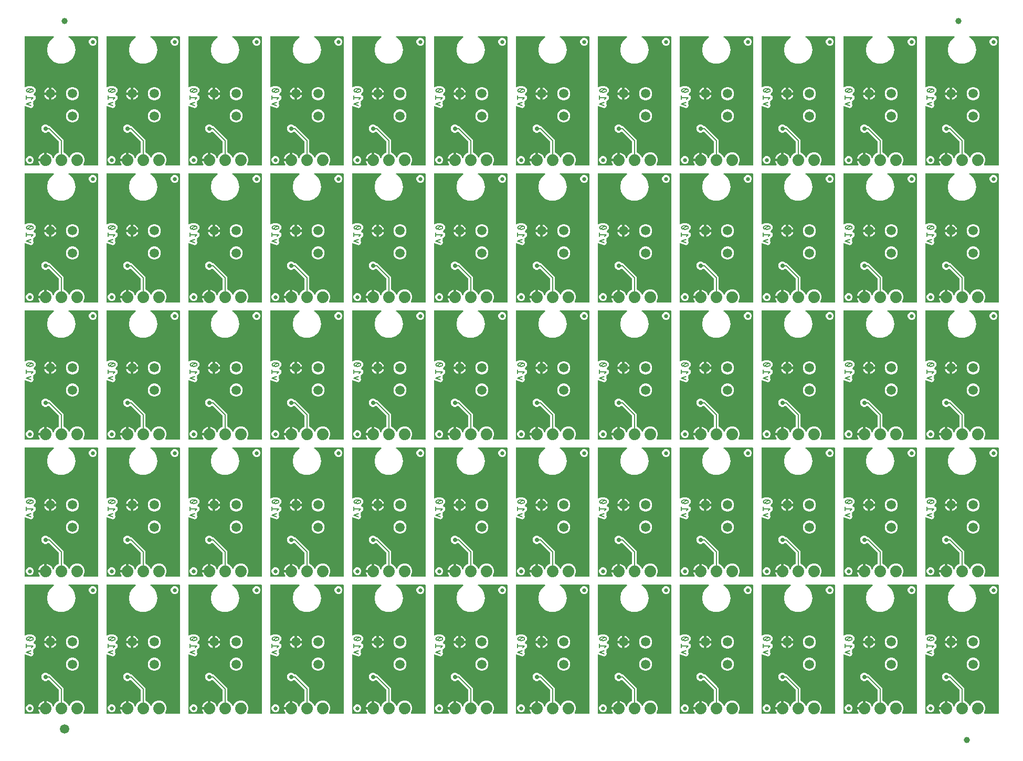
<source format=gbl>
G04 EAGLE Gerber RS-274X export*
G75*
%MOMM*%
%FSLAX34Y34*%
%LPD*%
%INBottom Copper*%
%IPPOS*%
%AMOC8*
5,1,8,0,0,1.08239X$1,22.5*%
G01*
%ADD10C,0.203200*%
%ADD11C,0.635000*%
%ADD12C,1.500000*%
%ADD13C,1.879600*%
%ADD14C,1.000000*%
%ADD15C,0.736600*%
%ADD16C,0.177800*%

G36*
X423955Y4078D02*
X423955Y4078D01*
X424047Y4081D01*
X424096Y4097D01*
X424146Y4105D01*
X424230Y4142D01*
X424317Y4171D01*
X424359Y4200D01*
X424405Y4221D01*
X424475Y4280D01*
X424551Y4332D01*
X424583Y4372D01*
X424622Y4404D01*
X424673Y4481D01*
X424732Y4552D01*
X424752Y4599D01*
X424780Y4641D01*
X424808Y4729D01*
X424844Y4813D01*
X424850Y4864D01*
X424866Y4912D01*
X424868Y5004D01*
X424879Y5095D01*
X424872Y5146D01*
X424873Y5196D01*
X424850Y5285D01*
X424835Y5376D01*
X424815Y5416D01*
X424801Y5471D01*
X424720Y5608D01*
X424686Y5677D01*
X424129Y6443D01*
X423276Y8117D01*
X422695Y9904D01*
X422574Y10669D01*
X433324Y10669D01*
X433382Y10677D01*
X433440Y10675D01*
X433522Y10697D01*
X433605Y10709D01*
X433659Y10733D01*
X433715Y10747D01*
X433788Y10790D01*
X433865Y10825D01*
X433909Y10863D01*
X433960Y10893D01*
X434017Y10954D01*
X434082Y11009D01*
X434114Y11057D01*
X434154Y11100D01*
X434193Y11175D01*
X434239Y11245D01*
X434257Y11301D01*
X434284Y11353D01*
X434295Y11421D01*
X434325Y11516D01*
X434328Y11616D01*
X434339Y11684D01*
X434339Y12701D01*
X435356Y12701D01*
X435414Y12709D01*
X435472Y12708D01*
X435554Y12729D01*
X435637Y12741D01*
X435691Y12765D01*
X435747Y12779D01*
X435820Y12822D01*
X435897Y12857D01*
X435942Y12895D01*
X435992Y12925D01*
X436050Y12986D01*
X436114Y13041D01*
X436146Y13089D01*
X436186Y13132D01*
X436225Y13207D01*
X436271Y13277D01*
X436289Y13333D01*
X436316Y13385D01*
X436327Y13453D01*
X436357Y13548D01*
X436360Y13648D01*
X436371Y13716D01*
X436371Y24466D01*
X437136Y24345D01*
X438923Y23764D01*
X440597Y22911D01*
X442118Y21806D01*
X443446Y20478D01*
X444551Y18957D01*
X445404Y17283D01*
X445768Y16163D01*
X445798Y16101D01*
X445819Y16035D01*
X445860Y15974D01*
X445893Y15908D01*
X445939Y15857D01*
X445978Y15799D01*
X446034Y15752D01*
X446083Y15697D01*
X446142Y15661D01*
X446195Y15616D01*
X446262Y15586D01*
X446325Y15547D01*
X446392Y15529D01*
X446455Y15501D01*
X446528Y15491D01*
X446599Y15471D01*
X446668Y15471D01*
X446737Y15462D01*
X446809Y15472D01*
X446883Y15473D01*
X446950Y15493D01*
X447018Y15502D01*
X447085Y15533D01*
X447156Y15554D01*
X447214Y15591D01*
X447277Y15620D01*
X447333Y15667D01*
X447395Y15707D01*
X447441Y15759D01*
X447493Y15804D01*
X447526Y15857D01*
X447583Y15921D01*
X447632Y16025D01*
X447671Y16089D01*
X449188Y19751D01*
X452689Y23252D01*
X455176Y24282D01*
X455177Y24282D01*
X455178Y24283D01*
X455297Y24353D01*
X455420Y24426D01*
X455421Y24427D01*
X455423Y24428D01*
X455520Y24532D01*
X455616Y24633D01*
X455616Y24634D01*
X455617Y24635D01*
X455680Y24759D01*
X455746Y24886D01*
X455746Y24887D01*
X455747Y24888D01*
X455749Y24903D01*
X455801Y25164D01*
X455798Y25195D01*
X455802Y25220D01*
X455802Y41763D01*
X455790Y41850D01*
X455787Y41937D01*
X455770Y41990D01*
X455762Y42045D01*
X455727Y42125D01*
X455700Y42208D01*
X455672Y42247D01*
X455646Y42304D01*
X455550Y42417D01*
X455505Y42481D01*
X439891Y58095D01*
X439844Y58130D01*
X439804Y58173D01*
X439731Y58215D01*
X439664Y58266D01*
X439609Y58287D01*
X439559Y58316D01*
X439477Y58337D01*
X439398Y58367D01*
X439340Y58372D01*
X439283Y58387D01*
X439199Y58384D01*
X439115Y58391D01*
X439058Y58379D01*
X438999Y58377D01*
X438919Y58352D01*
X438836Y58335D01*
X438784Y58308D01*
X438729Y58290D01*
X438672Y58250D01*
X438584Y58204D01*
X438511Y58135D01*
X438455Y58095D01*
X438153Y57793D01*
X435679Y56768D01*
X433001Y56768D01*
X430527Y57793D01*
X428633Y59687D01*
X427608Y62161D01*
X427608Y64839D01*
X428633Y67313D01*
X430527Y69207D01*
X433001Y70232D01*
X435679Y70232D01*
X438153Y69207D01*
X439625Y67735D01*
X439695Y67683D01*
X439759Y67623D01*
X439808Y67597D01*
X439852Y67564D01*
X439934Y67533D01*
X440012Y67493D01*
X440059Y67485D01*
X440118Y67463D01*
X440266Y67451D01*
X440343Y67438D01*
X441686Y67438D01*
X444290Y64834D01*
X463678Y45446D01*
X463678Y25220D01*
X463678Y25218D01*
X463678Y25216D01*
X463698Y25076D01*
X463718Y24938D01*
X463718Y24937D01*
X463718Y24935D01*
X463779Y24802D01*
X463834Y24679D01*
X463835Y24677D01*
X463836Y24676D01*
X463927Y24569D01*
X464017Y24462D01*
X464019Y24461D01*
X464020Y24460D01*
X464033Y24451D01*
X464254Y24304D01*
X464283Y24295D01*
X464304Y24282D01*
X466791Y23252D01*
X470292Y19751D01*
X471502Y16829D01*
X471517Y16804D01*
X471526Y16776D01*
X471589Y16681D01*
X471647Y16584D01*
X471668Y16564D01*
X471684Y16539D01*
X471771Y16466D01*
X471853Y16389D01*
X471879Y16375D01*
X471902Y16356D01*
X472005Y16310D01*
X472106Y16259D01*
X472135Y16253D01*
X472162Y16241D01*
X472274Y16225D01*
X472385Y16204D01*
X472414Y16206D01*
X472443Y16202D01*
X472555Y16218D01*
X472668Y16228D01*
X472695Y16239D01*
X472724Y16243D01*
X472828Y16289D01*
X472933Y16330D01*
X472957Y16348D01*
X472984Y16360D01*
X473070Y16433D01*
X473160Y16502D01*
X473178Y16525D01*
X473200Y16544D01*
X473242Y16611D01*
X473330Y16729D01*
X473352Y16788D01*
X473378Y16829D01*
X474588Y19751D01*
X478089Y23252D01*
X482664Y25147D01*
X487616Y25147D01*
X492191Y23252D01*
X495692Y19751D01*
X497587Y15176D01*
X497587Y10224D01*
X495617Y5469D01*
X495588Y5357D01*
X495554Y5248D01*
X495553Y5220D01*
X495546Y5193D01*
X495549Y5079D01*
X495546Y4964D01*
X495553Y4937D01*
X495554Y4909D01*
X495589Y4800D01*
X495618Y4689D01*
X495632Y4665D01*
X495641Y4638D01*
X495705Y4543D01*
X495763Y4444D01*
X495784Y4425D01*
X495799Y4402D01*
X495887Y4328D01*
X495971Y4250D01*
X495995Y4237D01*
X496017Y4219D01*
X496121Y4173D01*
X496224Y4120D01*
X496248Y4116D01*
X496276Y4104D01*
X496540Y4067D01*
X496555Y4065D01*
X518160Y4065D01*
X518218Y4073D01*
X518276Y4071D01*
X518358Y4093D01*
X518442Y4105D01*
X518495Y4128D01*
X518551Y4143D01*
X518624Y4186D01*
X518701Y4221D01*
X518746Y4259D01*
X518796Y4288D01*
X518854Y4350D01*
X518918Y4404D01*
X518950Y4453D01*
X518990Y4496D01*
X519029Y4571D01*
X519076Y4641D01*
X519093Y4697D01*
X519120Y4749D01*
X519131Y4817D01*
X519161Y4912D01*
X519164Y5012D01*
X519175Y5080D01*
X519175Y210820D01*
X519167Y210878D01*
X519169Y210936D01*
X519147Y211018D01*
X519135Y211102D01*
X519112Y211155D01*
X519097Y211211D01*
X519054Y211284D01*
X519019Y211361D01*
X518981Y211406D01*
X518952Y211456D01*
X518890Y211514D01*
X518836Y211578D01*
X518787Y211610D01*
X518744Y211650D01*
X518669Y211689D01*
X518599Y211736D01*
X518543Y211753D01*
X518491Y211780D01*
X518423Y211791D01*
X518328Y211821D01*
X518228Y211824D01*
X518160Y211835D01*
X472273Y211835D01*
X472200Y211825D01*
X472126Y211825D01*
X472060Y211805D01*
X471991Y211795D01*
X471924Y211765D01*
X471854Y211745D01*
X471795Y211708D01*
X471732Y211679D01*
X471676Y211632D01*
X471614Y211592D01*
X471568Y211540D01*
X471515Y211496D01*
X471474Y211434D01*
X471425Y211379D01*
X471396Y211317D01*
X471357Y211259D01*
X471335Y211189D01*
X471304Y211122D01*
X471292Y211054D01*
X471272Y210988D01*
X471270Y210914D01*
X471258Y210842D01*
X471266Y210773D01*
X471264Y210704D01*
X471283Y210633D01*
X471292Y210559D01*
X471319Y210496D01*
X471336Y210429D01*
X471374Y210365D01*
X471402Y210298D01*
X471441Y210253D01*
X471481Y210184D01*
X471571Y210100D01*
X471620Y210042D01*
X477325Y205256D01*
X481311Y198351D01*
X482695Y190500D01*
X481311Y182649D01*
X477325Y175745D01*
X471218Y170620D01*
X463726Y167893D01*
X455754Y167893D01*
X448262Y170620D01*
X442155Y175744D01*
X438169Y182649D01*
X436785Y190500D01*
X438169Y198351D01*
X442155Y205255D01*
X447860Y210042D01*
X447909Y210097D01*
X447965Y210145D01*
X448003Y210202D01*
X448050Y210254D01*
X448082Y210320D01*
X448123Y210381D01*
X448144Y210447D01*
X448174Y210510D01*
X448186Y210582D01*
X448208Y210652D01*
X448210Y210721D01*
X448222Y210790D01*
X448214Y210863D01*
X448216Y210936D01*
X448198Y211003D01*
X448191Y211072D01*
X448162Y211140D01*
X448144Y211211D01*
X448109Y211271D01*
X448082Y211335D01*
X448036Y211393D01*
X447999Y211456D01*
X447948Y211503D01*
X447905Y211557D01*
X447845Y211600D01*
X447791Y211650D01*
X447730Y211682D01*
X447673Y211722D01*
X447604Y211746D01*
X447538Y211780D01*
X447480Y211790D01*
X447405Y211816D01*
X447283Y211823D01*
X447207Y211835D01*
X401320Y211835D01*
X401262Y211827D01*
X401204Y211829D01*
X401122Y211807D01*
X401038Y211795D01*
X400985Y211772D01*
X400929Y211757D01*
X400856Y211714D01*
X400779Y211679D01*
X400734Y211641D01*
X400684Y211612D01*
X400626Y211550D01*
X400562Y211496D01*
X400530Y211447D01*
X400490Y211404D01*
X400451Y211329D01*
X400404Y211259D01*
X400387Y211203D01*
X400360Y211151D01*
X400349Y211083D01*
X400319Y210988D01*
X400316Y210888D01*
X400305Y210820D01*
X400305Y131015D01*
X400316Y130932D01*
X400318Y130849D01*
X400336Y130792D01*
X400345Y130733D01*
X400379Y130657D01*
X400404Y130578D01*
X400437Y130528D01*
X400461Y130474D01*
X400515Y130410D01*
X400561Y130341D01*
X400606Y130302D01*
X400644Y130257D01*
X400714Y130211D01*
X400777Y130157D01*
X400832Y130132D01*
X400881Y130099D01*
X400961Y130074D01*
X401037Y130040D01*
X401095Y130032D01*
X401152Y130014D01*
X401236Y130012D01*
X401318Y130000D01*
X401369Y130008D01*
X401436Y130006D01*
X401572Y130042D01*
X401649Y130055D01*
X403472Y130680D01*
X403536Y130712D01*
X403588Y130727D01*
X405973Y131890D01*
X411907Y131890D01*
X413258Y131232D01*
X413263Y131230D01*
X413268Y131227D01*
X413306Y131216D01*
X413528Y131144D01*
X413563Y131143D01*
X413591Y131135D01*
X414026Y131087D01*
X414146Y130937D01*
X414232Y130856D01*
X414314Y130770D01*
X414333Y130760D01*
X414352Y130742D01*
X414605Y130612D01*
X414607Y130611D01*
X414609Y130611D01*
X416008Y130131D01*
X418339Y126868D01*
X418339Y122857D01*
X416008Y119593D01*
X415705Y119490D01*
X415651Y119462D01*
X415593Y119444D01*
X415525Y119398D01*
X415452Y119361D01*
X415408Y119319D01*
X415357Y119285D01*
X415304Y119223D01*
X415244Y119166D01*
X415213Y119114D01*
X415174Y119068D01*
X415141Y118993D01*
X415099Y118922D01*
X415083Y118864D01*
X415059Y118808D01*
X415047Y118727D01*
X415026Y118647D01*
X415028Y118587D01*
X415019Y118527D01*
X415031Y118445D01*
X415033Y118363D01*
X415051Y118305D01*
X415060Y118245D01*
X415094Y118170D01*
X415118Y118092D01*
X415152Y118041D01*
X415177Y117986D01*
X415222Y117936D01*
X415275Y117855D01*
X415354Y117788D01*
X415401Y117736D01*
X415422Y117719D01*
X415449Y117703D01*
X415472Y117682D01*
X415491Y117672D01*
X415492Y117671D01*
X415498Y117668D01*
X415571Y117631D01*
X415667Y117574D01*
X415697Y117567D01*
X415725Y117552D01*
X415802Y117539D01*
X415942Y117503D01*
X415951Y117504D01*
X416949Y116505D01*
X417000Y116467D01*
X417033Y116431D01*
X418141Y115544D01*
X418160Y115484D01*
X418188Y115377D01*
X418204Y115349D01*
X418213Y115320D01*
X418259Y115256D01*
X418332Y115132D01*
X418339Y115125D01*
X418339Y113714D01*
X418347Y113654D01*
X418347Y113630D01*
X418345Y113602D01*
X418502Y112191D01*
X418473Y112135D01*
X418469Y112129D01*
X418463Y112120D01*
X418463Y112118D01*
X418416Y112040D01*
X418409Y112009D01*
X418394Y111981D01*
X418381Y111904D01*
X418345Y111765D01*
X418345Y111755D01*
X417347Y110757D01*
X417309Y110706D01*
X417272Y110673D01*
X414802Y107585D01*
X414775Y107540D01*
X414741Y107501D01*
X414703Y107418D01*
X414657Y107340D01*
X414644Y107290D01*
X414622Y107242D01*
X414608Y107153D01*
X414586Y107065D01*
X414587Y107013D01*
X414579Y106961D01*
X414591Y106890D01*
X414594Y106781D01*
X414621Y106694D01*
X414631Y106630D01*
X415107Y105204D01*
X414304Y103599D01*
X414299Y103583D01*
X414290Y103569D01*
X414254Y103448D01*
X414214Y103330D01*
X414213Y103313D01*
X414208Y103296D01*
X414207Y103170D01*
X414202Y103046D01*
X414206Y103029D01*
X414206Y103012D01*
X414227Y102944D01*
X414269Y102769D01*
X414293Y102728D01*
X414304Y102691D01*
X415107Y101086D01*
X414042Y97892D01*
X411030Y96386D01*
X403927Y98754D01*
X403912Y98756D01*
X403898Y98763D01*
X403772Y98782D01*
X403647Y98805D01*
X403632Y98803D01*
X403617Y98806D01*
X403549Y98795D01*
X403365Y98777D01*
X403321Y98759D01*
X403297Y98755D01*
X402111Y99348D01*
X402032Y99375D01*
X401978Y99403D01*
X401641Y99516D01*
X401563Y99530D01*
X401488Y99554D01*
X401424Y99555D01*
X401361Y99567D01*
X401283Y99559D01*
X401204Y99561D01*
X401142Y99545D01*
X401078Y99539D01*
X401005Y99509D01*
X400929Y99489D01*
X400874Y99457D01*
X400815Y99433D01*
X400752Y99384D01*
X400684Y99344D01*
X400640Y99297D01*
X400590Y99258D01*
X400544Y99194D01*
X400490Y99137D01*
X400461Y99080D01*
X400423Y99028D01*
X400396Y98954D01*
X400360Y98883D01*
X400351Y98829D01*
X400326Y98761D01*
X400319Y98652D01*
X400319Y98651D01*
X400318Y98642D01*
X400318Y98629D01*
X400305Y98552D01*
X400305Y5080D01*
X400313Y5022D01*
X400311Y4964D01*
X400333Y4882D01*
X400345Y4798D01*
X400368Y4745D01*
X400383Y4689D01*
X400426Y4616D01*
X400461Y4539D01*
X400499Y4494D01*
X400528Y4444D01*
X400590Y4386D01*
X400644Y4322D01*
X400693Y4290D01*
X400736Y4250D01*
X400811Y4211D01*
X400881Y4164D01*
X400937Y4147D01*
X400989Y4120D01*
X401057Y4109D01*
X401152Y4079D01*
X401252Y4076D01*
X401320Y4065D01*
X423864Y4065D01*
X423955Y4078D01*
G37*
G36*
X423955Y667018D02*
X423955Y667018D01*
X424047Y667021D01*
X424096Y667037D01*
X424146Y667045D01*
X424230Y667082D01*
X424317Y667111D01*
X424359Y667140D01*
X424405Y667161D01*
X424475Y667220D01*
X424551Y667272D01*
X424583Y667312D01*
X424622Y667344D01*
X424673Y667421D01*
X424732Y667492D01*
X424752Y667539D01*
X424780Y667581D01*
X424808Y667669D01*
X424844Y667753D01*
X424850Y667804D01*
X424866Y667852D01*
X424868Y667944D01*
X424879Y668035D01*
X424872Y668086D01*
X424873Y668136D01*
X424850Y668225D01*
X424835Y668316D01*
X424815Y668356D01*
X424801Y668411D01*
X424720Y668548D01*
X424686Y668617D01*
X424129Y669383D01*
X423276Y671057D01*
X422695Y672844D01*
X422574Y673609D01*
X433324Y673609D01*
X433382Y673617D01*
X433440Y673615D01*
X433522Y673637D01*
X433605Y673649D01*
X433659Y673673D01*
X433715Y673687D01*
X433788Y673730D01*
X433865Y673765D01*
X433909Y673803D01*
X433960Y673833D01*
X434017Y673894D01*
X434082Y673949D01*
X434114Y673997D01*
X434154Y674040D01*
X434193Y674115D01*
X434239Y674185D01*
X434257Y674241D01*
X434284Y674293D01*
X434295Y674361D01*
X434325Y674456D01*
X434328Y674556D01*
X434339Y674624D01*
X434339Y675641D01*
X435356Y675641D01*
X435414Y675649D01*
X435472Y675648D01*
X435554Y675669D01*
X435637Y675681D01*
X435691Y675705D01*
X435747Y675719D01*
X435820Y675762D01*
X435897Y675797D01*
X435942Y675835D01*
X435992Y675865D01*
X436050Y675926D01*
X436114Y675981D01*
X436146Y676029D01*
X436186Y676072D01*
X436225Y676147D01*
X436271Y676217D01*
X436289Y676273D01*
X436316Y676325D01*
X436327Y676393D01*
X436357Y676488D01*
X436360Y676588D01*
X436371Y676656D01*
X436371Y687406D01*
X437136Y687285D01*
X438923Y686704D01*
X440597Y685851D01*
X442118Y684746D01*
X443446Y683418D01*
X444551Y681897D01*
X445404Y680223D01*
X445768Y679103D01*
X445798Y679041D01*
X445819Y678975D01*
X445860Y678914D01*
X445893Y678848D01*
X445939Y678797D01*
X445978Y678739D01*
X446034Y678692D01*
X446083Y678637D01*
X446142Y678601D01*
X446195Y678556D01*
X446262Y678526D01*
X446325Y678487D01*
X446392Y678469D01*
X446455Y678441D01*
X446528Y678431D01*
X446599Y678411D01*
X446668Y678411D01*
X446737Y678402D01*
X446809Y678412D01*
X446883Y678413D01*
X446950Y678433D01*
X447018Y678442D01*
X447085Y678473D01*
X447156Y678494D01*
X447214Y678531D01*
X447277Y678560D01*
X447333Y678607D01*
X447395Y678647D01*
X447441Y678699D01*
X447493Y678744D01*
X447526Y678797D01*
X447583Y678861D01*
X447632Y678965D01*
X447671Y679029D01*
X449188Y682691D01*
X452689Y686192D01*
X455176Y687222D01*
X455177Y687222D01*
X455178Y687223D01*
X455297Y687293D01*
X455420Y687366D01*
X455421Y687367D01*
X455423Y687368D01*
X455520Y687472D01*
X455616Y687573D01*
X455616Y687574D01*
X455617Y687575D01*
X455680Y687699D01*
X455746Y687826D01*
X455746Y687827D01*
X455747Y687828D01*
X455749Y687843D01*
X455801Y688104D01*
X455798Y688135D01*
X455802Y688160D01*
X455802Y704703D01*
X455790Y704790D01*
X455787Y704877D01*
X455770Y704930D01*
X455762Y704985D01*
X455727Y705065D01*
X455700Y705148D01*
X455672Y705187D01*
X455646Y705244D01*
X455550Y705357D01*
X455505Y705421D01*
X439891Y721035D01*
X439844Y721070D01*
X439804Y721113D01*
X439731Y721155D01*
X439664Y721206D01*
X439609Y721227D01*
X439559Y721256D01*
X439477Y721277D01*
X439398Y721307D01*
X439340Y721312D01*
X439283Y721327D01*
X439199Y721324D01*
X439115Y721331D01*
X439058Y721319D01*
X438999Y721317D01*
X438919Y721292D01*
X438836Y721275D01*
X438784Y721248D01*
X438729Y721230D01*
X438672Y721190D01*
X438584Y721144D01*
X438511Y721075D01*
X438455Y721035D01*
X438153Y720733D01*
X435679Y719708D01*
X433001Y719708D01*
X430527Y720733D01*
X428633Y722627D01*
X427608Y725101D01*
X427608Y727779D01*
X428633Y730253D01*
X430527Y732147D01*
X433001Y733172D01*
X435679Y733172D01*
X438153Y732147D01*
X439625Y730675D01*
X439695Y730623D01*
X439759Y730563D01*
X439808Y730537D01*
X439852Y730504D01*
X439934Y730473D01*
X440012Y730433D01*
X440059Y730425D01*
X440118Y730403D01*
X440266Y730391D01*
X440343Y730378D01*
X441686Y730378D01*
X444290Y727774D01*
X463678Y708386D01*
X463678Y688160D01*
X463678Y688158D01*
X463678Y688156D01*
X463698Y688016D01*
X463718Y687878D01*
X463718Y687877D01*
X463718Y687875D01*
X463779Y687742D01*
X463834Y687619D01*
X463835Y687617D01*
X463836Y687616D01*
X463927Y687509D01*
X464017Y687402D01*
X464019Y687401D01*
X464020Y687400D01*
X464033Y687391D01*
X464254Y687244D01*
X464283Y687235D01*
X464304Y687222D01*
X466791Y686192D01*
X470292Y682691D01*
X471502Y679769D01*
X471517Y679744D01*
X471526Y679716D01*
X471589Y679621D01*
X471647Y679524D01*
X471668Y679504D01*
X471684Y679479D01*
X471771Y679406D01*
X471853Y679329D01*
X471879Y679315D01*
X471902Y679296D01*
X472005Y679250D01*
X472106Y679199D01*
X472135Y679193D01*
X472162Y679181D01*
X472274Y679165D01*
X472385Y679144D01*
X472414Y679146D01*
X472443Y679142D01*
X472555Y679158D01*
X472668Y679168D01*
X472695Y679179D01*
X472724Y679183D01*
X472828Y679229D01*
X472933Y679270D01*
X472957Y679288D01*
X472984Y679300D01*
X473070Y679373D01*
X473160Y679442D01*
X473178Y679465D01*
X473200Y679484D01*
X473242Y679551D01*
X473330Y679669D01*
X473352Y679728D01*
X473378Y679769D01*
X474588Y682691D01*
X478089Y686192D01*
X482664Y688087D01*
X487616Y688087D01*
X492191Y686192D01*
X495692Y682691D01*
X497587Y678116D01*
X497587Y673164D01*
X495617Y668409D01*
X495588Y668297D01*
X495554Y668188D01*
X495553Y668160D01*
X495546Y668133D01*
X495549Y668019D01*
X495546Y667904D01*
X495553Y667877D01*
X495554Y667849D01*
X495589Y667740D01*
X495618Y667629D01*
X495632Y667605D01*
X495641Y667578D01*
X495705Y667483D01*
X495763Y667384D01*
X495784Y667365D01*
X495799Y667342D01*
X495887Y667268D01*
X495971Y667190D01*
X495995Y667177D01*
X496017Y667159D01*
X496121Y667113D01*
X496224Y667060D01*
X496248Y667056D01*
X496276Y667044D01*
X496540Y667007D01*
X496555Y667005D01*
X518160Y667005D01*
X518218Y667013D01*
X518276Y667011D01*
X518358Y667033D01*
X518442Y667045D01*
X518495Y667068D01*
X518551Y667083D01*
X518624Y667126D01*
X518701Y667161D01*
X518746Y667199D01*
X518796Y667228D01*
X518854Y667290D01*
X518918Y667344D01*
X518950Y667393D01*
X518990Y667436D01*
X519029Y667511D01*
X519076Y667581D01*
X519093Y667637D01*
X519120Y667689D01*
X519131Y667757D01*
X519161Y667852D01*
X519164Y667952D01*
X519175Y668020D01*
X519175Y873760D01*
X519167Y873818D01*
X519169Y873876D01*
X519147Y873958D01*
X519135Y874042D01*
X519112Y874095D01*
X519097Y874151D01*
X519054Y874224D01*
X519019Y874301D01*
X518981Y874346D01*
X518952Y874396D01*
X518890Y874454D01*
X518836Y874518D01*
X518787Y874550D01*
X518744Y874590D01*
X518669Y874629D01*
X518599Y874676D01*
X518543Y874693D01*
X518491Y874720D01*
X518423Y874731D01*
X518328Y874761D01*
X518228Y874764D01*
X518160Y874775D01*
X472273Y874775D01*
X472200Y874765D01*
X472126Y874765D01*
X472060Y874745D01*
X471991Y874735D01*
X471924Y874705D01*
X471854Y874685D01*
X471795Y874648D01*
X471732Y874619D01*
X471676Y874572D01*
X471614Y874532D01*
X471568Y874480D01*
X471515Y874436D01*
X471474Y874374D01*
X471425Y874319D01*
X471396Y874257D01*
X471357Y874199D01*
X471335Y874129D01*
X471304Y874062D01*
X471292Y873994D01*
X471272Y873928D01*
X471270Y873854D01*
X471258Y873782D01*
X471266Y873713D01*
X471264Y873644D01*
X471283Y873573D01*
X471292Y873499D01*
X471319Y873436D01*
X471336Y873369D01*
X471374Y873305D01*
X471402Y873238D01*
X471441Y873193D01*
X471481Y873124D01*
X471571Y873040D01*
X471620Y872982D01*
X477325Y868196D01*
X481311Y861291D01*
X482695Y853440D01*
X481311Y845589D01*
X477325Y838685D01*
X471218Y833560D01*
X463726Y830833D01*
X455754Y830833D01*
X448262Y833560D01*
X442155Y838684D01*
X438169Y845589D01*
X436785Y853440D01*
X438169Y861291D01*
X442155Y868195D01*
X447860Y872982D01*
X447909Y873037D01*
X447965Y873085D01*
X448003Y873142D01*
X448050Y873194D01*
X448082Y873260D01*
X448123Y873321D01*
X448144Y873387D01*
X448174Y873450D01*
X448186Y873522D01*
X448208Y873592D01*
X448210Y873661D01*
X448222Y873730D01*
X448214Y873803D01*
X448216Y873876D01*
X448198Y873943D01*
X448191Y874012D01*
X448162Y874080D01*
X448144Y874151D01*
X448109Y874211D01*
X448082Y874275D01*
X448036Y874333D01*
X447999Y874396D01*
X447948Y874443D01*
X447905Y874497D01*
X447845Y874540D01*
X447791Y874590D01*
X447730Y874622D01*
X447673Y874662D01*
X447604Y874686D01*
X447538Y874720D01*
X447480Y874730D01*
X447405Y874756D01*
X447283Y874763D01*
X447207Y874775D01*
X401320Y874775D01*
X401262Y874767D01*
X401204Y874769D01*
X401122Y874747D01*
X401038Y874735D01*
X400985Y874712D01*
X400929Y874697D01*
X400856Y874654D01*
X400779Y874619D01*
X400734Y874581D01*
X400684Y874552D01*
X400626Y874490D01*
X400562Y874436D01*
X400530Y874387D01*
X400490Y874344D01*
X400451Y874269D01*
X400404Y874199D01*
X400387Y874143D01*
X400360Y874091D01*
X400349Y874023D01*
X400319Y873928D01*
X400316Y873828D01*
X400305Y873760D01*
X400305Y793955D01*
X400316Y793872D01*
X400318Y793789D01*
X400336Y793732D01*
X400345Y793673D01*
X400379Y793597D01*
X400404Y793518D01*
X400437Y793468D01*
X400461Y793414D01*
X400515Y793350D01*
X400561Y793281D01*
X400606Y793242D01*
X400644Y793197D01*
X400714Y793151D01*
X400777Y793097D01*
X400832Y793072D01*
X400881Y793039D01*
X400961Y793014D01*
X401037Y792980D01*
X401095Y792972D01*
X401152Y792954D01*
X401236Y792952D01*
X401318Y792940D01*
X401369Y792948D01*
X401436Y792946D01*
X401572Y792982D01*
X401649Y792995D01*
X403472Y793620D01*
X403536Y793652D01*
X403588Y793667D01*
X405973Y794830D01*
X411907Y794830D01*
X413258Y794172D01*
X413263Y794170D01*
X413268Y794167D01*
X413306Y794156D01*
X413528Y794084D01*
X413563Y794083D01*
X413591Y794075D01*
X414026Y794027D01*
X414146Y793877D01*
X414232Y793796D01*
X414314Y793710D01*
X414333Y793700D01*
X414352Y793682D01*
X414605Y793552D01*
X414607Y793551D01*
X414609Y793551D01*
X416008Y793071D01*
X418339Y789808D01*
X418339Y785797D01*
X416008Y782533D01*
X415705Y782430D01*
X415651Y782402D01*
X415593Y782384D01*
X415525Y782338D01*
X415452Y782301D01*
X415408Y782259D01*
X415357Y782225D01*
X415304Y782163D01*
X415244Y782106D01*
X415213Y782054D01*
X415174Y782008D01*
X415141Y781933D01*
X415099Y781862D01*
X415083Y781804D01*
X415059Y781748D01*
X415047Y781667D01*
X415026Y781587D01*
X415028Y781527D01*
X415019Y781467D01*
X415031Y781385D01*
X415033Y781303D01*
X415051Y781245D01*
X415060Y781185D01*
X415094Y781110D01*
X415118Y781032D01*
X415152Y780981D01*
X415177Y780926D01*
X415222Y780876D01*
X415275Y780795D01*
X415354Y780728D01*
X415401Y780676D01*
X415422Y780659D01*
X415449Y780643D01*
X415472Y780622D01*
X415491Y780612D01*
X415492Y780611D01*
X415498Y780608D01*
X415571Y780571D01*
X415667Y780514D01*
X415697Y780507D01*
X415725Y780492D01*
X415802Y780479D01*
X415942Y780443D01*
X415951Y780444D01*
X416949Y779445D01*
X417000Y779407D01*
X417033Y779371D01*
X418141Y778484D01*
X418160Y778424D01*
X418188Y778317D01*
X418204Y778289D01*
X418213Y778260D01*
X418259Y778196D01*
X418332Y778072D01*
X418339Y778065D01*
X418339Y776654D01*
X418347Y776594D01*
X418347Y776570D01*
X418345Y776542D01*
X418502Y775131D01*
X418473Y775075D01*
X418469Y775069D01*
X418463Y775060D01*
X418463Y775058D01*
X418416Y774980D01*
X418409Y774949D01*
X418394Y774921D01*
X418381Y774844D01*
X418345Y774705D01*
X418345Y774695D01*
X417347Y773697D01*
X417309Y773646D01*
X417272Y773613D01*
X414802Y770525D01*
X414775Y770480D01*
X414741Y770441D01*
X414703Y770358D01*
X414657Y770280D01*
X414644Y770230D01*
X414622Y770182D01*
X414608Y770093D01*
X414586Y770005D01*
X414587Y769953D01*
X414579Y769901D01*
X414591Y769830D01*
X414594Y769721D01*
X414621Y769634D01*
X414631Y769570D01*
X415107Y768144D01*
X414304Y766539D01*
X414299Y766523D01*
X414290Y766509D01*
X414254Y766388D01*
X414214Y766270D01*
X414213Y766253D01*
X414208Y766236D01*
X414207Y766110D01*
X414202Y765986D01*
X414206Y765969D01*
X414206Y765952D01*
X414227Y765884D01*
X414269Y765709D01*
X414293Y765668D01*
X414304Y765631D01*
X415107Y764026D01*
X414042Y760832D01*
X411030Y759326D01*
X403927Y761694D01*
X403912Y761696D01*
X403898Y761703D01*
X403772Y761722D01*
X403647Y761745D01*
X403632Y761743D01*
X403617Y761746D01*
X403549Y761735D01*
X403365Y761717D01*
X403321Y761699D01*
X403297Y761695D01*
X402111Y762288D01*
X402032Y762315D01*
X401978Y762343D01*
X401641Y762456D01*
X401563Y762470D01*
X401488Y762494D01*
X401424Y762495D01*
X401361Y762507D01*
X401283Y762499D01*
X401204Y762501D01*
X401142Y762485D01*
X401078Y762479D01*
X401005Y762449D01*
X400929Y762429D01*
X400874Y762397D01*
X400815Y762373D01*
X400752Y762324D01*
X400684Y762284D01*
X400640Y762237D01*
X400590Y762198D01*
X400544Y762134D01*
X400490Y762077D01*
X400461Y762020D01*
X400423Y761968D01*
X400396Y761894D01*
X400360Y761823D01*
X400351Y761769D01*
X400326Y761701D01*
X400319Y761592D01*
X400319Y761591D01*
X400318Y761582D01*
X400318Y761569D01*
X400305Y761492D01*
X400305Y668020D01*
X400313Y667962D01*
X400311Y667904D01*
X400333Y667822D01*
X400345Y667738D01*
X400368Y667685D01*
X400383Y667629D01*
X400426Y667556D01*
X400461Y667479D01*
X400499Y667434D01*
X400528Y667384D01*
X400590Y667326D01*
X400644Y667262D01*
X400693Y667230D01*
X400736Y667190D01*
X400811Y667151D01*
X400881Y667104D01*
X400937Y667087D01*
X400989Y667060D01*
X401057Y667049D01*
X401152Y667019D01*
X401252Y667016D01*
X401320Y667005D01*
X423864Y667005D01*
X423955Y667018D01*
G37*
G36*
X688115Y446038D02*
X688115Y446038D01*
X688207Y446041D01*
X688256Y446057D01*
X688306Y446065D01*
X688390Y446102D01*
X688477Y446131D01*
X688519Y446160D01*
X688565Y446181D01*
X688635Y446240D01*
X688711Y446292D01*
X688743Y446332D01*
X688782Y446364D01*
X688833Y446441D01*
X688892Y446512D01*
X688912Y446559D01*
X688940Y446601D01*
X688968Y446689D01*
X689004Y446773D01*
X689010Y446824D01*
X689026Y446872D01*
X689028Y446964D01*
X689039Y447055D01*
X689032Y447106D01*
X689033Y447156D01*
X689010Y447245D01*
X688995Y447336D01*
X688975Y447376D01*
X688961Y447431D01*
X688880Y447568D01*
X688846Y447637D01*
X688289Y448403D01*
X687436Y450077D01*
X686855Y451864D01*
X686734Y452629D01*
X697484Y452629D01*
X697542Y452637D01*
X697600Y452635D01*
X697682Y452657D01*
X697765Y452669D01*
X697819Y452693D01*
X697875Y452707D01*
X697948Y452750D01*
X698025Y452785D01*
X698069Y452823D01*
X698120Y452853D01*
X698177Y452914D01*
X698242Y452969D01*
X698274Y453017D01*
X698314Y453060D01*
X698353Y453135D01*
X698399Y453205D01*
X698417Y453261D01*
X698444Y453313D01*
X698455Y453381D01*
X698485Y453476D01*
X698488Y453576D01*
X698499Y453644D01*
X698499Y454661D01*
X699516Y454661D01*
X699574Y454669D01*
X699632Y454668D01*
X699714Y454689D01*
X699797Y454701D01*
X699851Y454725D01*
X699907Y454739D01*
X699980Y454782D01*
X700057Y454817D01*
X700102Y454855D01*
X700152Y454885D01*
X700210Y454946D01*
X700274Y455001D01*
X700306Y455049D01*
X700346Y455092D01*
X700385Y455167D01*
X700431Y455237D01*
X700449Y455293D01*
X700476Y455345D01*
X700487Y455413D01*
X700517Y455508D01*
X700520Y455608D01*
X700531Y455676D01*
X700531Y466426D01*
X701296Y466305D01*
X703083Y465724D01*
X704757Y464871D01*
X706278Y463766D01*
X707606Y462438D01*
X708711Y460917D01*
X709564Y459243D01*
X709928Y458123D01*
X709958Y458061D01*
X709979Y457995D01*
X710020Y457934D01*
X710053Y457868D01*
X710099Y457817D01*
X710138Y457759D01*
X710194Y457712D01*
X710243Y457657D01*
X710302Y457621D01*
X710355Y457576D01*
X710423Y457546D01*
X710485Y457507D01*
X710552Y457489D01*
X710615Y457461D01*
X710688Y457451D01*
X710759Y457431D01*
X710828Y457431D01*
X710897Y457422D01*
X710970Y457432D01*
X711043Y457433D01*
X711109Y457453D01*
X711178Y457462D01*
X711245Y457493D01*
X711316Y457514D01*
X711374Y457551D01*
X711437Y457580D01*
X711493Y457627D01*
X711555Y457667D01*
X711601Y457719D01*
X711653Y457764D01*
X711686Y457817D01*
X711743Y457881D01*
X711792Y457985D01*
X711831Y458049D01*
X713348Y461711D01*
X716849Y465212D01*
X719336Y466242D01*
X719337Y466242D01*
X719338Y466243D01*
X719457Y466313D01*
X719580Y466386D01*
X719581Y466387D01*
X719583Y466388D01*
X719680Y466492D01*
X719776Y466593D01*
X719776Y466594D01*
X719777Y466595D01*
X719840Y466719D01*
X719906Y466846D01*
X719906Y466847D01*
X719907Y466848D01*
X719909Y466863D01*
X719961Y467124D01*
X719958Y467155D01*
X719962Y467180D01*
X719962Y483723D01*
X719950Y483810D01*
X719947Y483897D01*
X719930Y483950D01*
X719922Y484005D01*
X719887Y484085D01*
X719860Y484168D01*
X719832Y484207D01*
X719806Y484264D01*
X719710Y484377D01*
X719665Y484441D01*
X704051Y500055D01*
X704004Y500090D01*
X703964Y500133D01*
X703891Y500175D01*
X703824Y500226D01*
X703769Y500247D01*
X703719Y500276D01*
X703637Y500297D01*
X703558Y500327D01*
X703500Y500332D01*
X703443Y500347D01*
X703359Y500344D01*
X703275Y500351D01*
X703218Y500339D01*
X703159Y500337D01*
X703079Y500312D01*
X702996Y500295D01*
X702944Y500268D01*
X702889Y500250D01*
X702832Y500210D01*
X702744Y500164D01*
X702671Y500095D01*
X702615Y500055D01*
X702313Y499753D01*
X699839Y498728D01*
X697161Y498728D01*
X694687Y499753D01*
X692793Y501647D01*
X691768Y504121D01*
X691768Y506799D01*
X692793Y509273D01*
X694687Y511167D01*
X697161Y512192D01*
X699839Y512192D01*
X702313Y511167D01*
X703785Y509695D01*
X703855Y509643D01*
X703919Y509583D01*
X703968Y509557D01*
X704012Y509524D01*
X704094Y509493D01*
X704172Y509453D01*
X704219Y509445D01*
X704278Y509423D01*
X704426Y509411D01*
X704503Y509398D01*
X705846Y509398D01*
X727838Y487406D01*
X727838Y467180D01*
X727838Y467178D01*
X727838Y467176D01*
X727858Y467036D01*
X727878Y466898D01*
X727878Y466897D01*
X727878Y466895D01*
X727939Y466762D01*
X727994Y466639D01*
X727995Y466637D01*
X727996Y466636D01*
X728087Y466529D01*
X728177Y466422D01*
X728179Y466421D01*
X728180Y466420D01*
X728193Y466411D01*
X728414Y466264D01*
X728443Y466255D01*
X728464Y466242D01*
X730951Y465212D01*
X734452Y461711D01*
X735662Y458789D01*
X735677Y458764D01*
X735686Y458736D01*
X735749Y458641D01*
X735807Y458544D01*
X735828Y458524D01*
X735844Y458499D01*
X735931Y458426D01*
X736013Y458349D01*
X736039Y458335D01*
X736062Y458316D01*
X736165Y458270D01*
X736266Y458219D01*
X736295Y458213D01*
X736322Y458201D01*
X736434Y458185D01*
X736545Y458164D01*
X736574Y458166D01*
X736603Y458162D01*
X736715Y458178D01*
X736828Y458188D01*
X736855Y458199D01*
X736884Y458203D01*
X736988Y458249D01*
X737093Y458290D01*
X737117Y458308D01*
X737144Y458320D01*
X737230Y458393D01*
X737320Y458462D01*
X737338Y458485D01*
X737360Y458504D01*
X737402Y458571D01*
X737490Y458689D01*
X737512Y458748D01*
X737538Y458789D01*
X738748Y461711D01*
X742249Y465212D01*
X746824Y467107D01*
X751776Y467107D01*
X756351Y465212D01*
X759852Y461711D01*
X761747Y457136D01*
X761747Y452184D01*
X759777Y447429D01*
X759748Y447317D01*
X759714Y447208D01*
X759713Y447180D01*
X759706Y447153D01*
X759709Y447039D01*
X759706Y446924D01*
X759713Y446897D01*
X759714Y446869D01*
X759749Y446760D01*
X759778Y446649D01*
X759792Y446625D01*
X759801Y446598D01*
X759865Y446503D01*
X759923Y446404D01*
X759944Y446385D01*
X759959Y446362D01*
X760047Y446288D01*
X760131Y446210D01*
X760155Y446197D01*
X760177Y446179D01*
X760281Y446133D01*
X760384Y446080D01*
X760408Y446076D01*
X760436Y446064D01*
X760700Y446027D01*
X760715Y446025D01*
X782320Y446025D01*
X782378Y446033D01*
X782436Y446031D01*
X782518Y446053D01*
X782602Y446065D01*
X782655Y446088D01*
X782711Y446103D01*
X782784Y446146D01*
X782861Y446181D01*
X782906Y446219D01*
X782956Y446248D01*
X783014Y446310D01*
X783078Y446364D01*
X783110Y446413D01*
X783150Y446456D01*
X783189Y446531D01*
X783236Y446601D01*
X783253Y446657D01*
X783280Y446709D01*
X783291Y446777D01*
X783321Y446872D01*
X783324Y446972D01*
X783335Y447040D01*
X783335Y652780D01*
X783327Y652838D01*
X783329Y652896D01*
X783307Y652978D01*
X783295Y653062D01*
X783272Y653115D01*
X783257Y653171D01*
X783214Y653244D01*
X783179Y653321D01*
X783141Y653366D01*
X783112Y653416D01*
X783050Y653474D01*
X782996Y653538D01*
X782947Y653570D01*
X782904Y653610D01*
X782829Y653649D01*
X782759Y653696D01*
X782703Y653713D01*
X782651Y653740D01*
X782583Y653751D01*
X782488Y653781D01*
X782388Y653784D01*
X782320Y653795D01*
X736433Y653795D01*
X736360Y653785D01*
X736286Y653785D01*
X736220Y653765D01*
X736151Y653755D01*
X736084Y653725D01*
X736014Y653705D01*
X735955Y653668D01*
X735892Y653639D01*
X735836Y653592D01*
X735774Y653552D01*
X735728Y653500D01*
X735675Y653456D01*
X735634Y653394D01*
X735585Y653339D01*
X735556Y653277D01*
X735517Y653219D01*
X735495Y653149D01*
X735464Y653082D01*
X735452Y653014D01*
X735432Y652948D01*
X735430Y652874D01*
X735418Y652802D01*
X735426Y652733D01*
X735424Y652664D01*
X735443Y652593D01*
X735452Y652519D01*
X735479Y652456D01*
X735496Y652389D01*
X735534Y652325D01*
X735562Y652258D01*
X735601Y652213D01*
X735641Y652144D01*
X735731Y652060D01*
X735780Y652002D01*
X741485Y647216D01*
X745471Y640311D01*
X746855Y632460D01*
X745471Y624609D01*
X741485Y617705D01*
X735378Y612580D01*
X727886Y609853D01*
X719914Y609853D01*
X712422Y612580D01*
X706315Y617704D01*
X702329Y624609D01*
X700945Y632460D01*
X702329Y640311D01*
X706315Y647215D01*
X712020Y652002D01*
X712069Y652057D01*
X712125Y652105D01*
X712164Y652162D01*
X712210Y652214D01*
X712242Y652280D01*
X712283Y652341D01*
X712304Y652407D01*
X712334Y652470D01*
X712346Y652542D01*
X712368Y652612D01*
X712370Y652681D01*
X712382Y652750D01*
X712374Y652823D01*
X712376Y652896D01*
X712358Y652963D01*
X712351Y653032D01*
X712323Y653100D01*
X712304Y653171D01*
X712269Y653231D01*
X712242Y653295D01*
X712196Y653353D01*
X712159Y653416D01*
X712108Y653463D01*
X712065Y653517D01*
X712005Y653560D01*
X711951Y653610D01*
X711890Y653642D01*
X711833Y653682D01*
X711764Y653706D01*
X711698Y653740D01*
X711640Y653750D01*
X711565Y653776D01*
X711443Y653783D01*
X711367Y653795D01*
X665480Y653795D01*
X665422Y653787D01*
X665364Y653789D01*
X665282Y653767D01*
X665198Y653755D01*
X665145Y653732D01*
X665089Y653717D01*
X665016Y653674D01*
X664939Y653639D01*
X664894Y653601D01*
X664844Y653572D01*
X664786Y653510D01*
X664722Y653456D01*
X664690Y653407D01*
X664650Y653364D01*
X664611Y653289D01*
X664564Y653219D01*
X664547Y653163D01*
X664520Y653111D01*
X664509Y653043D01*
X664479Y652948D01*
X664476Y652848D01*
X664465Y652780D01*
X664465Y572975D01*
X664476Y572892D01*
X664478Y572809D01*
X664496Y572752D01*
X664505Y572693D01*
X664539Y572617D01*
X664564Y572538D01*
X664597Y572488D01*
X664621Y572434D01*
X664675Y572370D01*
X664721Y572301D01*
X664766Y572262D01*
X664804Y572217D01*
X664874Y572171D01*
X664937Y572117D01*
X664992Y572092D01*
X665041Y572059D01*
X665121Y572034D01*
X665197Y572000D01*
X665255Y571992D01*
X665312Y571974D01*
X665396Y571972D01*
X665478Y571960D01*
X665529Y571968D01*
X665596Y571966D01*
X665732Y572002D01*
X665809Y572015D01*
X667632Y572640D01*
X667696Y572672D01*
X667748Y572687D01*
X670133Y573850D01*
X676067Y573850D01*
X677418Y573192D01*
X677423Y573190D01*
X677428Y573187D01*
X677466Y573176D01*
X677688Y573104D01*
X677723Y573103D01*
X677751Y573095D01*
X678186Y573047D01*
X678306Y572897D01*
X678392Y572816D01*
X678474Y572730D01*
X678493Y572720D01*
X678512Y572702D01*
X678765Y572572D01*
X678767Y572571D01*
X678769Y572571D01*
X680168Y572091D01*
X682499Y568828D01*
X682499Y564817D01*
X680168Y561553D01*
X679865Y561450D01*
X679811Y561422D01*
X679753Y561404D01*
X679685Y561358D01*
X679612Y561321D01*
X679568Y561279D01*
X679517Y561245D01*
X679464Y561183D01*
X679404Y561126D01*
X679373Y561074D01*
X679334Y561028D01*
X679301Y560953D01*
X679259Y560882D01*
X679243Y560824D01*
X679219Y560768D01*
X679207Y560687D01*
X679186Y560607D01*
X679188Y560547D01*
X679179Y560487D01*
X679191Y560405D01*
X679193Y560323D01*
X679211Y560265D01*
X679220Y560205D01*
X679254Y560130D01*
X679278Y560052D01*
X679312Y560001D01*
X679337Y559946D01*
X679382Y559896D01*
X679435Y559815D01*
X679514Y559748D01*
X679561Y559696D01*
X679582Y559679D01*
X679609Y559663D01*
X679632Y559642D01*
X679651Y559632D01*
X679652Y559631D01*
X679658Y559628D01*
X679731Y559591D01*
X679827Y559534D01*
X679857Y559527D01*
X679885Y559512D01*
X679962Y559499D01*
X680102Y559463D01*
X680111Y559464D01*
X681109Y558465D01*
X681160Y558427D01*
X681193Y558390D01*
X682301Y557504D01*
X682320Y557445D01*
X682348Y557337D01*
X682364Y557310D01*
X682373Y557280D01*
X682419Y557216D01*
X682492Y557092D01*
X682499Y557085D01*
X682499Y555674D01*
X682507Y555614D01*
X682507Y555590D01*
X682505Y555561D01*
X682662Y554151D01*
X682633Y554095D01*
X682629Y554089D01*
X682623Y554080D01*
X682623Y554078D01*
X682576Y554000D01*
X682569Y553969D01*
X682554Y553941D01*
X682541Y553864D01*
X682505Y553725D01*
X682505Y553715D01*
X681507Y552717D01*
X681469Y552666D01*
X681432Y552633D01*
X678962Y549545D01*
X678935Y549500D01*
X678901Y549461D01*
X678863Y549378D01*
X678817Y549300D01*
X678804Y549250D01*
X678782Y549202D01*
X678768Y549113D01*
X678746Y549025D01*
X678747Y548973D01*
X678739Y548921D01*
X678750Y548850D01*
X678753Y548741D01*
X678781Y548654D01*
X678791Y548590D01*
X679267Y547164D01*
X678464Y545559D01*
X678459Y545543D01*
X678450Y545529D01*
X678414Y545408D01*
X678374Y545290D01*
X678373Y545273D01*
X678368Y545256D01*
X678367Y545130D01*
X678362Y545006D01*
X678366Y544989D01*
X678366Y544972D01*
X678387Y544904D01*
X678429Y544729D01*
X678453Y544688D01*
X678464Y544651D01*
X679267Y543046D01*
X678202Y539852D01*
X675190Y538346D01*
X668087Y540714D01*
X668072Y540716D01*
X668058Y540723D01*
X667932Y540742D01*
X667807Y540765D01*
X667792Y540763D01*
X667777Y540766D01*
X667709Y540755D01*
X667525Y540737D01*
X667481Y540719D01*
X667457Y540715D01*
X666271Y541308D01*
X666192Y541335D01*
X666138Y541363D01*
X665801Y541476D01*
X665723Y541490D01*
X665648Y541514D01*
X665584Y541515D01*
X665521Y541527D01*
X665443Y541519D01*
X665364Y541521D01*
X665302Y541505D01*
X665239Y541499D01*
X665165Y541469D01*
X665089Y541449D01*
X665034Y541417D01*
X664975Y541393D01*
X664912Y541344D01*
X664844Y541304D01*
X664801Y541257D01*
X664750Y541218D01*
X664704Y541154D01*
X664650Y541097D01*
X664621Y541040D01*
X664583Y540988D01*
X664556Y540914D01*
X664520Y540844D01*
X664511Y540790D01*
X664486Y540721D01*
X664479Y540612D01*
X664479Y540611D01*
X664478Y540602D01*
X664478Y540589D01*
X664465Y540512D01*
X664465Y447040D01*
X664473Y446982D01*
X664471Y446924D01*
X664493Y446842D01*
X664505Y446758D01*
X664528Y446705D01*
X664543Y446649D01*
X664586Y446576D01*
X664621Y446499D01*
X664659Y446454D01*
X664688Y446404D01*
X664750Y446346D01*
X664804Y446282D01*
X664853Y446250D01*
X664896Y446210D01*
X664971Y446171D01*
X665041Y446124D01*
X665097Y446107D01*
X665149Y446080D01*
X665217Y446069D01*
X665312Y446039D01*
X665412Y446036D01*
X665480Y446025D01*
X688024Y446025D01*
X688115Y446038D01*
G37*
G36*
X556035Y4078D02*
X556035Y4078D01*
X556127Y4081D01*
X556176Y4097D01*
X556226Y4105D01*
X556310Y4142D01*
X556397Y4171D01*
X556439Y4200D01*
X556485Y4221D01*
X556555Y4280D01*
X556631Y4332D01*
X556663Y4372D01*
X556702Y4404D01*
X556753Y4481D01*
X556812Y4552D01*
X556832Y4599D01*
X556860Y4641D01*
X556888Y4729D01*
X556924Y4813D01*
X556930Y4864D01*
X556946Y4912D01*
X556948Y5004D01*
X556959Y5095D01*
X556952Y5146D01*
X556953Y5196D01*
X556930Y5285D01*
X556915Y5376D01*
X556895Y5416D01*
X556881Y5471D01*
X556800Y5608D01*
X556766Y5677D01*
X556209Y6443D01*
X555356Y8117D01*
X554775Y9904D01*
X554654Y10669D01*
X565404Y10669D01*
X565462Y10677D01*
X565520Y10675D01*
X565602Y10697D01*
X565685Y10709D01*
X565739Y10733D01*
X565795Y10747D01*
X565868Y10790D01*
X565945Y10825D01*
X565989Y10863D01*
X566040Y10893D01*
X566097Y10954D01*
X566162Y11009D01*
X566194Y11057D01*
X566234Y11100D01*
X566273Y11175D01*
X566319Y11245D01*
X566337Y11301D01*
X566364Y11353D01*
X566375Y11421D01*
X566405Y11516D01*
X566408Y11616D01*
X566419Y11684D01*
X566419Y12701D01*
X567436Y12701D01*
X567494Y12709D01*
X567552Y12708D01*
X567634Y12729D01*
X567717Y12741D01*
X567771Y12765D01*
X567827Y12779D01*
X567900Y12822D01*
X567977Y12857D01*
X568022Y12895D01*
X568072Y12925D01*
X568130Y12986D01*
X568194Y13041D01*
X568226Y13089D01*
X568266Y13132D01*
X568305Y13207D01*
X568351Y13277D01*
X568369Y13333D01*
X568396Y13385D01*
X568407Y13453D01*
X568437Y13548D01*
X568440Y13648D01*
X568451Y13716D01*
X568451Y24466D01*
X569216Y24345D01*
X571003Y23764D01*
X572677Y22911D01*
X574198Y21806D01*
X575526Y20478D01*
X576631Y18957D01*
X577484Y17283D01*
X577848Y16163D01*
X577878Y16101D01*
X577899Y16035D01*
X577940Y15974D01*
X577973Y15908D01*
X578019Y15857D01*
X578058Y15799D01*
X578114Y15752D01*
X578163Y15697D01*
X578222Y15661D01*
X578275Y15616D01*
X578342Y15586D01*
X578405Y15547D01*
X578472Y15529D01*
X578535Y15501D01*
X578608Y15491D01*
X578679Y15471D01*
X578748Y15471D01*
X578817Y15462D01*
X578889Y15472D01*
X578963Y15473D01*
X579030Y15493D01*
X579098Y15502D01*
X579165Y15533D01*
X579236Y15554D01*
X579294Y15591D01*
X579357Y15620D01*
X579413Y15667D01*
X579475Y15707D01*
X579521Y15759D01*
X579573Y15804D01*
X579606Y15857D01*
X579663Y15921D01*
X579712Y16025D01*
X579751Y16089D01*
X581268Y19751D01*
X584769Y23252D01*
X587256Y24282D01*
X587257Y24282D01*
X587258Y24283D01*
X587377Y24353D01*
X587500Y24426D01*
X587501Y24427D01*
X587503Y24428D01*
X587600Y24532D01*
X587696Y24633D01*
X587696Y24634D01*
X587697Y24635D01*
X587760Y24759D01*
X587826Y24886D01*
X587826Y24887D01*
X587827Y24888D01*
X587829Y24903D01*
X587881Y25164D01*
X587878Y25195D01*
X587882Y25220D01*
X587882Y41763D01*
X587870Y41850D01*
X587867Y41937D01*
X587850Y41990D01*
X587842Y42045D01*
X587807Y42125D01*
X587780Y42208D01*
X587752Y42247D01*
X587726Y42304D01*
X587630Y42417D01*
X587585Y42481D01*
X571971Y58095D01*
X571924Y58130D01*
X571884Y58173D01*
X571811Y58215D01*
X571744Y58266D01*
X571689Y58287D01*
X571639Y58316D01*
X571557Y58337D01*
X571478Y58367D01*
X571420Y58372D01*
X571363Y58387D01*
X571279Y58384D01*
X571195Y58391D01*
X571138Y58379D01*
X571079Y58377D01*
X570999Y58352D01*
X570916Y58335D01*
X570864Y58308D01*
X570809Y58290D01*
X570752Y58250D01*
X570664Y58204D01*
X570591Y58135D01*
X570535Y58095D01*
X570233Y57793D01*
X567759Y56768D01*
X565081Y56768D01*
X562607Y57793D01*
X560713Y59687D01*
X559688Y62161D01*
X559688Y64839D01*
X560713Y67313D01*
X562607Y69207D01*
X565081Y70232D01*
X567759Y70232D01*
X570233Y69207D01*
X571705Y67735D01*
X571775Y67683D01*
X571839Y67623D01*
X571888Y67597D01*
X571932Y67564D01*
X572014Y67533D01*
X572092Y67493D01*
X572139Y67485D01*
X572198Y67463D01*
X572346Y67451D01*
X572423Y67438D01*
X573766Y67438D01*
X595758Y45446D01*
X595758Y25220D01*
X595758Y25218D01*
X595758Y25216D01*
X595778Y25076D01*
X595798Y24938D01*
X595798Y24937D01*
X595798Y24935D01*
X595859Y24802D01*
X595914Y24679D01*
X595915Y24677D01*
X595916Y24676D01*
X596007Y24569D01*
X596097Y24462D01*
X596099Y24461D01*
X596100Y24460D01*
X596113Y24451D01*
X596334Y24304D01*
X596363Y24295D01*
X596384Y24282D01*
X598871Y23252D01*
X602372Y19751D01*
X603582Y16829D01*
X603597Y16804D01*
X603606Y16776D01*
X603669Y16681D01*
X603727Y16584D01*
X603748Y16564D01*
X603764Y16539D01*
X603851Y16466D01*
X603933Y16389D01*
X603959Y16375D01*
X603982Y16356D01*
X604085Y16310D01*
X604186Y16259D01*
X604215Y16253D01*
X604242Y16241D01*
X604354Y16225D01*
X604465Y16204D01*
X604494Y16206D01*
X604523Y16202D01*
X604635Y16218D01*
X604748Y16228D01*
X604775Y16239D01*
X604804Y16243D01*
X604908Y16289D01*
X605013Y16330D01*
X605037Y16348D01*
X605064Y16360D01*
X605150Y16433D01*
X605240Y16502D01*
X605258Y16525D01*
X605280Y16544D01*
X605322Y16611D01*
X605410Y16729D01*
X605432Y16788D01*
X605458Y16829D01*
X606668Y19751D01*
X610169Y23252D01*
X614744Y25147D01*
X619696Y25147D01*
X624271Y23252D01*
X627772Y19751D01*
X629667Y15176D01*
X629667Y10224D01*
X627697Y5469D01*
X627668Y5357D01*
X627634Y5248D01*
X627633Y5220D01*
X627626Y5193D01*
X627629Y5079D01*
X627626Y4964D01*
X627633Y4937D01*
X627634Y4909D01*
X627669Y4800D01*
X627698Y4689D01*
X627712Y4665D01*
X627721Y4638D01*
X627785Y4543D01*
X627843Y4444D01*
X627864Y4425D01*
X627879Y4402D01*
X627967Y4328D01*
X628051Y4250D01*
X628075Y4237D01*
X628097Y4219D01*
X628201Y4173D01*
X628304Y4120D01*
X628328Y4116D01*
X628356Y4104D01*
X628620Y4067D01*
X628635Y4065D01*
X650240Y4065D01*
X650298Y4073D01*
X650356Y4071D01*
X650438Y4093D01*
X650522Y4105D01*
X650575Y4128D01*
X650631Y4143D01*
X650704Y4186D01*
X650781Y4221D01*
X650826Y4259D01*
X650876Y4288D01*
X650934Y4350D01*
X650998Y4404D01*
X651030Y4453D01*
X651070Y4496D01*
X651109Y4571D01*
X651156Y4641D01*
X651173Y4697D01*
X651200Y4749D01*
X651211Y4817D01*
X651241Y4912D01*
X651244Y5012D01*
X651255Y5080D01*
X651255Y210820D01*
X651247Y210878D01*
X651249Y210936D01*
X651227Y211018D01*
X651215Y211102D01*
X651192Y211155D01*
X651177Y211211D01*
X651134Y211284D01*
X651099Y211361D01*
X651061Y211406D01*
X651032Y211456D01*
X650970Y211514D01*
X650916Y211578D01*
X650867Y211610D01*
X650824Y211650D01*
X650749Y211689D01*
X650679Y211736D01*
X650623Y211753D01*
X650571Y211780D01*
X650503Y211791D01*
X650408Y211821D01*
X650308Y211824D01*
X650240Y211835D01*
X604353Y211835D01*
X604280Y211825D01*
X604206Y211825D01*
X604140Y211805D01*
X604071Y211795D01*
X604004Y211765D01*
X603934Y211745D01*
X603875Y211708D01*
X603812Y211679D01*
X603756Y211632D01*
X603694Y211592D01*
X603648Y211540D01*
X603595Y211496D01*
X603554Y211434D01*
X603505Y211379D01*
X603476Y211317D01*
X603437Y211259D01*
X603415Y211189D01*
X603384Y211122D01*
X603372Y211054D01*
X603352Y210988D01*
X603350Y210914D01*
X603338Y210842D01*
X603346Y210773D01*
X603344Y210704D01*
X603363Y210633D01*
X603372Y210559D01*
X603399Y210496D01*
X603416Y210429D01*
X603454Y210365D01*
X603482Y210298D01*
X603521Y210253D01*
X603561Y210184D01*
X603651Y210100D01*
X603700Y210042D01*
X609405Y205256D01*
X613391Y198351D01*
X614775Y190500D01*
X613391Y182649D01*
X609405Y175745D01*
X603298Y170620D01*
X595806Y167893D01*
X587834Y167893D01*
X580342Y170620D01*
X574235Y175744D01*
X570249Y182649D01*
X568865Y190500D01*
X570249Y198351D01*
X574235Y205255D01*
X579940Y210042D01*
X579989Y210097D01*
X580045Y210145D01*
X580084Y210202D01*
X580130Y210254D01*
X580162Y210320D01*
X580203Y210381D01*
X580224Y210447D01*
X580254Y210510D01*
X580266Y210582D01*
X580288Y210652D01*
X580290Y210721D01*
X580302Y210790D01*
X580294Y210863D01*
X580296Y210936D01*
X580278Y211003D01*
X580271Y211072D01*
X580243Y211140D01*
X580224Y211211D01*
X580189Y211271D01*
X580162Y211335D01*
X580116Y211393D01*
X580079Y211456D01*
X580028Y211503D01*
X579985Y211557D01*
X579925Y211600D01*
X579871Y211650D01*
X579810Y211682D01*
X579753Y211722D01*
X579684Y211746D01*
X579618Y211780D01*
X579560Y211790D01*
X579485Y211816D01*
X579363Y211823D01*
X579287Y211835D01*
X533400Y211835D01*
X533342Y211827D01*
X533284Y211829D01*
X533202Y211807D01*
X533118Y211795D01*
X533065Y211772D01*
X533009Y211757D01*
X532936Y211714D01*
X532859Y211679D01*
X532814Y211641D01*
X532764Y211612D01*
X532706Y211550D01*
X532642Y211496D01*
X532610Y211447D01*
X532570Y211404D01*
X532531Y211329D01*
X532484Y211259D01*
X532467Y211203D01*
X532440Y211151D01*
X532429Y211083D01*
X532399Y210988D01*
X532396Y210888D01*
X532385Y210820D01*
X532385Y131015D01*
X532396Y130932D01*
X532398Y130849D01*
X532416Y130792D01*
X532425Y130733D01*
X532459Y130657D01*
X532484Y130578D01*
X532517Y130528D01*
X532541Y130474D01*
X532595Y130410D01*
X532641Y130341D01*
X532686Y130302D01*
X532724Y130257D01*
X532794Y130211D01*
X532857Y130157D01*
X532912Y130132D01*
X532961Y130099D01*
X533041Y130074D01*
X533117Y130040D01*
X533175Y130032D01*
X533232Y130014D01*
X533316Y130012D01*
X533398Y130000D01*
X533449Y130008D01*
X533516Y130006D01*
X533652Y130042D01*
X533729Y130055D01*
X535552Y130680D01*
X535616Y130712D01*
X535668Y130727D01*
X538053Y131890D01*
X543987Y131890D01*
X545338Y131232D01*
X545343Y131230D01*
X545348Y131227D01*
X545386Y131216D01*
X545608Y131144D01*
X545643Y131143D01*
X545671Y131135D01*
X546106Y131087D01*
X546226Y130937D01*
X546312Y130856D01*
X546394Y130770D01*
X546413Y130760D01*
X546432Y130742D01*
X546685Y130612D01*
X546687Y130611D01*
X546689Y130611D01*
X548088Y130131D01*
X550419Y126868D01*
X550419Y122857D01*
X548088Y119593D01*
X547785Y119490D01*
X547731Y119462D01*
X547673Y119444D01*
X547605Y119398D01*
X547532Y119361D01*
X547488Y119319D01*
X547437Y119285D01*
X547384Y119223D01*
X547324Y119166D01*
X547293Y119114D01*
X547254Y119068D01*
X547221Y118993D01*
X547179Y118922D01*
X547163Y118864D01*
X547139Y118808D01*
X547127Y118727D01*
X547106Y118647D01*
X547108Y118587D01*
X547099Y118527D01*
X547111Y118445D01*
X547113Y118363D01*
X547131Y118305D01*
X547140Y118245D01*
X547174Y118170D01*
X547198Y118092D01*
X547232Y118041D01*
X547257Y117986D01*
X547302Y117936D01*
X547355Y117855D01*
X547434Y117788D01*
X547481Y117736D01*
X547502Y117719D01*
X547529Y117703D01*
X547552Y117682D01*
X547571Y117672D01*
X547572Y117671D01*
X547578Y117668D01*
X547651Y117631D01*
X547747Y117574D01*
X547777Y117567D01*
X547805Y117552D01*
X547882Y117539D01*
X548022Y117503D01*
X548031Y117504D01*
X549029Y116505D01*
X549080Y116467D01*
X549113Y116430D01*
X550221Y115544D01*
X550240Y115485D01*
X550268Y115377D01*
X550284Y115350D01*
X550293Y115320D01*
X550339Y115256D01*
X550412Y115132D01*
X550419Y115125D01*
X550419Y113714D01*
X550427Y113654D01*
X550427Y113630D01*
X550425Y113601D01*
X550582Y112191D01*
X550553Y112135D01*
X550549Y112129D01*
X550543Y112120D01*
X550543Y112118D01*
X550496Y112040D01*
X550489Y112009D01*
X550474Y111981D01*
X550461Y111904D01*
X550425Y111765D01*
X550425Y111755D01*
X549427Y110757D01*
X549389Y110706D01*
X549352Y110673D01*
X546882Y107585D01*
X546855Y107540D01*
X546821Y107501D01*
X546783Y107418D01*
X546737Y107340D01*
X546724Y107290D01*
X546702Y107242D01*
X546688Y107153D01*
X546666Y107065D01*
X546667Y107013D01*
X546659Y106961D01*
X546670Y106890D01*
X546673Y106781D01*
X546701Y106694D01*
X546711Y106630D01*
X547187Y105204D01*
X546384Y103599D01*
X546379Y103583D01*
X546370Y103569D01*
X546334Y103448D01*
X546294Y103330D01*
X546293Y103313D01*
X546288Y103296D01*
X546287Y103170D01*
X546282Y103046D01*
X546286Y103029D01*
X546286Y103012D01*
X546307Y102944D01*
X546349Y102769D01*
X546373Y102728D01*
X546384Y102691D01*
X547187Y101086D01*
X546122Y97892D01*
X543110Y96386D01*
X536007Y98754D01*
X535992Y98756D01*
X535978Y98763D01*
X535852Y98782D01*
X535727Y98805D01*
X535712Y98803D01*
X535697Y98806D01*
X535629Y98795D01*
X535445Y98777D01*
X535401Y98759D01*
X535377Y98755D01*
X534191Y99348D01*
X534112Y99375D01*
X534058Y99403D01*
X533721Y99516D01*
X533643Y99530D01*
X533568Y99554D01*
X533504Y99555D01*
X533441Y99567D01*
X533363Y99559D01*
X533284Y99561D01*
X533222Y99545D01*
X533159Y99539D01*
X533085Y99509D01*
X533009Y99489D01*
X532954Y99457D01*
X532895Y99433D01*
X532832Y99384D01*
X532764Y99344D01*
X532721Y99297D01*
X532670Y99258D01*
X532624Y99194D01*
X532570Y99137D01*
X532541Y99080D01*
X532503Y99028D01*
X532476Y98954D01*
X532440Y98884D01*
X532431Y98830D01*
X532406Y98761D01*
X532399Y98652D01*
X532399Y98651D01*
X532398Y98642D01*
X532398Y98629D01*
X532385Y98552D01*
X532385Y5080D01*
X532393Y5022D01*
X532391Y4964D01*
X532413Y4882D01*
X532425Y4798D01*
X532448Y4745D01*
X532463Y4689D01*
X532506Y4616D01*
X532541Y4539D01*
X532579Y4494D01*
X532608Y4444D01*
X532670Y4386D01*
X532724Y4322D01*
X532773Y4290D01*
X532816Y4250D01*
X532891Y4211D01*
X532961Y4164D01*
X533017Y4147D01*
X533069Y4120D01*
X533137Y4109D01*
X533232Y4079D01*
X533332Y4076D01*
X533400Y4065D01*
X555944Y4065D01*
X556035Y4078D01*
G37*
G36*
X423955Y887998D02*
X423955Y887998D01*
X424047Y888001D01*
X424096Y888017D01*
X424146Y888025D01*
X424230Y888062D01*
X424317Y888091D01*
X424359Y888120D01*
X424405Y888141D01*
X424475Y888200D01*
X424551Y888252D01*
X424583Y888292D01*
X424622Y888324D01*
X424673Y888401D01*
X424732Y888472D01*
X424752Y888519D01*
X424780Y888561D01*
X424808Y888649D01*
X424844Y888733D01*
X424850Y888784D01*
X424866Y888832D01*
X424868Y888924D01*
X424879Y889015D01*
X424872Y889066D01*
X424873Y889116D01*
X424850Y889205D01*
X424835Y889296D01*
X424815Y889336D01*
X424801Y889391D01*
X424720Y889528D01*
X424686Y889597D01*
X424129Y890363D01*
X423276Y892037D01*
X422695Y893824D01*
X422574Y894589D01*
X433324Y894589D01*
X433382Y894597D01*
X433440Y894595D01*
X433522Y894617D01*
X433605Y894629D01*
X433659Y894653D01*
X433715Y894667D01*
X433788Y894710D01*
X433865Y894745D01*
X433909Y894783D01*
X433960Y894813D01*
X434017Y894874D01*
X434082Y894929D01*
X434114Y894977D01*
X434154Y895020D01*
X434193Y895095D01*
X434239Y895165D01*
X434257Y895221D01*
X434284Y895273D01*
X434295Y895341D01*
X434325Y895436D01*
X434328Y895536D01*
X434339Y895604D01*
X434339Y896621D01*
X435356Y896621D01*
X435414Y896629D01*
X435472Y896628D01*
X435554Y896649D01*
X435637Y896661D01*
X435691Y896685D01*
X435747Y896699D01*
X435820Y896742D01*
X435897Y896777D01*
X435942Y896815D01*
X435992Y896845D01*
X436050Y896906D01*
X436114Y896961D01*
X436146Y897009D01*
X436186Y897052D01*
X436225Y897127D01*
X436271Y897197D01*
X436289Y897253D01*
X436316Y897305D01*
X436327Y897373D01*
X436357Y897468D01*
X436360Y897568D01*
X436371Y897636D01*
X436371Y908386D01*
X437136Y908265D01*
X438923Y907684D01*
X440597Y906831D01*
X442118Y905726D01*
X443446Y904398D01*
X444551Y902877D01*
X445404Y901203D01*
X445768Y900083D01*
X445798Y900021D01*
X445819Y899955D01*
X445860Y899894D01*
X445893Y899828D01*
X445939Y899777D01*
X445978Y899719D01*
X446034Y899672D01*
X446083Y899617D01*
X446142Y899581D01*
X446195Y899536D01*
X446262Y899506D01*
X446325Y899467D01*
X446392Y899449D01*
X446455Y899421D01*
X446528Y899411D01*
X446599Y899391D01*
X446668Y899391D01*
X446737Y899382D01*
X446809Y899392D01*
X446883Y899393D01*
X446950Y899413D01*
X447018Y899422D01*
X447085Y899453D01*
X447156Y899474D01*
X447214Y899511D01*
X447277Y899540D01*
X447333Y899587D01*
X447395Y899627D01*
X447441Y899679D01*
X447493Y899724D01*
X447526Y899777D01*
X447583Y899841D01*
X447632Y899945D01*
X447671Y900009D01*
X449188Y903671D01*
X452689Y907172D01*
X455176Y908202D01*
X455177Y908202D01*
X455178Y908203D01*
X455297Y908273D01*
X455420Y908346D01*
X455421Y908347D01*
X455423Y908348D01*
X455520Y908452D01*
X455616Y908553D01*
X455616Y908554D01*
X455617Y908555D01*
X455680Y908679D01*
X455746Y908806D01*
X455746Y908807D01*
X455747Y908808D01*
X455749Y908823D01*
X455801Y909084D01*
X455798Y909115D01*
X455802Y909140D01*
X455802Y925683D01*
X455790Y925770D01*
X455787Y925857D01*
X455770Y925910D01*
X455762Y925965D01*
X455727Y926045D01*
X455700Y926128D01*
X455672Y926167D01*
X455646Y926224D01*
X455550Y926337D01*
X455505Y926401D01*
X439891Y942015D01*
X439844Y942050D01*
X439804Y942093D01*
X439731Y942135D01*
X439664Y942186D01*
X439609Y942207D01*
X439559Y942236D01*
X439477Y942257D01*
X439398Y942287D01*
X439340Y942292D01*
X439283Y942307D01*
X439199Y942304D01*
X439115Y942311D01*
X439058Y942299D01*
X438999Y942297D01*
X438919Y942272D01*
X438836Y942255D01*
X438784Y942228D01*
X438729Y942210D01*
X438672Y942170D01*
X438584Y942124D01*
X438511Y942055D01*
X438455Y942015D01*
X438153Y941713D01*
X435679Y940688D01*
X433001Y940688D01*
X430527Y941713D01*
X428633Y943607D01*
X427608Y946081D01*
X427608Y948759D01*
X428633Y951233D01*
X430527Y953127D01*
X433001Y954152D01*
X435679Y954152D01*
X438153Y953127D01*
X439625Y951655D01*
X439695Y951603D01*
X439759Y951543D01*
X439808Y951517D01*
X439852Y951484D01*
X439934Y951453D01*
X440012Y951413D01*
X440059Y951405D01*
X440118Y951383D01*
X440266Y951371D01*
X440343Y951358D01*
X441686Y951358D01*
X463678Y929366D01*
X463678Y909140D01*
X463678Y909138D01*
X463678Y909136D01*
X463698Y908996D01*
X463718Y908858D01*
X463718Y908857D01*
X463718Y908855D01*
X463779Y908722D01*
X463834Y908599D01*
X463835Y908597D01*
X463836Y908596D01*
X463927Y908489D01*
X464017Y908382D01*
X464019Y908381D01*
X464020Y908380D01*
X464033Y908371D01*
X464254Y908224D01*
X464283Y908215D01*
X464304Y908202D01*
X466791Y907172D01*
X470292Y903671D01*
X471502Y900749D01*
X471517Y900724D01*
X471526Y900696D01*
X471589Y900601D01*
X471647Y900504D01*
X471668Y900484D01*
X471684Y900459D01*
X471771Y900386D01*
X471853Y900309D01*
X471879Y900295D01*
X471902Y900276D01*
X472005Y900230D01*
X472106Y900179D01*
X472135Y900173D01*
X472162Y900161D01*
X472274Y900145D01*
X472385Y900124D01*
X472414Y900126D01*
X472443Y900122D01*
X472555Y900138D01*
X472668Y900148D01*
X472695Y900159D01*
X472724Y900163D01*
X472828Y900209D01*
X472933Y900250D01*
X472957Y900268D01*
X472984Y900280D01*
X473070Y900353D01*
X473160Y900422D01*
X473178Y900445D01*
X473200Y900464D01*
X473242Y900531D01*
X473330Y900649D01*
X473352Y900708D01*
X473378Y900749D01*
X474588Y903671D01*
X478089Y907172D01*
X482664Y909067D01*
X487616Y909067D01*
X492191Y907172D01*
X495692Y903671D01*
X497587Y899096D01*
X497587Y894144D01*
X495617Y889389D01*
X495588Y889277D01*
X495554Y889168D01*
X495553Y889140D01*
X495546Y889113D01*
X495549Y888999D01*
X495546Y888884D01*
X495553Y888857D01*
X495554Y888829D01*
X495589Y888720D01*
X495618Y888609D01*
X495632Y888585D01*
X495641Y888558D01*
X495705Y888463D01*
X495763Y888364D01*
X495784Y888345D01*
X495799Y888322D01*
X495887Y888248D01*
X495971Y888170D01*
X495995Y888157D01*
X496017Y888139D01*
X496121Y888093D01*
X496224Y888040D01*
X496248Y888036D01*
X496276Y888024D01*
X496540Y887987D01*
X496555Y887985D01*
X518160Y887985D01*
X518218Y887993D01*
X518276Y887991D01*
X518358Y888013D01*
X518442Y888025D01*
X518495Y888048D01*
X518551Y888063D01*
X518624Y888106D01*
X518701Y888141D01*
X518746Y888179D01*
X518796Y888208D01*
X518854Y888270D01*
X518918Y888324D01*
X518950Y888373D01*
X518990Y888416D01*
X519029Y888491D01*
X519076Y888561D01*
X519093Y888617D01*
X519120Y888669D01*
X519131Y888737D01*
X519161Y888832D01*
X519164Y888932D01*
X519175Y889000D01*
X519175Y1094740D01*
X519167Y1094798D01*
X519169Y1094856D01*
X519147Y1094938D01*
X519135Y1095022D01*
X519112Y1095075D01*
X519097Y1095131D01*
X519054Y1095204D01*
X519019Y1095281D01*
X518981Y1095326D01*
X518952Y1095376D01*
X518890Y1095434D01*
X518836Y1095498D01*
X518787Y1095530D01*
X518744Y1095570D01*
X518669Y1095609D01*
X518599Y1095656D01*
X518543Y1095673D01*
X518491Y1095700D01*
X518423Y1095711D01*
X518328Y1095741D01*
X518228Y1095744D01*
X518160Y1095755D01*
X472273Y1095755D01*
X472200Y1095745D01*
X472126Y1095745D01*
X472060Y1095725D01*
X471991Y1095715D01*
X471924Y1095685D01*
X471854Y1095665D01*
X471795Y1095628D01*
X471732Y1095599D01*
X471676Y1095552D01*
X471614Y1095512D01*
X471568Y1095460D01*
X471515Y1095416D01*
X471474Y1095354D01*
X471425Y1095299D01*
X471396Y1095237D01*
X471357Y1095179D01*
X471335Y1095109D01*
X471304Y1095042D01*
X471292Y1094974D01*
X471272Y1094908D01*
X471270Y1094834D01*
X471258Y1094762D01*
X471266Y1094693D01*
X471264Y1094624D01*
X471283Y1094553D01*
X471292Y1094479D01*
X471319Y1094416D01*
X471336Y1094349D01*
X471374Y1094285D01*
X471402Y1094218D01*
X471441Y1094173D01*
X471481Y1094104D01*
X471571Y1094020D01*
X471620Y1093962D01*
X477325Y1089176D01*
X481311Y1082271D01*
X482695Y1074420D01*
X481311Y1066569D01*
X477325Y1059665D01*
X471218Y1054540D01*
X463726Y1051813D01*
X455754Y1051813D01*
X448262Y1054540D01*
X442155Y1059664D01*
X438169Y1066569D01*
X436785Y1074420D01*
X438169Y1082271D01*
X442155Y1089175D01*
X447860Y1093962D01*
X447909Y1094017D01*
X447965Y1094065D01*
X448004Y1094122D01*
X448050Y1094174D01*
X448082Y1094240D01*
X448123Y1094301D01*
X448144Y1094367D01*
X448174Y1094430D01*
X448186Y1094502D01*
X448208Y1094572D01*
X448210Y1094641D01*
X448222Y1094710D01*
X448214Y1094783D01*
X448216Y1094856D01*
X448198Y1094923D01*
X448191Y1094992D01*
X448163Y1095060D01*
X448144Y1095131D01*
X448109Y1095191D01*
X448082Y1095255D01*
X448036Y1095313D01*
X447999Y1095376D01*
X447948Y1095423D01*
X447905Y1095477D01*
X447845Y1095520D01*
X447791Y1095570D01*
X447730Y1095602D01*
X447673Y1095642D01*
X447604Y1095666D01*
X447538Y1095700D01*
X447480Y1095710D01*
X447405Y1095736D01*
X447283Y1095743D01*
X447207Y1095755D01*
X401320Y1095755D01*
X401262Y1095747D01*
X401204Y1095749D01*
X401122Y1095727D01*
X401038Y1095715D01*
X400985Y1095692D01*
X400929Y1095677D01*
X400856Y1095634D01*
X400779Y1095599D01*
X400734Y1095561D01*
X400684Y1095532D01*
X400626Y1095470D01*
X400562Y1095416D01*
X400530Y1095367D01*
X400490Y1095324D01*
X400451Y1095249D01*
X400404Y1095179D01*
X400387Y1095123D01*
X400360Y1095071D01*
X400349Y1095003D01*
X400319Y1094908D01*
X400316Y1094808D01*
X400305Y1094740D01*
X400305Y1014935D01*
X400316Y1014852D01*
X400318Y1014769D01*
X400336Y1014712D01*
X400345Y1014653D01*
X400379Y1014577D01*
X400404Y1014498D01*
X400437Y1014448D01*
X400461Y1014394D01*
X400515Y1014330D01*
X400561Y1014261D01*
X400606Y1014222D01*
X400644Y1014177D01*
X400714Y1014131D01*
X400777Y1014077D01*
X400832Y1014052D01*
X400881Y1014019D01*
X400961Y1013994D01*
X401037Y1013960D01*
X401095Y1013952D01*
X401152Y1013934D01*
X401236Y1013932D01*
X401318Y1013920D01*
X401369Y1013928D01*
X401436Y1013926D01*
X401572Y1013962D01*
X401649Y1013975D01*
X403472Y1014600D01*
X403536Y1014632D01*
X403588Y1014647D01*
X405973Y1015810D01*
X411907Y1015810D01*
X413258Y1015152D01*
X413263Y1015150D01*
X413268Y1015147D01*
X413306Y1015136D01*
X413528Y1015064D01*
X413563Y1015063D01*
X413591Y1015055D01*
X414026Y1015007D01*
X414146Y1014857D01*
X414232Y1014776D01*
X414314Y1014690D01*
X414333Y1014680D01*
X414352Y1014662D01*
X414605Y1014532D01*
X414607Y1014531D01*
X414609Y1014531D01*
X416008Y1014051D01*
X418339Y1010788D01*
X418339Y1006777D01*
X416008Y1003513D01*
X415705Y1003410D01*
X415651Y1003382D01*
X415593Y1003364D01*
X415525Y1003318D01*
X415452Y1003281D01*
X415408Y1003239D01*
X415357Y1003205D01*
X415304Y1003143D01*
X415244Y1003086D01*
X415213Y1003034D01*
X415174Y1002988D01*
X415141Y1002913D01*
X415099Y1002842D01*
X415083Y1002784D01*
X415059Y1002728D01*
X415047Y1002647D01*
X415026Y1002567D01*
X415028Y1002507D01*
X415019Y1002447D01*
X415031Y1002365D01*
X415033Y1002283D01*
X415051Y1002225D01*
X415060Y1002165D01*
X415094Y1002090D01*
X415118Y1002012D01*
X415152Y1001961D01*
X415177Y1001906D01*
X415222Y1001856D01*
X415275Y1001775D01*
X415354Y1001708D01*
X415401Y1001656D01*
X415422Y1001639D01*
X415449Y1001623D01*
X415472Y1001602D01*
X415491Y1001592D01*
X415492Y1001591D01*
X415498Y1001588D01*
X415571Y1001551D01*
X415667Y1001494D01*
X415697Y1001487D01*
X415725Y1001472D01*
X415802Y1001459D01*
X415942Y1001423D01*
X415951Y1001424D01*
X416949Y1000425D01*
X417000Y1000387D01*
X417033Y1000350D01*
X418141Y999464D01*
X418160Y999405D01*
X418188Y999297D01*
X418204Y999270D01*
X418213Y999240D01*
X418259Y999176D01*
X418332Y999052D01*
X418339Y999045D01*
X418339Y997634D01*
X418347Y997574D01*
X418347Y997550D01*
X418345Y997521D01*
X418502Y996111D01*
X418473Y996055D01*
X418469Y996049D01*
X418463Y996040D01*
X418463Y996038D01*
X418416Y995960D01*
X418409Y995929D01*
X418394Y995901D01*
X418381Y995824D01*
X418345Y995685D01*
X418345Y995675D01*
X417347Y994677D01*
X417309Y994626D01*
X417272Y994593D01*
X414802Y991505D01*
X414775Y991460D01*
X414741Y991421D01*
X414703Y991338D01*
X414657Y991260D01*
X414644Y991210D01*
X414622Y991162D01*
X414608Y991073D01*
X414586Y990985D01*
X414587Y990933D01*
X414579Y990881D01*
X414590Y990810D01*
X414593Y990701D01*
X414621Y990614D01*
X414631Y990550D01*
X415107Y989124D01*
X414304Y987519D01*
X414299Y987503D01*
X414290Y987489D01*
X414254Y987368D01*
X414214Y987250D01*
X414213Y987233D01*
X414208Y987216D01*
X414207Y987090D01*
X414202Y986966D01*
X414206Y986949D01*
X414206Y986932D01*
X414227Y986864D01*
X414269Y986689D01*
X414293Y986648D01*
X414304Y986611D01*
X415107Y985006D01*
X414042Y981812D01*
X411030Y980306D01*
X403927Y982674D01*
X403912Y982676D01*
X403898Y982683D01*
X403772Y982702D01*
X403647Y982725D01*
X403632Y982723D01*
X403617Y982726D01*
X403549Y982715D01*
X403365Y982697D01*
X403321Y982679D01*
X403297Y982675D01*
X402111Y983268D01*
X402032Y983295D01*
X401978Y983323D01*
X401641Y983436D01*
X401563Y983450D01*
X401488Y983474D01*
X401424Y983475D01*
X401361Y983487D01*
X401283Y983479D01*
X401204Y983481D01*
X401142Y983465D01*
X401079Y983459D01*
X401005Y983429D01*
X400929Y983409D01*
X400874Y983377D01*
X400815Y983353D01*
X400752Y983304D01*
X400684Y983264D01*
X400641Y983217D01*
X400590Y983178D01*
X400544Y983114D01*
X400490Y983057D01*
X400461Y983000D01*
X400423Y982948D01*
X400396Y982874D01*
X400360Y982804D01*
X400351Y982750D01*
X400326Y982681D01*
X400319Y982572D01*
X400319Y982571D01*
X400318Y982562D01*
X400318Y982549D01*
X400305Y982472D01*
X400305Y889000D01*
X400313Y888942D01*
X400311Y888884D01*
X400333Y888802D01*
X400345Y888718D01*
X400368Y888665D01*
X400383Y888609D01*
X400426Y888536D01*
X400461Y888459D01*
X400499Y888414D01*
X400528Y888364D01*
X400590Y888306D01*
X400644Y888242D01*
X400693Y888210D01*
X400736Y888170D01*
X400811Y888131D01*
X400881Y888084D01*
X400937Y888067D01*
X400989Y888040D01*
X401057Y888029D01*
X401152Y887999D01*
X401252Y887996D01*
X401320Y887985D01*
X423864Y887985D01*
X423955Y887998D01*
G37*
G36*
X423955Y225058D02*
X423955Y225058D01*
X424047Y225061D01*
X424096Y225077D01*
X424146Y225085D01*
X424230Y225122D01*
X424317Y225151D01*
X424359Y225180D01*
X424405Y225201D01*
X424475Y225260D01*
X424551Y225312D01*
X424583Y225352D01*
X424622Y225384D01*
X424673Y225461D01*
X424732Y225532D01*
X424752Y225579D01*
X424780Y225621D01*
X424808Y225709D01*
X424844Y225793D01*
X424850Y225844D01*
X424866Y225892D01*
X424868Y225984D01*
X424879Y226075D01*
X424872Y226126D01*
X424873Y226176D01*
X424850Y226265D01*
X424835Y226356D01*
X424815Y226396D01*
X424801Y226451D01*
X424720Y226588D01*
X424686Y226657D01*
X424129Y227423D01*
X423276Y229097D01*
X422695Y230884D01*
X422574Y231649D01*
X433324Y231649D01*
X433382Y231657D01*
X433440Y231655D01*
X433522Y231677D01*
X433605Y231689D01*
X433659Y231713D01*
X433715Y231727D01*
X433788Y231770D01*
X433865Y231805D01*
X433909Y231843D01*
X433960Y231873D01*
X434017Y231934D01*
X434082Y231989D01*
X434114Y232037D01*
X434154Y232080D01*
X434193Y232155D01*
X434239Y232225D01*
X434257Y232281D01*
X434284Y232333D01*
X434295Y232401D01*
X434325Y232496D01*
X434328Y232596D01*
X434339Y232664D01*
X434339Y233681D01*
X435356Y233681D01*
X435414Y233689D01*
X435472Y233688D01*
X435554Y233709D01*
X435637Y233721D01*
X435691Y233745D01*
X435747Y233759D01*
X435820Y233802D01*
X435897Y233837D01*
X435942Y233875D01*
X435992Y233905D01*
X436050Y233966D01*
X436114Y234021D01*
X436146Y234069D01*
X436186Y234112D01*
X436225Y234187D01*
X436271Y234257D01*
X436289Y234313D01*
X436316Y234365D01*
X436327Y234433D01*
X436357Y234528D01*
X436360Y234628D01*
X436371Y234696D01*
X436371Y245446D01*
X437136Y245325D01*
X438923Y244744D01*
X440597Y243891D01*
X442118Y242786D01*
X443446Y241458D01*
X444551Y239937D01*
X445404Y238263D01*
X445768Y237143D01*
X445798Y237081D01*
X445819Y237015D01*
X445860Y236954D01*
X445893Y236888D01*
X445939Y236837D01*
X445978Y236779D01*
X446034Y236732D01*
X446083Y236677D01*
X446142Y236641D01*
X446195Y236596D01*
X446262Y236566D01*
X446325Y236527D01*
X446392Y236509D01*
X446455Y236481D01*
X446528Y236471D01*
X446599Y236451D01*
X446668Y236451D01*
X446737Y236442D01*
X446809Y236452D01*
X446883Y236453D01*
X446950Y236473D01*
X447018Y236482D01*
X447085Y236513D01*
X447156Y236534D01*
X447214Y236571D01*
X447277Y236600D01*
X447333Y236647D01*
X447395Y236687D01*
X447441Y236739D01*
X447493Y236784D01*
X447526Y236837D01*
X447583Y236901D01*
X447632Y237005D01*
X447671Y237069D01*
X449188Y240731D01*
X452689Y244232D01*
X455176Y245262D01*
X455177Y245262D01*
X455178Y245263D01*
X455297Y245333D01*
X455420Y245406D01*
X455421Y245407D01*
X455423Y245408D01*
X455520Y245512D01*
X455616Y245613D01*
X455616Y245614D01*
X455617Y245615D01*
X455680Y245739D01*
X455746Y245866D01*
X455746Y245867D01*
X455747Y245868D01*
X455749Y245883D01*
X455801Y246144D01*
X455798Y246175D01*
X455802Y246200D01*
X455802Y262743D01*
X455790Y262830D01*
X455787Y262917D01*
X455770Y262970D01*
X455762Y263025D01*
X455727Y263105D01*
X455700Y263188D01*
X455672Y263227D01*
X455646Y263284D01*
X455550Y263397D01*
X455505Y263461D01*
X439891Y279075D01*
X439844Y279110D01*
X439804Y279153D01*
X439731Y279195D01*
X439664Y279246D01*
X439609Y279267D01*
X439559Y279296D01*
X439477Y279317D01*
X439398Y279347D01*
X439340Y279352D01*
X439283Y279367D01*
X439199Y279364D01*
X439115Y279371D01*
X439058Y279359D01*
X438999Y279357D01*
X438919Y279332D01*
X438836Y279315D01*
X438784Y279288D01*
X438729Y279270D01*
X438672Y279230D01*
X438584Y279184D01*
X438511Y279115D01*
X438455Y279075D01*
X438153Y278773D01*
X435679Y277748D01*
X433001Y277748D01*
X430527Y278773D01*
X428633Y280667D01*
X427608Y283141D01*
X427608Y285819D01*
X428633Y288293D01*
X430527Y290187D01*
X433001Y291212D01*
X435679Y291212D01*
X438153Y290187D01*
X439625Y288715D01*
X439695Y288663D01*
X439759Y288603D01*
X439808Y288577D01*
X439852Y288544D01*
X439934Y288513D01*
X440012Y288473D01*
X440059Y288465D01*
X440118Y288443D01*
X440266Y288431D01*
X440343Y288418D01*
X441686Y288418D01*
X463678Y266426D01*
X463678Y246200D01*
X463678Y246198D01*
X463678Y246196D01*
X463698Y246056D01*
X463718Y245918D01*
X463718Y245917D01*
X463718Y245915D01*
X463779Y245782D01*
X463834Y245659D01*
X463835Y245657D01*
X463836Y245656D01*
X463927Y245549D01*
X464017Y245442D01*
X464019Y245441D01*
X464020Y245440D01*
X464033Y245431D01*
X464254Y245284D01*
X464283Y245275D01*
X464304Y245262D01*
X466791Y244232D01*
X470292Y240731D01*
X471502Y237809D01*
X471517Y237784D01*
X471526Y237756D01*
X471589Y237661D01*
X471647Y237564D01*
X471668Y237544D01*
X471684Y237519D01*
X471771Y237446D01*
X471853Y237369D01*
X471879Y237355D01*
X471902Y237336D01*
X472005Y237290D01*
X472106Y237239D01*
X472135Y237233D01*
X472162Y237221D01*
X472274Y237205D01*
X472385Y237184D01*
X472414Y237186D01*
X472443Y237182D01*
X472555Y237198D01*
X472668Y237208D01*
X472695Y237219D01*
X472724Y237223D01*
X472828Y237269D01*
X472933Y237310D01*
X472957Y237328D01*
X472984Y237340D01*
X473070Y237413D01*
X473160Y237482D01*
X473178Y237505D01*
X473200Y237524D01*
X473242Y237591D01*
X473330Y237709D01*
X473352Y237768D01*
X473378Y237809D01*
X474588Y240731D01*
X478089Y244232D01*
X482664Y246127D01*
X487616Y246127D01*
X492191Y244232D01*
X495692Y240731D01*
X497587Y236156D01*
X497587Y231204D01*
X495617Y226449D01*
X495588Y226337D01*
X495554Y226228D01*
X495553Y226200D01*
X495546Y226173D01*
X495549Y226059D01*
X495546Y225944D01*
X495553Y225917D01*
X495554Y225889D01*
X495589Y225780D01*
X495618Y225669D01*
X495632Y225645D01*
X495641Y225618D01*
X495705Y225523D01*
X495763Y225424D01*
X495784Y225405D01*
X495799Y225382D01*
X495887Y225308D01*
X495971Y225230D01*
X495995Y225217D01*
X496017Y225199D01*
X496121Y225153D01*
X496224Y225100D01*
X496248Y225096D01*
X496276Y225084D01*
X496540Y225047D01*
X496555Y225045D01*
X518160Y225045D01*
X518218Y225053D01*
X518276Y225051D01*
X518358Y225073D01*
X518442Y225085D01*
X518495Y225108D01*
X518551Y225123D01*
X518624Y225166D01*
X518701Y225201D01*
X518746Y225239D01*
X518796Y225268D01*
X518854Y225330D01*
X518918Y225384D01*
X518950Y225433D01*
X518990Y225476D01*
X519029Y225551D01*
X519076Y225621D01*
X519093Y225677D01*
X519120Y225729D01*
X519131Y225797D01*
X519161Y225892D01*
X519164Y225992D01*
X519175Y226060D01*
X519175Y431800D01*
X519167Y431858D01*
X519169Y431916D01*
X519147Y431998D01*
X519135Y432082D01*
X519112Y432135D01*
X519097Y432191D01*
X519054Y432264D01*
X519019Y432341D01*
X518981Y432386D01*
X518952Y432436D01*
X518890Y432494D01*
X518836Y432558D01*
X518787Y432590D01*
X518744Y432630D01*
X518669Y432669D01*
X518599Y432716D01*
X518543Y432733D01*
X518491Y432760D01*
X518423Y432771D01*
X518328Y432801D01*
X518228Y432804D01*
X518160Y432815D01*
X472273Y432815D01*
X472200Y432805D01*
X472126Y432805D01*
X472060Y432785D01*
X471991Y432775D01*
X471924Y432745D01*
X471854Y432725D01*
X471795Y432688D01*
X471732Y432659D01*
X471676Y432612D01*
X471614Y432572D01*
X471568Y432520D01*
X471515Y432476D01*
X471474Y432414D01*
X471425Y432359D01*
X471396Y432297D01*
X471357Y432239D01*
X471335Y432169D01*
X471304Y432102D01*
X471292Y432034D01*
X471272Y431968D01*
X471270Y431894D01*
X471258Y431822D01*
X471266Y431753D01*
X471264Y431684D01*
X471283Y431613D01*
X471292Y431539D01*
X471319Y431476D01*
X471336Y431409D01*
X471374Y431345D01*
X471402Y431278D01*
X471441Y431233D01*
X471481Y431164D01*
X471571Y431080D01*
X471620Y431022D01*
X477325Y426236D01*
X481311Y419331D01*
X482695Y411480D01*
X481311Y403629D01*
X477325Y396725D01*
X471218Y391600D01*
X463726Y388873D01*
X455754Y388873D01*
X448262Y391600D01*
X442155Y396724D01*
X438169Y403629D01*
X436785Y411480D01*
X438169Y419331D01*
X442155Y426235D01*
X447860Y431022D01*
X447909Y431077D01*
X447965Y431125D01*
X448004Y431182D01*
X448050Y431234D01*
X448082Y431300D01*
X448123Y431361D01*
X448144Y431427D01*
X448174Y431490D01*
X448186Y431562D01*
X448208Y431632D01*
X448210Y431701D01*
X448222Y431770D01*
X448214Y431843D01*
X448216Y431916D01*
X448198Y431983D01*
X448191Y432052D01*
X448163Y432120D01*
X448144Y432191D01*
X448109Y432251D01*
X448082Y432315D01*
X448036Y432373D01*
X447999Y432436D01*
X447948Y432483D01*
X447905Y432537D01*
X447845Y432580D01*
X447791Y432630D01*
X447730Y432662D01*
X447673Y432702D01*
X447604Y432726D01*
X447538Y432760D01*
X447480Y432770D01*
X447405Y432796D01*
X447283Y432803D01*
X447207Y432815D01*
X401320Y432815D01*
X401262Y432807D01*
X401204Y432809D01*
X401122Y432787D01*
X401038Y432775D01*
X400985Y432752D01*
X400929Y432737D01*
X400856Y432694D01*
X400779Y432659D01*
X400734Y432621D01*
X400684Y432592D01*
X400626Y432530D01*
X400562Y432476D01*
X400530Y432427D01*
X400490Y432384D01*
X400451Y432309D01*
X400404Y432239D01*
X400387Y432183D01*
X400360Y432131D01*
X400349Y432063D01*
X400319Y431968D01*
X400316Y431868D01*
X400305Y431800D01*
X400305Y351995D01*
X400316Y351912D01*
X400318Y351829D01*
X400336Y351772D01*
X400345Y351713D01*
X400379Y351637D01*
X400404Y351558D01*
X400437Y351508D01*
X400461Y351454D01*
X400515Y351390D01*
X400561Y351321D01*
X400606Y351282D01*
X400644Y351237D01*
X400714Y351191D01*
X400777Y351137D01*
X400832Y351112D01*
X400881Y351079D01*
X400961Y351054D01*
X401037Y351020D01*
X401095Y351012D01*
X401152Y350994D01*
X401236Y350992D01*
X401318Y350980D01*
X401369Y350988D01*
X401436Y350986D01*
X401572Y351022D01*
X401649Y351035D01*
X403472Y351660D01*
X403536Y351692D01*
X403588Y351707D01*
X405973Y352870D01*
X411907Y352870D01*
X413258Y352212D01*
X413263Y352210D01*
X413268Y352207D01*
X413306Y352196D01*
X413528Y352124D01*
X413563Y352123D01*
X413591Y352115D01*
X414026Y352067D01*
X414146Y351917D01*
X414232Y351836D01*
X414314Y351750D01*
X414333Y351740D01*
X414352Y351722D01*
X414605Y351592D01*
X414607Y351591D01*
X414609Y351591D01*
X416008Y351111D01*
X418339Y347848D01*
X418339Y343837D01*
X416008Y340573D01*
X415705Y340470D01*
X415651Y340442D01*
X415593Y340424D01*
X415525Y340378D01*
X415452Y340341D01*
X415408Y340299D01*
X415357Y340265D01*
X415304Y340203D01*
X415244Y340146D01*
X415213Y340094D01*
X415174Y340048D01*
X415141Y339973D01*
X415099Y339902D01*
X415083Y339844D01*
X415059Y339788D01*
X415047Y339707D01*
X415026Y339627D01*
X415028Y339567D01*
X415019Y339507D01*
X415031Y339425D01*
X415033Y339343D01*
X415051Y339285D01*
X415060Y339225D01*
X415094Y339150D01*
X415118Y339072D01*
X415152Y339021D01*
X415177Y338966D01*
X415222Y338916D01*
X415275Y338835D01*
X415354Y338768D01*
X415401Y338716D01*
X415422Y338699D01*
X415449Y338683D01*
X415472Y338662D01*
X415491Y338652D01*
X415492Y338651D01*
X415498Y338648D01*
X415571Y338611D01*
X415667Y338554D01*
X415697Y338547D01*
X415725Y338532D01*
X415802Y338519D01*
X415942Y338483D01*
X415951Y338484D01*
X416949Y337485D01*
X417000Y337447D01*
X417033Y337410D01*
X418141Y336524D01*
X418160Y336465D01*
X418188Y336357D01*
X418204Y336330D01*
X418213Y336300D01*
X418259Y336236D01*
X418332Y336112D01*
X418339Y336105D01*
X418339Y334694D01*
X418347Y334634D01*
X418347Y334610D01*
X418345Y334581D01*
X418502Y333171D01*
X418473Y333115D01*
X418469Y333109D01*
X418463Y333100D01*
X418463Y333098D01*
X418416Y333020D01*
X418409Y332989D01*
X418394Y332961D01*
X418381Y332884D01*
X418345Y332745D01*
X418345Y332735D01*
X417347Y331737D01*
X417309Y331686D01*
X417272Y331653D01*
X414802Y328565D01*
X414775Y328520D01*
X414741Y328481D01*
X414703Y328398D01*
X414657Y328320D01*
X414644Y328270D01*
X414622Y328222D01*
X414608Y328133D01*
X414586Y328045D01*
X414587Y327993D01*
X414579Y327941D01*
X414590Y327870D01*
X414593Y327761D01*
X414621Y327674D01*
X414631Y327610D01*
X415107Y326184D01*
X414304Y324579D01*
X414299Y324563D01*
X414290Y324549D01*
X414254Y324428D01*
X414214Y324310D01*
X414213Y324293D01*
X414208Y324276D01*
X414207Y324150D01*
X414202Y324026D01*
X414206Y324009D01*
X414206Y323992D01*
X414227Y323924D01*
X414269Y323749D01*
X414293Y323708D01*
X414304Y323671D01*
X415107Y322066D01*
X414042Y318872D01*
X411030Y317366D01*
X403927Y319734D01*
X403912Y319736D01*
X403898Y319743D01*
X403772Y319762D01*
X403647Y319785D01*
X403632Y319783D01*
X403617Y319786D01*
X403549Y319775D01*
X403365Y319757D01*
X403321Y319739D01*
X403297Y319735D01*
X402111Y320328D01*
X402032Y320355D01*
X401978Y320383D01*
X401641Y320496D01*
X401563Y320510D01*
X401488Y320534D01*
X401424Y320535D01*
X401361Y320547D01*
X401283Y320539D01*
X401204Y320541D01*
X401142Y320525D01*
X401079Y320519D01*
X401005Y320489D01*
X400929Y320469D01*
X400874Y320437D01*
X400815Y320413D01*
X400752Y320364D01*
X400684Y320324D01*
X400641Y320277D01*
X400590Y320238D01*
X400544Y320174D01*
X400490Y320117D01*
X400461Y320060D01*
X400423Y320008D01*
X400396Y319934D01*
X400360Y319864D01*
X400351Y319810D01*
X400326Y319741D01*
X400319Y319632D01*
X400319Y319631D01*
X400318Y319622D01*
X400318Y319609D01*
X400305Y319532D01*
X400305Y226060D01*
X400313Y226002D01*
X400311Y225944D01*
X400333Y225862D01*
X400345Y225778D01*
X400368Y225725D01*
X400383Y225669D01*
X400426Y225596D01*
X400461Y225519D01*
X400499Y225474D01*
X400528Y225424D01*
X400590Y225366D01*
X400644Y225302D01*
X400693Y225270D01*
X400736Y225230D01*
X400811Y225191D01*
X400881Y225144D01*
X400937Y225127D01*
X400989Y225100D01*
X401057Y225089D01*
X401152Y225059D01*
X401252Y225056D01*
X401320Y225045D01*
X423864Y225045D01*
X423955Y225058D01*
G37*
G36*
X556035Y667018D02*
X556035Y667018D01*
X556127Y667021D01*
X556176Y667037D01*
X556226Y667045D01*
X556310Y667082D01*
X556397Y667111D01*
X556439Y667140D01*
X556485Y667161D01*
X556555Y667220D01*
X556631Y667272D01*
X556663Y667312D01*
X556702Y667344D01*
X556753Y667421D01*
X556812Y667492D01*
X556832Y667539D01*
X556860Y667581D01*
X556888Y667669D01*
X556924Y667753D01*
X556930Y667804D01*
X556946Y667852D01*
X556948Y667944D01*
X556959Y668035D01*
X556952Y668086D01*
X556953Y668136D01*
X556930Y668225D01*
X556915Y668316D01*
X556895Y668356D01*
X556881Y668411D01*
X556800Y668548D01*
X556766Y668617D01*
X556209Y669383D01*
X555356Y671057D01*
X554775Y672844D01*
X554654Y673609D01*
X565404Y673609D01*
X565462Y673617D01*
X565520Y673615D01*
X565602Y673637D01*
X565685Y673649D01*
X565739Y673673D01*
X565795Y673687D01*
X565868Y673730D01*
X565945Y673765D01*
X565989Y673803D01*
X566040Y673833D01*
X566097Y673894D01*
X566162Y673949D01*
X566194Y673997D01*
X566234Y674040D01*
X566273Y674115D01*
X566319Y674185D01*
X566337Y674241D01*
X566364Y674293D01*
X566375Y674361D01*
X566405Y674456D01*
X566408Y674556D01*
X566419Y674624D01*
X566419Y675641D01*
X567436Y675641D01*
X567494Y675649D01*
X567552Y675648D01*
X567634Y675669D01*
X567717Y675681D01*
X567771Y675705D01*
X567827Y675719D01*
X567900Y675762D01*
X567977Y675797D01*
X568022Y675835D01*
X568072Y675865D01*
X568130Y675926D01*
X568194Y675981D01*
X568226Y676029D01*
X568266Y676072D01*
X568305Y676147D01*
X568351Y676217D01*
X568369Y676273D01*
X568396Y676325D01*
X568407Y676393D01*
X568437Y676488D01*
X568440Y676588D01*
X568451Y676656D01*
X568451Y687406D01*
X569216Y687285D01*
X571003Y686704D01*
X572677Y685851D01*
X574198Y684746D01*
X575526Y683418D01*
X576631Y681897D01*
X577484Y680223D01*
X577848Y679103D01*
X577878Y679041D01*
X577899Y678975D01*
X577940Y678914D01*
X577973Y678848D01*
X578019Y678797D01*
X578058Y678739D01*
X578114Y678692D01*
X578163Y678637D01*
X578222Y678601D01*
X578275Y678556D01*
X578342Y678526D01*
X578405Y678487D01*
X578472Y678469D01*
X578535Y678441D01*
X578608Y678431D01*
X578679Y678411D01*
X578748Y678411D01*
X578817Y678402D01*
X578889Y678412D01*
X578963Y678413D01*
X579030Y678433D01*
X579098Y678442D01*
X579165Y678473D01*
X579236Y678494D01*
X579294Y678531D01*
X579357Y678560D01*
X579413Y678607D01*
X579475Y678647D01*
X579521Y678699D01*
X579573Y678744D01*
X579606Y678797D01*
X579663Y678861D01*
X579712Y678965D01*
X579751Y679029D01*
X581268Y682691D01*
X584769Y686192D01*
X587256Y687222D01*
X587257Y687222D01*
X587258Y687223D01*
X587377Y687293D01*
X587500Y687366D01*
X587501Y687367D01*
X587503Y687368D01*
X587600Y687472D01*
X587696Y687573D01*
X587696Y687574D01*
X587697Y687575D01*
X587760Y687699D01*
X587826Y687826D01*
X587826Y687827D01*
X587827Y687828D01*
X587829Y687843D01*
X587881Y688104D01*
X587878Y688135D01*
X587882Y688160D01*
X587882Y704703D01*
X587870Y704790D01*
X587867Y704877D01*
X587850Y704930D01*
X587842Y704985D01*
X587807Y705065D01*
X587780Y705148D01*
X587752Y705187D01*
X587726Y705244D01*
X587630Y705357D01*
X587585Y705421D01*
X571971Y721035D01*
X571924Y721070D01*
X571884Y721113D01*
X571811Y721155D01*
X571744Y721206D01*
X571689Y721227D01*
X571639Y721256D01*
X571557Y721277D01*
X571478Y721307D01*
X571420Y721312D01*
X571363Y721327D01*
X571279Y721324D01*
X571195Y721331D01*
X571138Y721319D01*
X571079Y721317D01*
X570999Y721292D01*
X570916Y721275D01*
X570864Y721248D01*
X570809Y721230D01*
X570752Y721190D01*
X570664Y721144D01*
X570591Y721075D01*
X570535Y721035D01*
X570233Y720733D01*
X567759Y719708D01*
X565081Y719708D01*
X562607Y720733D01*
X560713Y722627D01*
X559688Y725101D01*
X559688Y727779D01*
X560713Y730253D01*
X562607Y732147D01*
X565081Y733172D01*
X567759Y733172D01*
X570233Y732147D01*
X571705Y730675D01*
X571775Y730623D01*
X571839Y730563D01*
X571888Y730537D01*
X571932Y730504D01*
X572014Y730473D01*
X572092Y730433D01*
X572139Y730425D01*
X572198Y730403D01*
X572346Y730391D01*
X572423Y730378D01*
X573766Y730378D01*
X595758Y708386D01*
X595758Y688160D01*
X595758Y688158D01*
X595758Y688156D01*
X595778Y688016D01*
X595798Y687878D01*
X595798Y687877D01*
X595798Y687875D01*
X595859Y687742D01*
X595914Y687619D01*
X595915Y687617D01*
X595916Y687616D01*
X596007Y687509D01*
X596097Y687402D01*
X596099Y687401D01*
X596100Y687400D01*
X596113Y687391D01*
X596334Y687244D01*
X596363Y687235D01*
X596384Y687222D01*
X598871Y686192D01*
X602372Y682691D01*
X603582Y679769D01*
X603597Y679744D01*
X603606Y679716D01*
X603669Y679621D01*
X603727Y679524D01*
X603748Y679504D01*
X603764Y679479D01*
X603851Y679406D01*
X603933Y679329D01*
X603959Y679315D01*
X603982Y679296D01*
X604085Y679250D01*
X604186Y679199D01*
X604215Y679193D01*
X604242Y679181D01*
X604354Y679165D01*
X604465Y679144D01*
X604494Y679146D01*
X604523Y679142D01*
X604635Y679158D01*
X604748Y679168D01*
X604775Y679179D01*
X604804Y679183D01*
X604908Y679229D01*
X605013Y679270D01*
X605037Y679288D01*
X605064Y679300D01*
X605150Y679373D01*
X605240Y679442D01*
X605258Y679465D01*
X605280Y679484D01*
X605322Y679551D01*
X605410Y679669D01*
X605432Y679728D01*
X605458Y679769D01*
X606668Y682691D01*
X610169Y686192D01*
X614744Y688087D01*
X619696Y688087D01*
X624271Y686192D01*
X627772Y682691D01*
X629667Y678116D01*
X629667Y673164D01*
X627697Y668409D01*
X627668Y668297D01*
X627634Y668188D01*
X627633Y668160D01*
X627626Y668133D01*
X627629Y668019D01*
X627626Y667904D01*
X627633Y667877D01*
X627634Y667849D01*
X627669Y667740D01*
X627698Y667629D01*
X627712Y667605D01*
X627721Y667578D01*
X627785Y667483D01*
X627843Y667384D01*
X627864Y667365D01*
X627879Y667342D01*
X627967Y667268D01*
X628051Y667190D01*
X628075Y667177D01*
X628097Y667159D01*
X628201Y667113D01*
X628304Y667060D01*
X628328Y667056D01*
X628356Y667044D01*
X628620Y667007D01*
X628635Y667005D01*
X650240Y667005D01*
X650298Y667013D01*
X650356Y667011D01*
X650438Y667033D01*
X650522Y667045D01*
X650575Y667068D01*
X650631Y667083D01*
X650704Y667126D01*
X650781Y667161D01*
X650826Y667199D01*
X650876Y667228D01*
X650934Y667290D01*
X650998Y667344D01*
X651030Y667393D01*
X651070Y667436D01*
X651109Y667511D01*
X651156Y667581D01*
X651173Y667637D01*
X651200Y667689D01*
X651211Y667757D01*
X651241Y667852D01*
X651244Y667952D01*
X651255Y668020D01*
X651255Y873760D01*
X651247Y873818D01*
X651249Y873876D01*
X651227Y873958D01*
X651215Y874042D01*
X651192Y874095D01*
X651177Y874151D01*
X651134Y874224D01*
X651099Y874301D01*
X651061Y874346D01*
X651032Y874396D01*
X650970Y874454D01*
X650916Y874518D01*
X650867Y874550D01*
X650824Y874590D01*
X650749Y874629D01*
X650679Y874676D01*
X650623Y874693D01*
X650571Y874720D01*
X650503Y874731D01*
X650408Y874761D01*
X650308Y874764D01*
X650240Y874775D01*
X604353Y874775D01*
X604280Y874765D01*
X604206Y874765D01*
X604140Y874745D01*
X604071Y874735D01*
X604004Y874705D01*
X603934Y874685D01*
X603875Y874648D01*
X603812Y874619D01*
X603756Y874572D01*
X603694Y874532D01*
X603648Y874480D01*
X603595Y874436D01*
X603554Y874374D01*
X603505Y874319D01*
X603476Y874257D01*
X603437Y874199D01*
X603415Y874129D01*
X603384Y874062D01*
X603372Y873994D01*
X603352Y873928D01*
X603350Y873854D01*
X603338Y873782D01*
X603346Y873713D01*
X603344Y873644D01*
X603363Y873573D01*
X603372Y873499D01*
X603399Y873436D01*
X603416Y873369D01*
X603454Y873305D01*
X603482Y873238D01*
X603521Y873193D01*
X603561Y873124D01*
X603651Y873040D01*
X603700Y872982D01*
X609405Y868196D01*
X613391Y861291D01*
X614775Y853440D01*
X613391Y845589D01*
X609405Y838685D01*
X603298Y833560D01*
X595806Y830833D01*
X587834Y830833D01*
X580342Y833560D01*
X574235Y838684D01*
X570249Y845589D01*
X568865Y853440D01*
X570249Y861291D01*
X574235Y868195D01*
X579940Y872982D01*
X579989Y873037D01*
X580045Y873085D01*
X580084Y873142D01*
X580130Y873194D01*
X580162Y873260D01*
X580203Y873321D01*
X580224Y873387D01*
X580254Y873450D01*
X580266Y873522D01*
X580288Y873592D01*
X580290Y873661D01*
X580302Y873730D01*
X580294Y873803D01*
X580296Y873876D01*
X580278Y873943D01*
X580271Y874012D01*
X580243Y874080D01*
X580224Y874151D01*
X580189Y874211D01*
X580162Y874275D01*
X580116Y874333D01*
X580079Y874396D01*
X580028Y874443D01*
X579985Y874497D01*
X579925Y874540D01*
X579871Y874590D01*
X579810Y874622D01*
X579753Y874662D01*
X579684Y874686D01*
X579618Y874720D01*
X579560Y874730D01*
X579485Y874756D01*
X579363Y874763D01*
X579287Y874775D01*
X533400Y874775D01*
X533342Y874767D01*
X533284Y874769D01*
X533202Y874747D01*
X533118Y874735D01*
X533065Y874712D01*
X533009Y874697D01*
X532936Y874654D01*
X532859Y874619D01*
X532814Y874581D01*
X532764Y874552D01*
X532706Y874490D01*
X532642Y874436D01*
X532610Y874387D01*
X532570Y874344D01*
X532531Y874269D01*
X532484Y874199D01*
X532467Y874143D01*
X532440Y874091D01*
X532429Y874023D01*
X532399Y873928D01*
X532396Y873828D01*
X532385Y873760D01*
X532385Y793955D01*
X532396Y793872D01*
X532398Y793789D01*
X532416Y793732D01*
X532425Y793673D01*
X532459Y793597D01*
X532484Y793518D01*
X532517Y793468D01*
X532541Y793414D01*
X532595Y793350D01*
X532641Y793281D01*
X532686Y793242D01*
X532724Y793197D01*
X532794Y793151D01*
X532857Y793097D01*
X532912Y793072D01*
X532961Y793039D01*
X533041Y793014D01*
X533117Y792980D01*
X533175Y792972D01*
X533232Y792954D01*
X533316Y792952D01*
X533398Y792940D01*
X533449Y792948D01*
X533516Y792946D01*
X533652Y792982D01*
X533729Y792995D01*
X535552Y793620D01*
X535616Y793652D01*
X535668Y793667D01*
X538053Y794830D01*
X543987Y794830D01*
X545338Y794172D01*
X545343Y794170D01*
X545348Y794167D01*
X545386Y794156D01*
X545608Y794084D01*
X545643Y794083D01*
X545671Y794075D01*
X546106Y794027D01*
X546226Y793877D01*
X546312Y793796D01*
X546394Y793710D01*
X546413Y793700D01*
X546432Y793682D01*
X546685Y793552D01*
X546687Y793551D01*
X546689Y793551D01*
X548088Y793071D01*
X550419Y789808D01*
X550419Y785797D01*
X548088Y782533D01*
X547785Y782430D01*
X547731Y782402D01*
X547673Y782384D01*
X547605Y782338D01*
X547532Y782301D01*
X547488Y782259D01*
X547437Y782225D01*
X547384Y782163D01*
X547324Y782106D01*
X547293Y782054D01*
X547254Y782008D01*
X547221Y781933D01*
X547179Y781862D01*
X547163Y781804D01*
X547139Y781748D01*
X547127Y781667D01*
X547106Y781587D01*
X547108Y781527D01*
X547099Y781467D01*
X547111Y781385D01*
X547113Y781303D01*
X547131Y781245D01*
X547140Y781185D01*
X547174Y781110D01*
X547198Y781032D01*
X547232Y780981D01*
X547257Y780926D01*
X547302Y780876D01*
X547355Y780795D01*
X547434Y780728D01*
X547481Y780676D01*
X547502Y780659D01*
X547529Y780643D01*
X547552Y780622D01*
X547571Y780612D01*
X547572Y780611D01*
X547578Y780608D01*
X547651Y780571D01*
X547747Y780514D01*
X547777Y780507D01*
X547805Y780492D01*
X547882Y780479D01*
X548022Y780443D01*
X548031Y780444D01*
X549029Y779445D01*
X549080Y779407D01*
X549113Y779370D01*
X550221Y778484D01*
X550240Y778425D01*
X550268Y778317D01*
X550284Y778290D01*
X550293Y778260D01*
X550339Y778196D01*
X550412Y778072D01*
X550419Y778065D01*
X550419Y776654D01*
X550427Y776594D01*
X550427Y776570D01*
X550425Y776541D01*
X550582Y775131D01*
X550553Y775075D01*
X550549Y775069D01*
X550543Y775060D01*
X550543Y775058D01*
X550496Y774980D01*
X550489Y774949D01*
X550474Y774921D01*
X550461Y774844D01*
X550425Y774705D01*
X550425Y774695D01*
X549427Y773697D01*
X549389Y773646D01*
X549352Y773613D01*
X546882Y770525D01*
X546855Y770480D01*
X546821Y770441D01*
X546783Y770358D01*
X546737Y770280D01*
X546724Y770230D01*
X546702Y770182D01*
X546688Y770093D01*
X546666Y770005D01*
X546667Y769953D01*
X546659Y769901D01*
X546670Y769830D01*
X546673Y769721D01*
X546701Y769634D01*
X546711Y769570D01*
X547187Y768144D01*
X546384Y766539D01*
X546379Y766523D01*
X546370Y766509D01*
X546334Y766388D01*
X546294Y766270D01*
X546293Y766253D01*
X546288Y766236D01*
X546287Y766110D01*
X546282Y765986D01*
X546286Y765969D01*
X546286Y765952D01*
X546307Y765884D01*
X546349Y765709D01*
X546373Y765668D01*
X546384Y765631D01*
X547187Y764026D01*
X546122Y760832D01*
X543110Y759326D01*
X536007Y761694D01*
X535992Y761696D01*
X535978Y761703D01*
X535852Y761722D01*
X535727Y761745D01*
X535712Y761743D01*
X535697Y761746D01*
X535629Y761735D01*
X535445Y761717D01*
X535401Y761699D01*
X535377Y761695D01*
X534191Y762288D01*
X534112Y762315D01*
X534058Y762343D01*
X533721Y762456D01*
X533643Y762470D01*
X533568Y762494D01*
X533504Y762495D01*
X533441Y762507D01*
X533363Y762499D01*
X533284Y762501D01*
X533222Y762485D01*
X533159Y762479D01*
X533085Y762449D01*
X533009Y762429D01*
X532954Y762397D01*
X532895Y762373D01*
X532832Y762324D01*
X532764Y762284D01*
X532721Y762237D01*
X532670Y762198D01*
X532624Y762134D01*
X532570Y762077D01*
X532541Y762020D01*
X532503Y761968D01*
X532476Y761894D01*
X532440Y761824D01*
X532431Y761770D01*
X532406Y761701D01*
X532399Y761592D01*
X532399Y761591D01*
X532398Y761582D01*
X532398Y761569D01*
X532385Y761492D01*
X532385Y668020D01*
X532393Y667962D01*
X532391Y667904D01*
X532413Y667822D01*
X532425Y667738D01*
X532448Y667685D01*
X532463Y667629D01*
X532506Y667556D01*
X532541Y667479D01*
X532579Y667434D01*
X532608Y667384D01*
X532670Y667326D01*
X532724Y667262D01*
X532773Y667230D01*
X532816Y667190D01*
X532891Y667151D01*
X532961Y667104D01*
X533017Y667087D01*
X533069Y667060D01*
X533137Y667049D01*
X533232Y667019D01*
X533332Y667016D01*
X533400Y667005D01*
X555944Y667005D01*
X556035Y667018D01*
G37*
G36*
X291875Y446038D02*
X291875Y446038D01*
X291967Y446041D01*
X292016Y446057D01*
X292066Y446065D01*
X292150Y446102D01*
X292237Y446131D01*
X292279Y446160D01*
X292325Y446181D01*
X292395Y446240D01*
X292471Y446292D01*
X292503Y446332D01*
X292542Y446364D01*
X292593Y446441D01*
X292652Y446512D01*
X292672Y446559D01*
X292700Y446601D01*
X292728Y446689D01*
X292764Y446773D01*
X292770Y446824D01*
X292786Y446872D01*
X292788Y446964D01*
X292799Y447055D01*
X292792Y447106D01*
X292793Y447156D01*
X292770Y447245D01*
X292755Y447336D01*
X292735Y447376D01*
X292721Y447431D01*
X292640Y447568D01*
X292606Y447637D01*
X292049Y448403D01*
X291196Y450077D01*
X290615Y451864D01*
X290494Y452629D01*
X301244Y452629D01*
X301302Y452637D01*
X301360Y452635D01*
X301442Y452657D01*
X301525Y452669D01*
X301579Y452693D01*
X301635Y452707D01*
X301708Y452750D01*
X301785Y452785D01*
X301829Y452823D01*
X301880Y452853D01*
X301937Y452914D01*
X302002Y452969D01*
X302034Y453017D01*
X302074Y453060D01*
X302113Y453135D01*
X302159Y453205D01*
X302177Y453261D01*
X302204Y453313D01*
X302215Y453381D01*
X302245Y453476D01*
X302248Y453576D01*
X302259Y453644D01*
X302259Y454661D01*
X303276Y454661D01*
X303334Y454669D01*
X303392Y454668D01*
X303474Y454689D01*
X303557Y454701D01*
X303611Y454725D01*
X303667Y454739D01*
X303740Y454782D01*
X303817Y454817D01*
X303862Y454855D01*
X303912Y454885D01*
X303970Y454946D01*
X304034Y455001D01*
X304066Y455049D01*
X304106Y455092D01*
X304145Y455167D01*
X304191Y455237D01*
X304209Y455293D01*
X304236Y455345D01*
X304247Y455413D01*
X304277Y455508D01*
X304280Y455608D01*
X304291Y455676D01*
X304291Y466426D01*
X305056Y466305D01*
X306843Y465724D01*
X308517Y464871D01*
X310038Y463766D01*
X311366Y462438D01*
X312471Y460917D01*
X313324Y459243D01*
X313688Y458123D01*
X313718Y458061D01*
X313739Y457995D01*
X313780Y457934D01*
X313813Y457868D01*
X313859Y457817D01*
X313898Y457759D01*
X313954Y457712D01*
X314003Y457657D01*
X314062Y457621D01*
X314115Y457576D01*
X314182Y457546D01*
X314245Y457507D01*
X314312Y457489D01*
X314375Y457461D01*
X314448Y457451D01*
X314519Y457431D01*
X314588Y457431D01*
X314657Y457422D01*
X314729Y457432D01*
X314803Y457433D01*
X314870Y457453D01*
X314938Y457462D01*
X315005Y457493D01*
X315076Y457514D01*
X315134Y457551D01*
X315197Y457580D01*
X315253Y457627D01*
X315315Y457667D01*
X315361Y457719D01*
X315413Y457764D01*
X315446Y457817D01*
X315503Y457881D01*
X315552Y457985D01*
X315591Y458049D01*
X317108Y461711D01*
X320609Y465212D01*
X323096Y466242D01*
X323097Y466242D01*
X323098Y466243D01*
X323217Y466313D01*
X323340Y466386D01*
X323341Y466387D01*
X323343Y466388D01*
X323440Y466492D01*
X323536Y466593D01*
X323536Y466594D01*
X323537Y466595D01*
X323600Y466719D01*
X323666Y466846D01*
X323666Y466847D01*
X323667Y466848D01*
X323669Y466863D01*
X323721Y467124D01*
X323718Y467155D01*
X323722Y467180D01*
X323722Y483723D01*
X323710Y483810D01*
X323707Y483897D01*
X323690Y483950D01*
X323682Y484005D01*
X323647Y484085D01*
X323620Y484168D01*
X323592Y484207D01*
X323566Y484264D01*
X323470Y484377D01*
X323425Y484441D01*
X307811Y500055D01*
X307764Y500090D01*
X307724Y500133D01*
X307651Y500175D01*
X307584Y500226D01*
X307529Y500247D01*
X307479Y500276D01*
X307397Y500297D01*
X307318Y500327D01*
X307260Y500332D01*
X307203Y500347D01*
X307119Y500344D01*
X307035Y500351D01*
X306978Y500339D01*
X306919Y500337D01*
X306839Y500312D01*
X306756Y500295D01*
X306704Y500268D01*
X306649Y500250D01*
X306592Y500210D01*
X306504Y500164D01*
X306431Y500095D01*
X306375Y500055D01*
X306073Y499753D01*
X303599Y498728D01*
X300921Y498728D01*
X298447Y499753D01*
X296553Y501647D01*
X295528Y504121D01*
X295528Y506799D01*
X296553Y509273D01*
X298447Y511167D01*
X300921Y512192D01*
X303599Y512192D01*
X306073Y511167D01*
X307545Y509695D01*
X307615Y509643D01*
X307679Y509583D01*
X307728Y509557D01*
X307772Y509524D01*
X307854Y509493D01*
X307932Y509453D01*
X307979Y509445D01*
X308038Y509423D01*
X308186Y509411D01*
X308263Y509398D01*
X309606Y509398D01*
X331598Y487406D01*
X331598Y467180D01*
X331598Y467178D01*
X331598Y467176D01*
X331618Y467036D01*
X331638Y466898D01*
X331638Y466897D01*
X331638Y466895D01*
X331699Y466762D01*
X331754Y466639D01*
X331755Y466637D01*
X331756Y466636D01*
X331847Y466529D01*
X331937Y466422D01*
X331939Y466421D01*
X331940Y466420D01*
X331953Y466411D01*
X332174Y466264D01*
X332203Y466255D01*
X332224Y466242D01*
X334711Y465212D01*
X338212Y461711D01*
X339422Y458789D01*
X339437Y458764D01*
X339446Y458736D01*
X339509Y458641D01*
X339567Y458544D01*
X339588Y458524D01*
X339604Y458499D01*
X339691Y458426D01*
X339773Y458349D01*
X339799Y458335D01*
X339822Y458316D01*
X339925Y458270D01*
X340026Y458219D01*
X340055Y458213D01*
X340082Y458201D01*
X340194Y458185D01*
X340305Y458164D01*
X340334Y458166D01*
X340363Y458162D01*
X340475Y458178D01*
X340588Y458188D01*
X340615Y458199D01*
X340644Y458203D01*
X340748Y458249D01*
X340853Y458290D01*
X340877Y458308D01*
X340904Y458320D01*
X340990Y458393D01*
X341080Y458462D01*
X341098Y458485D01*
X341120Y458504D01*
X341162Y458571D01*
X341250Y458689D01*
X341272Y458748D01*
X341298Y458789D01*
X342508Y461711D01*
X346009Y465212D01*
X350584Y467107D01*
X355536Y467107D01*
X360111Y465212D01*
X363612Y461711D01*
X365507Y457136D01*
X365507Y452184D01*
X363537Y447429D01*
X363508Y447317D01*
X363474Y447208D01*
X363473Y447180D01*
X363466Y447153D01*
X363469Y447039D01*
X363466Y446924D01*
X363473Y446897D01*
X363474Y446869D01*
X363509Y446760D01*
X363538Y446649D01*
X363552Y446625D01*
X363561Y446598D01*
X363625Y446503D01*
X363683Y446404D01*
X363704Y446385D01*
X363719Y446362D01*
X363807Y446288D01*
X363891Y446210D01*
X363915Y446197D01*
X363937Y446179D01*
X364041Y446133D01*
X364144Y446080D01*
X364168Y446076D01*
X364196Y446064D01*
X364460Y446027D01*
X364475Y446025D01*
X386080Y446025D01*
X386138Y446033D01*
X386196Y446031D01*
X386278Y446053D01*
X386362Y446065D01*
X386415Y446088D01*
X386471Y446103D01*
X386544Y446146D01*
X386621Y446181D01*
X386666Y446219D01*
X386716Y446248D01*
X386774Y446310D01*
X386838Y446364D01*
X386870Y446413D01*
X386910Y446456D01*
X386949Y446531D01*
X386996Y446601D01*
X387013Y446657D01*
X387040Y446709D01*
X387051Y446777D01*
X387081Y446872D01*
X387084Y446972D01*
X387095Y447040D01*
X387095Y652780D01*
X387087Y652838D01*
X387089Y652896D01*
X387067Y652978D01*
X387055Y653062D01*
X387032Y653115D01*
X387017Y653171D01*
X386974Y653244D01*
X386939Y653321D01*
X386901Y653366D01*
X386872Y653416D01*
X386810Y653474D01*
X386756Y653538D01*
X386707Y653570D01*
X386664Y653610D01*
X386589Y653649D01*
X386519Y653696D01*
X386463Y653713D01*
X386411Y653740D01*
X386343Y653751D01*
X386248Y653781D01*
X386148Y653784D01*
X386080Y653795D01*
X340193Y653795D01*
X340120Y653785D01*
X340046Y653785D01*
X339980Y653765D01*
X339911Y653755D01*
X339844Y653725D01*
X339774Y653705D01*
X339715Y653668D01*
X339652Y653639D01*
X339596Y653592D01*
X339534Y653552D01*
X339488Y653500D01*
X339435Y653456D01*
X339394Y653394D01*
X339345Y653339D01*
X339316Y653277D01*
X339277Y653219D01*
X339255Y653149D01*
X339224Y653082D01*
X339212Y653014D01*
X339192Y652948D01*
X339190Y652874D01*
X339178Y652802D01*
X339186Y652733D01*
X339184Y652664D01*
X339203Y652593D01*
X339212Y652519D01*
X339239Y652456D01*
X339256Y652389D01*
X339294Y652325D01*
X339322Y652258D01*
X339361Y652213D01*
X339401Y652144D01*
X339491Y652060D01*
X339540Y652002D01*
X345245Y647216D01*
X349231Y640311D01*
X350615Y632460D01*
X349231Y624609D01*
X345245Y617705D01*
X339138Y612580D01*
X331646Y609853D01*
X323674Y609853D01*
X316182Y612580D01*
X310075Y617704D01*
X306089Y624609D01*
X304705Y632460D01*
X306089Y640311D01*
X310075Y647215D01*
X315780Y652002D01*
X315829Y652057D01*
X315885Y652105D01*
X315924Y652162D01*
X315970Y652214D01*
X316002Y652280D01*
X316043Y652341D01*
X316064Y652407D01*
X316094Y652470D01*
X316106Y652542D01*
X316128Y652612D01*
X316130Y652681D01*
X316142Y652750D01*
X316134Y652823D01*
X316136Y652896D01*
X316118Y652963D01*
X316111Y653032D01*
X316083Y653100D01*
X316064Y653171D01*
X316029Y653231D01*
X316002Y653295D01*
X315956Y653353D01*
X315919Y653416D01*
X315868Y653463D01*
X315825Y653517D01*
X315765Y653560D01*
X315711Y653610D01*
X315650Y653642D01*
X315593Y653682D01*
X315524Y653706D01*
X315458Y653740D01*
X315400Y653750D01*
X315325Y653776D01*
X315203Y653783D01*
X315127Y653795D01*
X269240Y653795D01*
X269182Y653787D01*
X269124Y653789D01*
X269042Y653767D01*
X268958Y653755D01*
X268905Y653732D01*
X268849Y653717D01*
X268776Y653674D01*
X268699Y653639D01*
X268654Y653601D01*
X268604Y653572D01*
X268546Y653510D01*
X268482Y653456D01*
X268450Y653407D01*
X268410Y653364D01*
X268371Y653289D01*
X268324Y653219D01*
X268307Y653163D01*
X268280Y653111D01*
X268269Y653043D01*
X268239Y652948D01*
X268236Y652848D01*
X268225Y652780D01*
X268225Y572975D01*
X268236Y572892D01*
X268238Y572809D01*
X268256Y572752D01*
X268265Y572693D01*
X268299Y572617D01*
X268324Y572538D01*
X268357Y572488D01*
X268381Y572434D01*
X268435Y572370D01*
X268481Y572301D01*
X268526Y572262D01*
X268564Y572217D01*
X268634Y572171D01*
X268697Y572117D01*
X268752Y572092D01*
X268801Y572059D01*
X268881Y572034D01*
X268957Y572000D01*
X269015Y571992D01*
X269072Y571974D01*
X269156Y571972D01*
X269238Y571960D01*
X269289Y571968D01*
X269356Y571966D01*
X269492Y572002D01*
X269569Y572015D01*
X271392Y572640D01*
X271456Y572672D01*
X271508Y572687D01*
X273893Y573850D01*
X279827Y573850D01*
X281178Y573192D01*
X281183Y573190D01*
X281188Y573187D01*
X281226Y573176D01*
X281448Y573104D01*
X281483Y573103D01*
X281511Y573095D01*
X281946Y573047D01*
X282066Y572897D01*
X282152Y572816D01*
X282234Y572730D01*
X282253Y572720D01*
X282272Y572702D01*
X282525Y572572D01*
X282527Y572571D01*
X282529Y572571D01*
X283928Y572091D01*
X286259Y568828D01*
X286259Y564817D01*
X283928Y561553D01*
X283625Y561450D01*
X283571Y561422D01*
X283513Y561404D01*
X283445Y561358D01*
X283372Y561321D01*
X283328Y561279D01*
X283277Y561245D01*
X283224Y561183D01*
X283164Y561126D01*
X283133Y561074D01*
X283094Y561028D01*
X283061Y560953D01*
X283019Y560882D01*
X283003Y560824D01*
X282979Y560768D01*
X282967Y560687D01*
X282946Y560607D01*
X282948Y560547D01*
X282939Y560487D01*
X282951Y560405D01*
X282953Y560323D01*
X282971Y560265D01*
X282980Y560205D01*
X283014Y560130D01*
X283038Y560052D01*
X283072Y560001D01*
X283097Y559946D01*
X283142Y559896D01*
X283195Y559815D01*
X283274Y559748D01*
X283321Y559696D01*
X283342Y559679D01*
X283369Y559663D01*
X283392Y559642D01*
X283411Y559632D01*
X283412Y559631D01*
X283418Y559628D01*
X283491Y559591D01*
X283587Y559534D01*
X283617Y559527D01*
X283645Y559512D01*
X283722Y559499D01*
X283862Y559463D01*
X283871Y559464D01*
X284869Y558465D01*
X284920Y558427D01*
X284953Y558390D01*
X286061Y557504D01*
X286080Y557445D01*
X286108Y557337D01*
X286124Y557310D01*
X286133Y557280D01*
X286179Y557216D01*
X286252Y557092D01*
X286259Y557085D01*
X286259Y555674D01*
X286267Y555614D01*
X286267Y555590D01*
X286265Y555561D01*
X286422Y554151D01*
X286393Y554095D01*
X286389Y554089D01*
X286383Y554080D01*
X286383Y554078D01*
X286336Y554000D01*
X286329Y553969D01*
X286314Y553941D01*
X286301Y553864D01*
X286265Y553725D01*
X286265Y553715D01*
X285267Y552717D01*
X285229Y552666D01*
X285192Y552633D01*
X282722Y549545D01*
X282695Y549500D01*
X282661Y549461D01*
X282623Y549378D01*
X282577Y549300D01*
X282564Y549250D01*
X282542Y549202D01*
X282528Y549113D01*
X282506Y549025D01*
X282507Y548973D01*
X282499Y548921D01*
X282510Y548850D01*
X282513Y548741D01*
X282541Y548654D01*
X282551Y548590D01*
X283027Y547164D01*
X282224Y545559D01*
X282219Y545543D01*
X282210Y545529D01*
X282174Y545408D01*
X282134Y545290D01*
X282133Y545273D01*
X282128Y545256D01*
X282127Y545130D01*
X282122Y545006D01*
X282126Y544989D01*
X282126Y544972D01*
X282147Y544904D01*
X282189Y544729D01*
X282213Y544688D01*
X282224Y544651D01*
X283027Y543046D01*
X281962Y539852D01*
X278950Y538346D01*
X271847Y540714D01*
X271832Y540716D01*
X271818Y540723D01*
X271692Y540742D01*
X271567Y540765D01*
X271552Y540763D01*
X271537Y540766D01*
X271469Y540755D01*
X271285Y540737D01*
X271241Y540719D01*
X271217Y540715D01*
X270031Y541308D01*
X269952Y541335D01*
X269898Y541363D01*
X269561Y541476D01*
X269483Y541490D01*
X269408Y541514D01*
X269344Y541515D01*
X269281Y541527D01*
X269203Y541519D01*
X269124Y541521D01*
X269062Y541505D01*
X268999Y541499D01*
X268925Y541469D01*
X268849Y541449D01*
X268794Y541417D01*
X268735Y541393D01*
X268672Y541344D01*
X268604Y541304D01*
X268561Y541257D01*
X268510Y541218D01*
X268464Y541154D01*
X268410Y541097D01*
X268381Y541040D01*
X268343Y540988D01*
X268316Y540914D01*
X268280Y540844D01*
X268271Y540790D01*
X268246Y540721D01*
X268239Y540612D01*
X268239Y540611D01*
X268238Y540602D01*
X268238Y540589D01*
X268225Y540512D01*
X268225Y447040D01*
X268233Y446982D01*
X268231Y446924D01*
X268253Y446842D01*
X268265Y446758D01*
X268288Y446705D01*
X268303Y446649D01*
X268346Y446576D01*
X268381Y446499D01*
X268419Y446454D01*
X268448Y446404D01*
X268510Y446346D01*
X268564Y446282D01*
X268613Y446250D01*
X268656Y446210D01*
X268731Y446171D01*
X268801Y446124D01*
X268857Y446107D01*
X268909Y446080D01*
X268977Y446069D01*
X269072Y446039D01*
X269172Y446036D01*
X269240Y446025D01*
X291784Y446025D01*
X291875Y446038D01*
G37*
G36*
X1084355Y4078D02*
X1084355Y4078D01*
X1084447Y4081D01*
X1084496Y4097D01*
X1084546Y4105D01*
X1084630Y4142D01*
X1084717Y4171D01*
X1084759Y4200D01*
X1084805Y4221D01*
X1084875Y4280D01*
X1084951Y4332D01*
X1084983Y4372D01*
X1085022Y4404D01*
X1085073Y4481D01*
X1085132Y4552D01*
X1085152Y4599D01*
X1085180Y4641D01*
X1085208Y4729D01*
X1085244Y4813D01*
X1085250Y4864D01*
X1085266Y4912D01*
X1085268Y5004D01*
X1085279Y5095D01*
X1085272Y5146D01*
X1085273Y5196D01*
X1085250Y5285D01*
X1085235Y5376D01*
X1085215Y5416D01*
X1085201Y5471D01*
X1085120Y5608D01*
X1085086Y5677D01*
X1084529Y6443D01*
X1083676Y8117D01*
X1083095Y9904D01*
X1082974Y10669D01*
X1093724Y10669D01*
X1093782Y10677D01*
X1093840Y10675D01*
X1093922Y10697D01*
X1094005Y10709D01*
X1094059Y10733D01*
X1094115Y10747D01*
X1094188Y10790D01*
X1094265Y10825D01*
X1094309Y10863D01*
X1094360Y10893D01*
X1094417Y10954D01*
X1094482Y11009D01*
X1094514Y11057D01*
X1094554Y11100D01*
X1094593Y11175D01*
X1094639Y11245D01*
X1094657Y11301D01*
X1094684Y11353D01*
X1094695Y11421D01*
X1094725Y11516D01*
X1094728Y11616D01*
X1094739Y11684D01*
X1094739Y12701D01*
X1095756Y12701D01*
X1095814Y12709D01*
X1095872Y12708D01*
X1095954Y12729D01*
X1096037Y12741D01*
X1096091Y12765D01*
X1096147Y12779D01*
X1096220Y12822D01*
X1096297Y12857D01*
X1096342Y12895D01*
X1096392Y12925D01*
X1096450Y12986D01*
X1096514Y13041D01*
X1096546Y13089D01*
X1096586Y13132D01*
X1096625Y13207D01*
X1096671Y13277D01*
X1096689Y13333D01*
X1096716Y13385D01*
X1096727Y13453D01*
X1096757Y13548D01*
X1096760Y13648D01*
X1096771Y13716D01*
X1096771Y24466D01*
X1097536Y24345D01*
X1099323Y23764D01*
X1100997Y22911D01*
X1102518Y21806D01*
X1103846Y20478D01*
X1104951Y18957D01*
X1105804Y17283D01*
X1106168Y16163D01*
X1106198Y16101D01*
X1106219Y16035D01*
X1106260Y15974D01*
X1106293Y15908D01*
X1106339Y15857D01*
X1106378Y15799D01*
X1106434Y15752D01*
X1106483Y15697D01*
X1106542Y15661D01*
X1106595Y15616D01*
X1106662Y15586D01*
X1106725Y15548D01*
X1106792Y15529D01*
X1106855Y15501D01*
X1106928Y15491D01*
X1106999Y15471D01*
X1107068Y15471D01*
X1107136Y15462D01*
X1107209Y15472D01*
X1107283Y15473D01*
X1107350Y15493D01*
X1107418Y15503D01*
X1107485Y15533D01*
X1107556Y15554D01*
X1107614Y15591D01*
X1107677Y15620D01*
X1107733Y15667D01*
X1107795Y15707D01*
X1107841Y15759D01*
X1107893Y15804D01*
X1107926Y15857D01*
X1107983Y15921D01*
X1108032Y16025D01*
X1108071Y16089D01*
X1109588Y19751D01*
X1113089Y23252D01*
X1115576Y24282D01*
X1115577Y24282D01*
X1115578Y24283D01*
X1115697Y24353D01*
X1115820Y24426D01*
X1115821Y24427D01*
X1115823Y24428D01*
X1115920Y24532D01*
X1116016Y24633D01*
X1116016Y24634D01*
X1116017Y24635D01*
X1116080Y24759D01*
X1116146Y24886D01*
X1116146Y24887D01*
X1116147Y24888D01*
X1116149Y24903D01*
X1116201Y25164D01*
X1116198Y25195D01*
X1116202Y25220D01*
X1116202Y41763D01*
X1116190Y41850D01*
X1116187Y41937D01*
X1116170Y41990D01*
X1116162Y42045D01*
X1116127Y42125D01*
X1116100Y42208D01*
X1116072Y42247D01*
X1116046Y42304D01*
X1115950Y42418D01*
X1115905Y42481D01*
X1100291Y58095D01*
X1100244Y58130D01*
X1100204Y58173D01*
X1100131Y58215D01*
X1100064Y58266D01*
X1100009Y58287D01*
X1099959Y58316D01*
X1099877Y58337D01*
X1099798Y58367D01*
X1099740Y58372D01*
X1099683Y58387D01*
X1099599Y58384D01*
X1099515Y58391D01*
X1099458Y58379D01*
X1099399Y58377D01*
X1099319Y58352D01*
X1099236Y58335D01*
X1099184Y58308D01*
X1099129Y58290D01*
X1099072Y58250D01*
X1098984Y58204D01*
X1098911Y58135D01*
X1098855Y58095D01*
X1098553Y57793D01*
X1096079Y56768D01*
X1093401Y56768D01*
X1090927Y57793D01*
X1089033Y59687D01*
X1088008Y62161D01*
X1088008Y64839D01*
X1089033Y67313D01*
X1090927Y69207D01*
X1093401Y70232D01*
X1096079Y70232D01*
X1098553Y69207D01*
X1100025Y67735D01*
X1100095Y67683D01*
X1100159Y67623D01*
X1100208Y67597D01*
X1100252Y67564D01*
X1100334Y67533D01*
X1100412Y67493D01*
X1100459Y67485D01*
X1100518Y67463D01*
X1100666Y67451D01*
X1100743Y67438D01*
X1102086Y67438D01*
X1104690Y64834D01*
X1121474Y48050D01*
X1124078Y45446D01*
X1124078Y25220D01*
X1124078Y25218D01*
X1124078Y25216D01*
X1124098Y25076D01*
X1124118Y24938D01*
X1124118Y24937D01*
X1124118Y24935D01*
X1124179Y24802D01*
X1124234Y24679D01*
X1124235Y24677D01*
X1124236Y24676D01*
X1124327Y24569D01*
X1124417Y24462D01*
X1124419Y24461D01*
X1124420Y24460D01*
X1124433Y24451D01*
X1124654Y24304D01*
X1124683Y24295D01*
X1124704Y24282D01*
X1127191Y23252D01*
X1130692Y19751D01*
X1131902Y16829D01*
X1131917Y16804D01*
X1131926Y16776D01*
X1131989Y16681D01*
X1132047Y16584D01*
X1132068Y16564D01*
X1132084Y16539D01*
X1132171Y16467D01*
X1132253Y16389D01*
X1132279Y16375D01*
X1132302Y16357D01*
X1132405Y16311D01*
X1132506Y16259D01*
X1132535Y16253D01*
X1132562Y16241D01*
X1132674Y16225D01*
X1132785Y16204D01*
X1132814Y16206D01*
X1132843Y16202D01*
X1132955Y16218D01*
X1133068Y16228D01*
X1133095Y16239D01*
X1133124Y16243D01*
X1133228Y16289D01*
X1133333Y16330D01*
X1133357Y16348D01*
X1133384Y16360D01*
X1133470Y16433D01*
X1133560Y16502D01*
X1133578Y16525D01*
X1133600Y16544D01*
X1133642Y16611D01*
X1133730Y16729D01*
X1133752Y16788D01*
X1133778Y16829D01*
X1134988Y19751D01*
X1138489Y23252D01*
X1143064Y25147D01*
X1148016Y25147D01*
X1152591Y23252D01*
X1156092Y19751D01*
X1157987Y15176D01*
X1157987Y10224D01*
X1156017Y5469D01*
X1155988Y5357D01*
X1155954Y5248D01*
X1155953Y5220D01*
X1155946Y5193D01*
X1155949Y5079D01*
X1155946Y4964D01*
X1155953Y4937D01*
X1155954Y4909D01*
X1155989Y4800D01*
X1156018Y4689D01*
X1156032Y4665D01*
X1156041Y4638D01*
X1156105Y4543D01*
X1156163Y4444D01*
X1156184Y4425D01*
X1156199Y4402D01*
X1156287Y4328D01*
X1156371Y4250D01*
X1156395Y4237D01*
X1156417Y4219D01*
X1156521Y4173D01*
X1156624Y4120D01*
X1156648Y4116D01*
X1156676Y4104D01*
X1156940Y4067D01*
X1156955Y4065D01*
X1178560Y4065D01*
X1178618Y4073D01*
X1178676Y4071D01*
X1178758Y4093D01*
X1178842Y4105D01*
X1178895Y4128D01*
X1178951Y4143D01*
X1179024Y4186D01*
X1179101Y4221D01*
X1179146Y4259D01*
X1179196Y4288D01*
X1179254Y4350D01*
X1179318Y4404D01*
X1179350Y4453D01*
X1179390Y4496D01*
X1179429Y4571D01*
X1179476Y4641D01*
X1179493Y4697D01*
X1179520Y4749D01*
X1179531Y4817D01*
X1179561Y4912D01*
X1179564Y5012D01*
X1179575Y5080D01*
X1179575Y210820D01*
X1179567Y210878D01*
X1179569Y210936D01*
X1179547Y211018D01*
X1179535Y211102D01*
X1179512Y211155D01*
X1179497Y211211D01*
X1179454Y211284D01*
X1179419Y211361D01*
X1179381Y211406D01*
X1179352Y211456D01*
X1179290Y211514D01*
X1179236Y211578D01*
X1179187Y211610D01*
X1179144Y211650D01*
X1179069Y211689D01*
X1178999Y211736D01*
X1178943Y211753D01*
X1178891Y211780D01*
X1178823Y211791D01*
X1178728Y211821D01*
X1178628Y211824D01*
X1178560Y211835D01*
X1132673Y211835D01*
X1132600Y211825D01*
X1132526Y211825D01*
X1132460Y211805D01*
X1132391Y211795D01*
X1132324Y211765D01*
X1132254Y211745D01*
X1132195Y211708D01*
X1132132Y211679D01*
X1132076Y211632D01*
X1132014Y211592D01*
X1131968Y211540D01*
X1131915Y211496D01*
X1131874Y211434D01*
X1131825Y211379D01*
X1131796Y211317D01*
X1131757Y211259D01*
X1131735Y211189D01*
X1131704Y211122D01*
X1131692Y211054D01*
X1131672Y210988D01*
X1131670Y210914D01*
X1131658Y210842D01*
X1131666Y210773D01*
X1131664Y210704D01*
X1131683Y210633D01*
X1131692Y210559D01*
X1131719Y210496D01*
X1131736Y210429D01*
X1131774Y210365D01*
X1131802Y210298D01*
X1131841Y210253D01*
X1131881Y210184D01*
X1131971Y210100D01*
X1132020Y210042D01*
X1137725Y205256D01*
X1141711Y198351D01*
X1143095Y190500D01*
X1141711Y182649D01*
X1137725Y175745D01*
X1131618Y170620D01*
X1124126Y167893D01*
X1116154Y167893D01*
X1108662Y170620D01*
X1102555Y175744D01*
X1098569Y182649D01*
X1097185Y190500D01*
X1098569Y198351D01*
X1102555Y205255D01*
X1108260Y210042D01*
X1108309Y210097D01*
X1108365Y210145D01*
X1108404Y210202D01*
X1108450Y210254D01*
X1108482Y210320D01*
X1108523Y210381D01*
X1108544Y210447D01*
X1108574Y210510D01*
X1108586Y210582D01*
X1108608Y210652D01*
X1108610Y210721D01*
X1108622Y210790D01*
X1108614Y210863D01*
X1108616Y210936D01*
X1108598Y211003D01*
X1108591Y211072D01*
X1108563Y211140D01*
X1108544Y211211D01*
X1108509Y211271D01*
X1108482Y211335D01*
X1108436Y211393D01*
X1108399Y211456D01*
X1108348Y211503D01*
X1108305Y211557D01*
X1108245Y211600D01*
X1108191Y211650D01*
X1108130Y211682D01*
X1108073Y211722D01*
X1108004Y211746D01*
X1107938Y211780D01*
X1107880Y211790D01*
X1107805Y211816D01*
X1107683Y211823D01*
X1107607Y211835D01*
X1061720Y211835D01*
X1061662Y211827D01*
X1061604Y211829D01*
X1061522Y211807D01*
X1061438Y211795D01*
X1061385Y211772D01*
X1061329Y211757D01*
X1061256Y211714D01*
X1061179Y211679D01*
X1061134Y211641D01*
X1061084Y211612D01*
X1061026Y211550D01*
X1060962Y211496D01*
X1060930Y211447D01*
X1060890Y211404D01*
X1060851Y211329D01*
X1060804Y211259D01*
X1060787Y211203D01*
X1060760Y211151D01*
X1060749Y211083D01*
X1060719Y210988D01*
X1060716Y210888D01*
X1060705Y210820D01*
X1060705Y131015D01*
X1060716Y130932D01*
X1060718Y130849D01*
X1060736Y130792D01*
X1060745Y130733D01*
X1060779Y130657D01*
X1060804Y130578D01*
X1060837Y130528D01*
X1060861Y130474D01*
X1060915Y130410D01*
X1060961Y130341D01*
X1061006Y130302D01*
X1061044Y130257D01*
X1061114Y130211D01*
X1061177Y130157D01*
X1061232Y130132D01*
X1061281Y130099D01*
X1061361Y130074D01*
X1061437Y130040D01*
X1061495Y130032D01*
X1061552Y130014D01*
X1061636Y130012D01*
X1061718Y130000D01*
X1061769Y130008D01*
X1061836Y130006D01*
X1061972Y130042D01*
X1062049Y130055D01*
X1063872Y130680D01*
X1063936Y130712D01*
X1063988Y130727D01*
X1066373Y131890D01*
X1072307Y131890D01*
X1073658Y131232D01*
X1073663Y131230D01*
X1073668Y131227D01*
X1073706Y131216D01*
X1073928Y131144D01*
X1073963Y131143D01*
X1073991Y131135D01*
X1074426Y131087D01*
X1074546Y130937D01*
X1074632Y130856D01*
X1074714Y130770D01*
X1074733Y130760D01*
X1074752Y130742D01*
X1075005Y130612D01*
X1075007Y130611D01*
X1075009Y130611D01*
X1076408Y130131D01*
X1078739Y126868D01*
X1078739Y122857D01*
X1076408Y119593D01*
X1076105Y119490D01*
X1076051Y119462D01*
X1075993Y119444D01*
X1075925Y119398D01*
X1075852Y119361D01*
X1075808Y119319D01*
X1075757Y119285D01*
X1075704Y119223D01*
X1075644Y119166D01*
X1075613Y119114D01*
X1075574Y119068D01*
X1075541Y118993D01*
X1075499Y118922D01*
X1075483Y118864D01*
X1075459Y118808D01*
X1075447Y118727D01*
X1075426Y118647D01*
X1075428Y118587D01*
X1075419Y118527D01*
X1075431Y118445D01*
X1075433Y118363D01*
X1075451Y118305D01*
X1075460Y118245D01*
X1075494Y118170D01*
X1075518Y118092D01*
X1075552Y118041D01*
X1075577Y117986D01*
X1075622Y117936D01*
X1075675Y117855D01*
X1075754Y117788D01*
X1075801Y117736D01*
X1075822Y117719D01*
X1075849Y117703D01*
X1075872Y117682D01*
X1075891Y117672D01*
X1075892Y117671D01*
X1075898Y117668D01*
X1075971Y117631D01*
X1076067Y117574D01*
X1076097Y117567D01*
X1076125Y117552D01*
X1076202Y117539D01*
X1076342Y117503D01*
X1076351Y117504D01*
X1077349Y116505D01*
X1077400Y116467D01*
X1077433Y116430D01*
X1078541Y115544D01*
X1078560Y115485D01*
X1078588Y115377D01*
X1078604Y115350D01*
X1078613Y115320D01*
X1078659Y115256D01*
X1078732Y115132D01*
X1078739Y115125D01*
X1078739Y113714D01*
X1078747Y113654D01*
X1078747Y113630D01*
X1078745Y113601D01*
X1078902Y112191D01*
X1078873Y112135D01*
X1078869Y112129D01*
X1078863Y112120D01*
X1078863Y112118D01*
X1078816Y112040D01*
X1078809Y112009D01*
X1078794Y111981D01*
X1078781Y111904D01*
X1078745Y111765D01*
X1078745Y111755D01*
X1077747Y110757D01*
X1077709Y110706D01*
X1077672Y110673D01*
X1075202Y107585D01*
X1075175Y107540D01*
X1075141Y107501D01*
X1075103Y107418D01*
X1075057Y107340D01*
X1075044Y107290D01*
X1075022Y107242D01*
X1075008Y107153D01*
X1074986Y107065D01*
X1074987Y107013D01*
X1074979Y106961D01*
X1074990Y106890D01*
X1074993Y106781D01*
X1075021Y106694D01*
X1075031Y106630D01*
X1075507Y105204D01*
X1074704Y103599D01*
X1074699Y103583D01*
X1074690Y103569D01*
X1074654Y103448D01*
X1074614Y103330D01*
X1074613Y103313D01*
X1074608Y103296D01*
X1074607Y103170D01*
X1074602Y103046D01*
X1074606Y103029D01*
X1074606Y103012D01*
X1074627Y102944D01*
X1074669Y102769D01*
X1074693Y102728D01*
X1074704Y102691D01*
X1075507Y101086D01*
X1074442Y97892D01*
X1071430Y96386D01*
X1064327Y98754D01*
X1064312Y98756D01*
X1064298Y98763D01*
X1064172Y98782D01*
X1064047Y98805D01*
X1064032Y98803D01*
X1064017Y98806D01*
X1063949Y98795D01*
X1063765Y98777D01*
X1063721Y98759D01*
X1063697Y98755D01*
X1062511Y99348D01*
X1062432Y99375D01*
X1062378Y99403D01*
X1062041Y99516D01*
X1061963Y99530D01*
X1061888Y99554D01*
X1061824Y99555D01*
X1061761Y99567D01*
X1061683Y99559D01*
X1061604Y99561D01*
X1061542Y99545D01*
X1061479Y99539D01*
X1061405Y99509D01*
X1061329Y99489D01*
X1061274Y99457D01*
X1061215Y99433D01*
X1061152Y99384D01*
X1061084Y99344D01*
X1061041Y99297D01*
X1060990Y99258D01*
X1060944Y99194D01*
X1060890Y99137D01*
X1060861Y99080D01*
X1060823Y99028D01*
X1060796Y98954D01*
X1060760Y98884D01*
X1060751Y98830D01*
X1060726Y98761D01*
X1060719Y98652D01*
X1060719Y98651D01*
X1060718Y98642D01*
X1060718Y98629D01*
X1060705Y98552D01*
X1060705Y5080D01*
X1060713Y5022D01*
X1060711Y4964D01*
X1060733Y4882D01*
X1060745Y4798D01*
X1060768Y4745D01*
X1060783Y4689D01*
X1060826Y4616D01*
X1060861Y4539D01*
X1060899Y4494D01*
X1060928Y4444D01*
X1060990Y4386D01*
X1061044Y4322D01*
X1061093Y4290D01*
X1061136Y4250D01*
X1061211Y4211D01*
X1061281Y4164D01*
X1061337Y4147D01*
X1061389Y4120D01*
X1061457Y4109D01*
X1061552Y4079D01*
X1061652Y4076D01*
X1061720Y4065D01*
X1084264Y4065D01*
X1084355Y4078D01*
G37*
G36*
X1084355Y667018D02*
X1084355Y667018D01*
X1084447Y667021D01*
X1084496Y667037D01*
X1084546Y667045D01*
X1084630Y667082D01*
X1084717Y667111D01*
X1084759Y667140D01*
X1084805Y667161D01*
X1084875Y667220D01*
X1084951Y667272D01*
X1084983Y667312D01*
X1085022Y667344D01*
X1085073Y667421D01*
X1085132Y667492D01*
X1085152Y667539D01*
X1085180Y667581D01*
X1085208Y667669D01*
X1085244Y667753D01*
X1085250Y667804D01*
X1085266Y667852D01*
X1085268Y667944D01*
X1085279Y668035D01*
X1085272Y668086D01*
X1085273Y668136D01*
X1085250Y668225D01*
X1085235Y668316D01*
X1085215Y668356D01*
X1085201Y668411D01*
X1085120Y668548D01*
X1085086Y668617D01*
X1084529Y669383D01*
X1083676Y671057D01*
X1083095Y672844D01*
X1082974Y673609D01*
X1093724Y673609D01*
X1093782Y673617D01*
X1093840Y673615D01*
X1093922Y673637D01*
X1094005Y673649D01*
X1094059Y673673D01*
X1094115Y673687D01*
X1094188Y673730D01*
X1094265Y673765D01*
X1094309Y673803D01*
X1094360Y673833D01*
X1094417Y673894D01*
X1094482Y673949D01*
X1094514Y673997D01*
X1094554Y674040D01*
X1094593Y674115D01*
X1094639Y674185D01*
X1094657Y674241D01*
X1094684Y674293D01*
X1094695Y674361D01*
X1094725Y674456D01*
X1094728Y674556D01*
X1094739Y674624D01*
X1094739Y675641D01*
X1095756Y675641D01*
X1095814Y675649D01*
X1095872Y675648D01*
X1095954Y675669D01*
X1096037Y675681D01*
X1096091Y675705D01*
X1096147Y675719D01*
X1096220Y675762D01*
X1096297Y675797D01*
X1096342Y675835D01*
X1096392Y675865D01*
X1096450Y675926D01*
X1096514Y675981D01*
X1096546Y676029D01*
X1096586Y676072D01*
X1096625Y676147D01*
X1096671Y676217D01*
X1096689Y676273D01*
X1096716Y676325D01*
X1096727Y676393D01*
X1096757Y676488D01*
X1096760Y676588D01*
X1096771Y676656D01*
X1096771Y687406D01*
X1097536Y687285D01*
X1099323Y686704D01*
X1100997Y685851D01*
X1102518Y684746D01*
X1103846Y683418D01*
X1104951Y681897D01*
X1105804Y680223D01*
X1106168Y679103D01*
X1106198Y679041D01*
X1106219Y678975D01*
X1106260Y678914D01*
X1106293Y678848D01*
X1106339Y678797D01*
X1106378Y678739D01*
X1106434Y678692D01*
X1106483Y678637D01*
X1106542Y678601D01*
X1106595Y678556D01*
X1106662Y678526D01*
X1106725Y678488D01*
X1106792Y678469D01*
X1106855Y678441D01*
X1106928Y678431D01*
X1106999Y678411D01*
X1107068Y678411D01*
X1107136Y678402D01*
X1107209Y678412D01*
X1107283Y678413D01*
X1107350Y678433D01*
X1107418Y678443D01*
X1107485Y678473D01*
X1107556Y678494D01*
X1107614Y678531D01*
X1107677Y678560D01*
X1107733Y678607D01*
X1107795Y678647D01*
X1107841Y678699D01*
X1107893Y678744D01*
X1107926Y678797D01*
X1107983Y678861D01*
X1108032Y678965D01*
X1108071Y679029D01*
X1109588Y682691D01*
X1113089Y686192D01*
X1115576Y687222D01*
X1115577Y687222D01*
X1115578Y687223D01*
X1115697Y687293D01*
X1115820Y687366D01*
X1115821Y687367D01*
X1115823Y687368D01*
X1115920Y687472D01*
X1116016Y687573D01*
X1116016Y687574D01*
X1116017Y687575D01*
X1116080Y687699D01*
X1116146Y687826D01*
X1116146Y687827D01*
X1116147Y687828D01*
X1116149Y687843D01*
X1116201Y688104D01*
X1116198Y688135D01*
X1116202Y688160D01*
X1116202Y704703D01*
X1116190Y704790D01*
X1116187Y704877D01*
X1116170Y704930D01*
X1116162Y704985D01*
X1116127Y705065D01*
X1116100Y705148D01*
X1116072Y705187D01*
X1116046Y705244D01*
X1115950Y705358D01*
X1115905Y705421D01*
X1100291Y721035D01*
X1100244Y721070D01*
X1100204Y721113D01*
X1100131Y721155D01*
X1100064Y721206D01*
X1100009Y721227D01*
X1099959Y721256D01*
X1099877Y721277D01*
X1099798Y721307D01*
X1099740Y721312D01*
X1099683Y721327D01*
X1099599Y721324D01*
X1099515Y721331D01*
X1099458Y721319D01*
X1099399Y721317D01*
X1099319Y721292D01*
X1099236Y721275D01*
X1099184Y721248D01*
X1099129Y721230D01*
X1099072Y721190D01*
X1098984Y721144D01*
X1098911Y721075D01*
X1098855Y721035D01*
X1098553Y720733D01*
X1096079Y719708D01*
X1093401Y719708D01*
X1090927Y720733D01*
X1089033Y722627D01*
X1088008Y725101D01*
X1088008Y727779D01*
X1089033Y730253D01*
X1090927Y732147D01*
X1093401Y733172D01*
X1096079Y733172D01*
X1098553Y732147D01*
X1100025Y730675D01*
X1100095Y730623D01*
X1100159Y730563D01*
X1100208Y730537D01*
X1100252Y730504D01*
X1100334Y730473D01*
X1100412Y730433D01*
X1100459Y730425D01*
X1100518Y730403D01*
X1100666Y730391D01*
X1100743Y730378D01*
X1102086Y730378D01*
X1104690Y727774D01*
X1121474Y710990D01*
X1124078Y708386D01*
X1124078Y688160D01*
X1124078Y688158D01*
X1124078Y688156D01*
X1124098Y688016D01*
X1124118Y687878D01*
X1124118Y687877D01*
X1124118Y687875D01*
X1124179Y687742D01*
X1124234Y687619D01*
X1124235Y687617D01*
X1124236Y687616D01*
X1124327Y687509D01*
X1124417Y687402D01*
X1124419Y687401D01*
X1124420Y687400D01*
X1124433Y687391D01*
X1124654Y687244D01*
X1124683Y687235D01*
X1124704Y687222D01*
X1127191Y686192D01*
X1130692Y682691D01*
X1131902Y679769D01*
X1131917Y679744D01*
X1131926Y679716D01*
X1131989Y679621D01*
X1132047Y679524D01*
X1132068Y679504D01*
X1132084Y679479D01*
X1132171Y679407D01*
X1132253Y679329D01*
X1132279Y679315D01*
X1132302Y679297D01*
X1132405Y679251D01*
X1132506Y679199D01*
X1132535Y679193D01*
X1132562Y679181D01*
X1132674Y679165D01*
X1132785Y679144D01*
X1132814Y679146D01*
X1132843Y679142D01*
X1132955Y679158D01*
X1133068Y679168D01*
X1133095Y679179D01*
X1133124Y679183D01*
X1133228Y679229D01*
X1133333Y679270D01*
X1133357Y679288D01*
X1133384Y679300D01*
X1133470Y679373D01*
X1133560Y679442D01*
X1133578Y679465D01*
X1133600Y679484D01*
X1133642Y679551D01*
X1133730Y679669D01*
X1133752Y679728D01*
X1133778Y679769D01*
X1134988Y682691D01*
X1138489Y686192D01*
X1143064Y688087D01*
X1148016Y688087D01*
X1152591Y686192D01*
X1156092Y682691D01*
X1157987Y678116D01*
X1157987Y673164D01*
X1156017Y668409D01*
X1155988Y668297D01*
X1155954Y668188D01*
X1155953Y668160D01*
X1155946Y668133D01*
X1155949Y668019D01*
X1155946Y667904D01*
X1155953Y667877D01*
X1155954Y667849D01*
X1155989Y667740D01*
X1156018Y667629D01*
X1156032Y667605D01*
X1156041Y667578D01*
X1156105Y667483D01*
X1156163Y667384D01*
X1156184Y667365D01*
X1156199Y667342D01*
X1156287Y667268D01*
X1156371Y667190D01*
X1156395Y667177D01*
X1156417Y667159D01*
X1156521Y667113D01*
X1156624Y667060D01*
X1156648Y667056D01*
X1156676Y667044D01*
X1156940Y667007D01*
X1156955Y667005D01*
X1178560Y667005D01*
X1178618Y667013D01*
X1178676Y667011D01*
X1178758Y667033D01*
X1178842Y667045D01*
X1178895Y667068D01*
X1178951Y667083D01*
X1179024Y667126D01*
X1179101Y667161D01*
X1179146Y667199D01*
X1179196Y667228D01*
X1179254Y667290D01*
X1179318Y667344D01*
X1179350Y667393D01*
X1179390Y667436D01*
X1179429Y667511D01*
X1179476Y667581D01*
X1179493Y667637D01*
X1179520Y667689D01*
X1179531Y667757D01*
X1179561Y667852D01*
X1179564Y667952D01*
X1179575Y668020D01*
X1179575Y873760D01*
X1179567Y873818D01*
X1179569Y873876D01*
X1179547Y873958D01*
X1179535Y874042D01*
X1179512Y874095D01*
X1179497Y874151D01*
X1179454Y874224D01*
X1179419Y874301D01*
X1179381Y874346D01*
X1179352Y874396D01*
X1179290Y874454D01*
X1179236Y874518D01*
X1179187Y874550D01*
X1179144Y874590D01*
X1179069Y874629D01*
X1178999Y874676D01*
X1178943Y874693D01*
X1178891Y874720D01*
X1178823Y874731D01*
X1178728Y874761D01*
X1178628Y874764D01*
X1178560Y874775D01*
X1132673Y874775D01*
X1132600Y874765D01*
X1132526Y874765D01*
X1132460Y874745D01*
X1132391Y874735D01*
X1132324Y874705D01*
X1132254Y874685D01*
X1132195Y874648D01*
X1132132Y874619D01*
X1132076Y874572D01*
X1132014Y874532D01*
X1131968Y874480D01*
X1131915Y874436D01*
X1131874Y874374D01*
X1131825Y874319D01*
X1131796Y874257D01*
X1131757Y874199D01*
X1131735Y874129D01*
X1131704Y874062D01*
X1131692Y873994D01*
X1131672Y873928D01*
X1131670Y873854D01*
X1131658Y873782D01*
X1131666Y873713D01*
X1131664Y873644D01*
X1131683Y873573D01*
X1131692Y873499D01*
X1131719Y873436D01*
X1131736Y873369D01*
X1131774Y873305D01*
X1131802Y873238D01*
X1131841Y873193D01*
X1131881Y873124D01*
X1131971Y873040D01*
X1132020Y872982D01*
X1137725Y868196D01*
X1141711Y861291D01*
X1143095Y853440D01*
X1141711Y845589D01*
X1137725Y838685D01*
X1131618Y833560D01*
X1124126Y830833D01*
X1116154Y830833D01*
X1108662Y833560D01*
X1102555Y838684D01*
X1098569Y845589D01*
X1097185Y853440D01*
X1098569Y861291D01*
X1102555Y868195D01*
X1108260Y872982D01*
X1108309Y873037D01*
X1108365Y873085D01*
X1108404Y873142D01*
X1108450Y873194D01*
X1108482Y873260D01*
X1108523Y873321D01*
X1108544Y873387D01*
X1108574Y873450D01*
X1108586Y873522D01*
X1108608Y873592D01*
X1108610Y873661D01*
X1108622Y873730D01*
X1108614Y873803D01*
X1108616Y873876D01*
X1108598Y873943D01*
X1108591Y874012D01*
X1108563Y874080D01*
X1108544Y874151D01*
X1108509Y874211D01*
X1108482Y874275D01*
X1108436Y874333D01*
X1108399Y874396D01*
X1108348Y874443D01*
X1108305Y874497D01*
X1108245Y874540D01*
X1108191Y874590D01*
X1108130Y874622D01*
X1108073Y874662D01*
X1108004Y874686D01*
X1107938Y874720D01*
X1107880Y874730D01*
X1107805Y874756D01*
X1107683Y874763D01*
X1107607Y874775D01*
X1061720Y874775D01*
X1061662Y874767D01*
X1061604Y874769D01*
X1061522Y874747D01*
X1061438Y874735D01*
X1061385Y874712D01*
X1061329Y874697D01*
X1061256Y874654D01*
X1061179Y874619D01*
X1061134Y874581D01*
X1061084Y874552D01*
X1061026Y874490D01*
X1060962Y874436D01*
X1060930Y874387D01*
X1060890Y874344D01*
X1060851Y874269D01*
X1060804Y874199D01*
X1060787Y874143D01*
X1060760Y874091D01*
X1060749Y874023D01*
X1060719Y873928D01*
X1060716Y873828D01*
X1060705Y873760D01*
X1060705Y793955D01*
X1060716Y793872D01*
X1060718Y793789D01*
X1060736Y793732D01*
X1060745Y793673D01*
X1060779Y793597D01*
X1060804Y793518D01*
X1060837Y793468D01*
X1060861Y793414D01*
X1060915Y793350D01*
X1060961Y793281D01*
X1061006Y793242D01*
X1061044Y793197D01*
X1061114Y793151D01*
X1061177Y793097D01*
X1061232Y793072D01*
X1061281Y793039D01*
X1061361Y793014D01*
X1061437Y792980D01*
X1061495Y792972D01*
X1061552Y792954D01*
X1061636Y792952D01*
X1061718Y792940D01*
X1061769Y792948D01*
X1061836Y792946D01*
X1061972Y792982D01*
X1062049Y792995D01*
X1063872Y793620D01*
X1063936Y793652D01*
X1063988Y793667D01*
X1066373Y794830D01*
X1072307Y794830D01*
X1073658Y794172D01*
X1073663Y794170D01*
X1073668Y794167D01*
X1073706Y794156D01*
X1073928Y794084D01*
X1073963Y794083D01*
X1073991Y794075D01*
X1074426Y794027D01*
X1074546Y793877D01*
X1074632Y793796D01*
X1074714Y793710D01*
X1074733Y793700D01*
X1074752Y793682D01*
X1075005Y793552D01*
X1075007Y793551D01*
X1075009Y793551D01*
X1076408Y793071D01*
X1078739Y789808D01*
X1078739Y785797D01*
X1076408Y782533D01*
X1076105Y782430D01*
X1076051Y782402D01*
X1075993Y782384D01*
X1075925Y782338D01*
X1075852Y782301D01*
X1075808Y782259D01*
X1075757Y782225D01*
X1075704Y782163D01*
X1075644Y782106D01*
X1075613Y782054D01*
X1075574Y782008D01*
X1075541Y781933D01*
X1075499Y781862D01*
X1075483Y781804D01*
X1075459Y781748D01*
X1075447Y781667D01*
X1075426Y781587D01*
X1075428Y781527D01*
X1075419Y781467D01*
X1075431Y781385D01*
X1075433Y781303D01*
X1075451Y781245D01*
X1075460Y781185D01*
X1075494Y781110D01*
X1075518Y781032D01*
X1075552Y780981D01*
X1075577Y780926D01*
X1075622Y780876D01*
X1075675Y780795D01*
X1075754Y780728D01*
X1075801Y780676D01*
X1075822Y780659D01*
X1075849Y780643D01*
X1075872Y780622D01*
X1075891Y780612D01*
X1075892Y780611D01*
X1075898Y780608D01*
X1075971Y780571D01*
X1076067Y780514D01*
X1076097Y780507D01*
X1076125Y780492D01*
X1076202Y780479D01*
X1076342Y780443D01*
X1076351Y780444D01*
X1077349Y779445D01*
X1077400Y779407D01*
X1077433Y779370D01*
X1078541Y778484D01*
X1078560Y778425D01*
X1078588Y778317D01*
X1078604Y778290D01*
X1078613Y778260D01*
X1078659Y778196D01*
X1078732Y778072D01*
X1078739Y778065D01*
X1078739Y776654D01*
X1078747Y776594D01*
X1078747Y776570D01*
X1078745Y776541D01*
X1078902Y775131D01*
X1078873Y775075D01*
X1078869Y775069D01*
X1078863Y775060D01*
X1078863Y775058D01*
X1078816Y774980D01*
X1078809Y774949D01*
X1078794Y774921D01*
X1078781Y774844D01*
X1078745Y774705D01*
X1078745Y774695D01*
X1077747Y773697D01*
X1077709Y773646D01*
X1077672Y773613D01*
X1075202Y770525D01*
X1075175Y770480D01*
X1075141Y770441D01*
X1075103Y770358D01*
X1075057Y770280D01*
X1075044Y770230D01*
X1075022Y770182D01*
X1075008Y770093D01*
X1074986Y770005D01*
X1074987Y769953D01*
X1074979Y769901D01*
X1074990Y769830D01*
X1074993Y769721D01*
X1075021Y769634D01*
X1075031Y769570D01*
X1075507Y768144D01*
X1074704Y766539D01*
X1074699Y766523D01*
X1074690Y766509D01*
X1074654Y766388D01*
X1074614Y766270D01*
X1074613Y766253D01*
X1074608Y766236D01*
X1074607Y766110D01*
X1074602Y765986D01*
X1074606Y765969D01*
X1074606Y765952D01*
X1074627Y765884D01*
X1074669Y765709D01*
X1074693Y765668D01*
X1074704Y765631D01*
X1075507Y764026D01*
X1074442Y760832D01*
X1071430Y759326D01*
X1064327Y761694D01*
X1064312Y761696D01*
X1064298Y761703D01*
X1064172Y761722D01*
X1064047Y761745D01*
X1064032Y761743D01*
X1064017Y761746D01*
X1063949Y761735D01*
X1063765Y761717D01*
X1063721Y761699D01*
X1063697Y761695D01*
X1062511Y762288D01*
X1062432Y762315D01*
X1062378Y762343D01*
X1062041Y762456D01*
X1061963Y762470D01*
X1061888Y762494D01*
X1061824Y762495D01*
X1061761Y762507D01*
X1061683Y762499D01*
X1061604Y762501D01*
X1061542Y762485D01*
X1061479Y762479D01*
X1061405Y762449D01*
X1061329Y762429D01*
X1061274Y762397D01*
X1061215Y762373D01*
X1061152Y762324D01*
X1061084Y762284D01*
X1061041Y762237D01*
X1060990Y762198D01*
X1060944Y762134D01*
X1060890Y762077D01*
X1060861Y762020D01*
X1060823Y761968D01*
X1060796Y761894D01*
X1060760Y761824D01*
X1060751Y761770D01*
X1060726Y761701D01*
X1060719Y761592D01*
X1060719Y761591D01*
X1060718Y761582D01*
X1060718Y761569D01*
X1060705Y761492D01*
X1060705Y668020D01*
X1060713Y667962D01*
X1060711Y667904D01*
X1060733Y667822D01*
X1060745Y667738D01*
X1060768Y667685D01*
X1060783Y667629D01*
X1060826Y667556D01*
X1060861Y667479D01*
X1060899Y667434D01*
X1060928Y667384D01*
X1060990Y667326D01*
X1061044Y667262D01*
X1061093Y667230D01*
X1061136Y667190D01*
X1061211Y667151D01*
X1061281Y667104D01*
X1061337Y667087D01*
X1061389Y667060D01*
X1061457Y667049D01*
X1061552Y667019D01*
X1061652Y667016D01*
X1061720Y667005D01*
X1084264Y667005D01*
X1084355Y667018D01*
G37*
G36*
X688115Y667018D02*
X688115Y667018D01*
X688207Y667021D01*
X688256Y667037D01*
X688306Y667045D01*
X688390Y667082D01*
X688477Y667111D01*
X688519Y667140D01*
X688565Y667161D01*
X688635Y667220D01*
X688711Y667272D01*
X688743Y667312D01*
X688782Y667344D01*
X688833Y667421D01*
X688892Y667492D01*
X688912Y667539D01*
X688940Y667581D01*
X688968Y667669D01*
X689004Y667753D01*
X689010Y667804D01*
X689026Y667852D01*
X689028Y667944D01*
X689039Y668035D01*
X689032Y668086D01*
X689033Y668136D01*
X689010Y668225D01*
X688995Y668316D01*
X688975Y668356D01*
X688961Y668411D01*
X688880Y668548D01*
X688846Y668617D01*
X688289Y669383D01*
X687436Y671057D01*
X686855Y672844D01*
X686734Y673609D01*
X697484Y673609D01*
X697542Y673617D01*
X697600Y673615D01*
X697682Y673637D01*
X697765Y673649D01*
X697819Y673673D01*
X697875Y673687D01*
X697948Y673730D01*
X698025Y673765D01*
X698069Y673803D01*
X698120Y673833D01*
X698177Y673894D01*
X698242Y673949D01*
X698274Y673997D01*
X698314Y674040D01*
X698353Y674115D01*
X698399Y674185D01*
X698417Y674241D01*
X698444Y674293D01*
X698455Y674361D01*
X698485Y674456D01*
X698488Y674556D01*
X698499Y674624D01*
X698499Y675641D01*
X699516Y675641D01*
X699574Y675649D01*
X699632Y675648D01*
X699714Y675669D01*
X699797Y675681D01*
X699851Y675705D01*
X699907Y675719D01*
X699980Y675762D01*
X700057Y675797D01*
X700102Y675835D01*
X700152Y675865D01*
X700210Y675926D01*
X700274Y675981D01*
X700306Y676029D01*
X700346Y676072D01*
X700385Y676147D01*
X700431Y676217D01*
X700449Y676273D01*
X700476Y676325D01*
X700487Y676393D01*
X700517Y676488D01*
X700520Y676588D01*
X700531Y676656D01*
X700531Y687406D01*
X701296Y687285D01*
X703083Y686704D01*
X704757Y685851D01*
X706278Y684746D01*
X707606Y683418D01*
X708711Y681897D01*
X709564Y680223D01*
X709928Y679103D01*
X709958Y679041D01*
X709979Y678975D01*
X710020Y678914D01*
X710053Y678848D01*
X710099Y678797D01*
X710138Y678739D01*
X710194Y678692D01*
X710243Y678637D01*
X710302Y678601D01*
X710355Y678556D01*
X710423Y678526D01*
X710485Y678487D01*
X710552Y678469D01*
X710615Y678441D01*
X710688Y678431D01*
X710759Y678411D01*
X710828Y678411D01*
X710897Y678402D01*
X710970Y678412D01*
X711043Y678413D01*
X711109Y678433D01*
X711178Y678442D01*
X711245Y678473D01*
X711316Y678494D01*
X711374Y678531D01*
X711437Y678560D01*
X711493Y678607D01*
X711555Y678647D01*
X711601Y678699D01*
X711653Y678744D01*
X711686Y678797D01*
X711743Y678861D01*
X711792Y678965D01*
X711831Y679029D01*
X713348Y682691D01*
X716849Y686192D01*
X719336Y687222D01*
X719337Y687222D01*
X719338Y687223D01*
X719457Y687293D01*
X719580Y687366D01*
X719581Y687367D01*
X719583Y687368D01*
X719680Y687472D01*
X719776Y687573D01*
X719776Y687574D01*
X719777Y687575D01*
X719840Y687699D01*
X719906Y687826D01*
X719906Y687827D01*
X719907Y687828D01*
X719909Y687843D01*
X719961Y688104D01*
X719958Y688135D01*
X719962Y688160D01*
X719962Y704703D01*
X719950Y704790D01*
X719947Y704877D01*
X719930Y704930D01*
X719922Y704985D01*
X719887Y705065D01*
X719860Y705148D01*
X719832Y705187D01*
X719806Y705244D01*
X719710Y705357D01*
X719665Y705421D01*
X704051Y721035D01*
X704004Y721070D01*
X703964Y721113D01*
X703891Y721155D01*
X703824Y721206D01*
X703769Y721227D01*
X703719Y721256D01*
X703637Y721277D01*
X703558Y721307D01*
X703500Y721312D01*
X703443Y721327D01*
X703359Y721324D01*
X703275Y721331D01*
X703218Y721319D01*
X703159Y721317D01*
X703079Y721292D01*
X702996Y721275D01*
X702944Y721248D01*
X702889Y721230D01*
X702832Y721190D01*
X702744Y721144D01*
X702671Y721075D01*
X702615Y721035D01*
X702313Y720733D01*
X699839Y719708D01*
X697161Y719708D01*
X694687Y720733D01*
X692793Y722627D01*
X691768Y725101D01*
X691768Y727779D01*
X692793Y730253D01*
X694687Y732147D01*
X697161Y733172D01*
X699839Y733172D01*
X702313Y732147D01*
X703785Y730675D01*
X703855Y730623D01*
X703919Y730563D01*
X703968Y730537D01*
X704012Y730504D01*
X704094Y730473D01*
X704172Y730433D01*
X704219Y730425D01*
X704278Y730403D01*
X704426Y730391D01*
X704503Y730378D01*
X705846Y730378D01*
X727838Y708386D01*
X727838Y688160D01*
X727838Y688158D01*
X727838Y688156D01*
X727858Y688016D01*
X727878Y687878D01*
X727878Y687877D01*
X727878Y687875D01*
X727939Y687742D01*
X727994Y687619D01*
X727995Y687617D01*
X727996Y687616D01*
X728087Y687509D01*
X728177Y687402D01*
X728179Y687401D01*
X728180Y687400D01*
X728193Y687391D01*
X728414Y687244D01*
X728443Y687235D01*
X728464Y687222D01*
X730951Y686192D01*
X734452Y682691D01*
X735662Y679769D01*
X735677Y679744D01*
X735686Y679716D01*
X735749Y679621D01*
X735807Y679524D01*
X735828Y679504D01*
X735844Y679479D01*
X735931Y679406D01*
X736013Y679329D01*
X736039Y679315D01*
X736062Y679296D01*
X736165Y679250D01*
X736266Y679199D01*
X736295Y679193D01*
X736322Y679181D01*
X736434Y679165D01*
X736545Y679144D01*
X736574Y679146D01*
X736603Y679142D01*
X736715Y679158D01*
X736828Y679168D01*
X736855Y679179D01*
X736884Y679183D01*
X736988Y679229D01*
X737093Y679270D01*
X737117Y679288D01*
X737144Y679300D01*
X737230Y679373D01*
X737320Y679442D01*
X737338Y679465D01*
X737360Y679484D01*
X737402Y679551D01*
X737490Y679669D01*
X737512Y679728D01*
X737538Y679769D01*
X738748Y682691D01*
X742249Y686192D01*
X746824Y688087D01*
X751776Y688087D01*
X756351Y686192D01*
X759852Y682691D01*
X761747Y678116D01*
X761747Y673164D01*
X759777Y668409D01*
X759748Y668297D01*
X759714Y668188D01*
X759713Y668160D01*
X759706Y668133D01*
X759709Y668019D01*
X759706Y667904D01*
X759713Y667877D01*
X759714Y667849D01*
X759749Y667740D01*
X759778Y667629D01*
X759792Y667605D01*
X759801Y667578D01*
X759865Y667483D01*
X759923Y667384D01*
X759944Y667365D01*
X759959Y667342D01*
X760047Y667268D01*
X760131Y667190D01*
X760155Y667177D01*
X760177Y667159D01*
X760281Y667113D01*
X760384Y667060D01*
X760408Y667056D01*
X760436Y667044D01*
X760700Y667007D01*
X760715Y667005D01*
X782320Y667005D01*
X782378Y667013D01*
X782436Y667011D01*
X782518Y667033D01*
X782602Y667045D01*
X782655Y667068D01*
X782711Y667083D01*
X782784Y667126D01*
X782861Y667161D01*
X782906Y667199D01*
X782956Y667228D01*
X783014Y667290D01*
X783078Y667344D01*
X783110Y667393D01*
X783150Y667436D01*
X783189Y667511D01*
X783236Y667581D01*
X783253Y667637D01*
X783280Y667689D01*
X783291Y667757D01*
X783321Y667852D01*
X783324Y667952D01*
X783335Y668020D01*
X783335Y873760D01*
X783327Y873818D01*
X783329Y873876D01*
X783307Y873958D01*
X783295Y874042D01*
X783272Y874095D01*
X783257Y874151D01*
X783214Y874224D01*
X783179Y874301D01*
X783141Y874346D01*
X783112Y874396D01*
X783050Y874454D01*
X782996Y874518D01*
X782947Y874550D01*
X782904Y874590D01*
X782829Y874629D01*
X782759Y874676D01*
X782703Y874693D01*
X782651Y874720D01*
X782583Y874731D01*
X782488Y874761D01*
X782388Y874764D01*
X782320Y874775D01*
X736433Y874775D01*
X736360Y874765D01*
X736286Y874765D01*
X736220Y874745D01*
X736151Y874735D01*
X736084Y874705D01*
X736014Y874685D01*
X735955Y874648D01*
X735892Y874619D01*
X735836Y874572D01*
X735774Y874532D01*
X735728Y874480D01*
X735675Y874436D01*
X735634Y874374D01*
X735585Y874319D01*
X735556Y874257D01*
X735517Y874199D01*
X735495Y874129D01*
X735464Y874062D01*
X735452Y873994D01*
X735432Y873928D01*
X735430Y873854D01*
X735418Y873782D01*
X735426Y873713D01*
X735424Y873644D01*
X735443Y873573D01*
X735452Y873499D01*
X735479Y873436D01*
X735496Y873369D01*
X735534Y873305D01*
X735562Y873238D01*
X735601Y873193D01*
X735641Y873124D01*
X735731Y873040D01*
X735780Y872982D01*
X741485Y868196D01*
X745471Y861291D01*
X746855Y853440D01*
X745471Y845589D01*
X741485Y838685D01*
X735378Y833560D01*
X727886Y830833D01*
X719914Y830833D01*
X712422Y833560D01*
X706315Y838684D01*
X702329Y845589D01*
X700945Y853440D01*
X702329Y861291D01*
X706315Y868195D01*
X712020Y872982D01*
X712069Y873037D01*
X712125Y873085D01*
X712164Y873142D01*
X712210Y873194D01*
X712242Y873260D01*
X712283Y873321D01*
X712304Y873387D01*
X712334Y873450D01*
X712346Y873522D01*
X712368Y873592D01*
X712370Y873661D01*
X712382Y873730D01*
X712374Y873803D01*
X712376Y873876D01*
X712358Y873943D01*
X712351Y874012D01*
X712323Y874080D01*
X712304Y874151D01*
X712269Y874211D01*
X712242Y874275D01*
X712196Y874333D01*
X712159Y874396D01*
X712108Y874443D01*
X712065Y874497D01*
X712005Y874540D01*
X711951Y874590D01*
X711890Y874622D01*
X711833Y874662D01*
X711764Y874686D01*
X711698Y874720D01*
X711640Y874730D01*
X711565Y874756D01*
X711443Y874763D01*
X711367Y874775D01*
X665480Y874775D01*
X665422Y874767D01*
X665364Y874769D01*
X665282Y874747D01*
X665198Y874735D01*
X665145Y874712D01*
X665089Y874697D01*
X665016Y874654D01*
X664939Y874619D01*
X664894Y874581D01*
X664844Y874552D01*
X664786Y874490D01*
X664722Y874436D01*
X664690Y874387D01*
X664650Y874344D01*
X664611Y874269D01*
X664564Y874199D01*
X664547Y874143D01*
X664520Y874091D01*
X664509Y874023D01*
X664479Y873928D01*
X664476Y873828D01*
X664465Y873760D01*
X664465Y793955D01*
X664476Y793872D01*
X664478Y793789D01*
X664496Y793732D01*
X664505Y793673D01*
X664539Y793597D01*
X664564Y793518D01*
X664597Y793468D01*
X664621Y793414D01*
X664675Y793350D01*
X664721Y793281D01*
X664766Y793242D01*
X664804Y793197D01*
X664874Y793151D01*
X664937Y793097D01*
X664992Y793072D01*
X665041Y793039D01*
X665121Y793014D01*
X665197Y792980D01*
X665255Y792972D01*
X665312Y792954D01*
X665396Y792952D01*
X665478Y792940D01*
X665529Y792948D01*
X665596Y792946D01*
X665732Y792982D01*
X665809Y792995D01*
X667632Y793620D01*
X667696Y793652D01*
X667748Y793667D01*
X670133Y794830D01*
X676067Y794830D01*
X677418Y794172D01*
X677423Y794170D01*
X677428Y794167D01*
X677467Y794156D01*
X677688Y794084D01*
X677723Y794083D01*
X677751Y794075D01*
X678186Y794027D01*
X678306Y793877D01*
X678392Y793796D01*
X678474Y793710D01*
X678493Y793700D01*
X678512Y793682D01*
X678765Y793552D01*
X678767Y793551D01*
X678769Y793551D01*
X680168Y793071D01*
X682499Y789808D01*
X682499Y785797D01*
X680168Y782533D01*
X679865Y782430D01*
X679811Y782402D01*
X679753Y782384D01*
X679685Y782338D01*
X679612Y782301D01*
X679568Y782259D01*
X679517Y782225D01*
X679464Y782163D01*
X679404Y782106D01*
X679373Y782054D01*
X679334Y782008D01*
X679301Y781933D01*
X679259Y781862D01*
X679243Y781804D01*
X679219Y781748D01*
X679207Y781667D01*
X679186Y781587D01*
X679188Y781527D01*
X679179Y781467D01*
X679191Y781385D01*
X679193Y781303D01*
X679211Y781245D01*
X679220Y781185D01*
X679254Y781110D01*
X679278Y781032D01*
X679312Y780981D01*
X679337Y780926D01*
X679382Y780876D01*
X679435Y780795D01*
X679514Y780728D01*
X679561Y780676D01*
X679582Y780659D01*
X679609Y780643D01*
X679632Y780622D01*
X679651Y780612D01*
X679652Y780611D01*
X679658Y780608D01*
X679731Y780571D01*
X679827Y780514D01*
X679857Y780507D01*
X679885Y780492D01*
X679962Y780479D01*
X680102Y780443D01*
X680111Y780444D01*
X681109Y779445D01*
X681160Y779407D01*
X681193Y779370D01*
X682301Y778484D01*
X682320Y778425D01*
X682348Y778317D01*
X682364Y778290D01*
X682373Y778260D01*
X682419Y778196D01*
X682492Y778072D01*
X682499Y778065D01*
X682499Y776654D01*
X682507Y776594D01*
X682507Y776570D01*
X682505Y776541D01*
X682662Y775131D01*
X682633Y775075D01*
X682629Y775069D01*
X682623Y775060D01*
X682623Y775058D01*
X682576Y774980D01*
X682569Y774949D01*
X682554Y774921D01*
X682541Y774844D01*
X682505Y774705D01*
X682505Y774695D01*
X681507Y773697D01*
X681469Y773646D01*
X681432Y773613D01*
X678962Y770525D01*
X678935Y770480D01*
X678901Y770441D01*
X678863Y770358D01*
X678817Y770280D01*
X678804Y770230D01*
X678782Y770182D01*
X678768Y770093D01*
X678746Y770005D01*
X678747Y769953D01*
X678739Y769901D01*
X678751Y769830D01*
X678754Y769721D01*
X678781Y769634D01*
X678791Y769570D01*
X679267Y768144D01*
X678464Y766539D01*
X678459Y766523D01*
X678450Y766509D01*
X678414Y766388D01*
X678374Y766270D01*
X678373Y766253D01*
X678368Y766236D01*
X678367Y766110D01*
X678362Y765986D01*
X678366Y765969D01*
X678366Y765952D01*
X678387Y765884D01*
X678429Y765709D01*
X678453Y765668D01*
X678464Y765631D01*
X679267Y764026D01*
X678202Y760832D01*
X675190Y759326D01*
X668087Y761694D01*
X668072Y761696D01*
X668058Y761703D01*
X667932Y761722D01*
X667807Y761745D01*
X667792Y761743D01*
X667777Y761746D01*
X667709Y761735D01*
X667525Y761717D01*
X667481Y761699D01*
X667457Y761695D01*
X666271Y762288D01*
X666192Y762315D01*
X666138Y762343D01*
X665801Y762456D01*
X665723Y762470D01*
X665648Y762494D01*
X665584Y762495D01*
X665521Y762507D01*
X665443Y762499D01*
X665364Y762501D01*
X665302Y762485D01*
X665239Y762479D01*
X665165Y762449D01*
X665089Y762429D01*
X665034Y762397D01*
X664975Y762373D01*
X664912Y762324D01*
X664844Y762284D01*
X664801Y762237D01*
X664750Y762198D01*
X664704Y762134D01*
X664650Y762077D01*
X664621Y762020D01*
X664583Y761968D01*
X664556Y761894D01*
X664520Y761824D01*
X664511Y761770D01*
X664486Y761701D01*
X664479Y761592D01*
X664479Y761591D01*
X664478Y761582D01*
X664478Y761569D01*
X664465Y761492D01*
X664465Y668020D01*
X664473Y667962D01*
X664471Y667904D01*
X664493Y667822D01*
X664505Y667738D01*
X664528Y667685D01*
X664543Y667629D01*
X664586Y667556D01*
X664621Y667479D01*
X664659Y667434D01*
X664688Y667384D01*
X664750Y667326D01*
X664804Y667262D01*
X664853Y667230D01*
X664896Y667190D01*
X664971Y667151D01*
X665041Y667104D01*
X665097Y667087D01*
X665149Y667060D01*
X665217Y667049D01*
X665312Y667019D01*
X665412Y667016D01*
X665480Y667005D01*
X688024Y667005D01*
X688115Y667018D01*
G37*
G36*
X688115Y4078D02*
X688115Y4078D01*
X688207Y4081D01*
X688256Y4097D01*
X688306Y4105D01*
X688390Y4142D01*
X688477Y4171D01*
X688519Y4200D01*
X688565Y4221D01*
X688635Y4280D01*
X688711Y4332D01*
X688743Y4372D01*
X688782Y4404D01*
X688833Y4481D01*
X688892Y4552D01*
X688912Y4599D01*
X688940Y4641D01*
X688968Y4729D01*
X689004Y4813D01*
X689010Y4864D01*
X689026Y4912D01*
X689028Y5004D01*
X689039Y5095D01*
X689032Y5146D01*
X689033Y5196D01*
X689010Y5285D01*
X688995Y5376D01*
X688975Y5416D01*
X688961Y5471D01*
X688880Y5608D01*
X688846Y5677D01*
X688289Y6443D01*
X687436Y8117D01*
X686855Y9904D01*
X686734Y10669D01*
X697484Y10669D01*
X697542Y10677D01*
X697600Y10675D01*
X697682Y10697D01*
X697765Y10709D01*
X697819Y10733D01*
X697875Y10747D01*
X697948Y10790D01*
X698025Y10825D01*
X698069Y10863D01*
X698120Y10893D01*
X698177Y10954D01*
X698242Y11009D01*
X698274Y11057D01*
X698314Y11100D01*
X698353Y11175D01*
X698399Y11245D01*
X698417Y11301D01*
X698444Y11353D01*
X698455Y11421D01*
X698485Y11516D01*
X698488Y11616D01*
X698499Y11684D01*
X698499Y12701D01*
X699516Y12701D01*
X699574Y12709D01*
X699632Y12708D01*
X699714Y12729D01*
X699797Y12741D01*
X699851Y12765D01*
X699907Y12779D01*
X699980Y12822D01*
X700057Y12857D01*
X700102Y12895D01*
X700152Y12925D01*
X700210Y12986D01*
X700274Y13041D01*
X700306Y13089D01*
X700346Y13132D01*
X700385Y13207D01*
X700431Y13277D01*
X700449Y13333D01*
X700476Y13385D01*
X700487Y13453D01*
X700517Y13548D01*
X700520Y13648D01*
X700531Y13716D01*
X700531Y24466D01*
X701296Y24345D01*
X703083Y23764D01*
X704757Y22911D01*
X706278Y21806D01*
X707606Y20478D01*
X708711Y18957D01*
X709564Y17283D01*
X709928Y16163D01*
X709958Y16101D01*
X709979Y16035D01*
X710020Y15974D01*
X710053Y15908D01*
X710099Y15857D01*
X710138Y15799D01*
X710194Y15752D01*
X710243Y15697D01*
X710302Y15661D01*
X710355Y15616D01*
X710423Y15586D01*
X710485Y15547D01*
X710552Y15529D01*
X710615Y15501D01*
X710688Y15491D01*
X710759Y15471D01*
X710828Y15471D01*
X710897Y15462D01*
X710970Y15472D01*
X711043Y15473D01*
X711109Y15493D01*
X711178Y15502D01*
X711245Y15533D01*
X711316Y15554D01*
X711374Y15591D01*
X711437Y15620D01*
X711493Y15667D01*
X711555Y15707D01*
X711601Y15759D01*
X711653Y15804D01*
X711686Y15857D01*
X711743Y15921D01*
X711792Y16025D01*
X711831Y16089D01*
X713348Y19751D01*
X716849Y23252D01*
X719336Y24282D01*
X719337Y24282D01*
X719338Y24283D01*
X719457Y24353D01*
X719580Y24426D01*
X719581Y24427D01*
X719583Y24428D01*
X719680Y24532D01*
X719776Y24633D01*
X719776Y24634D01*
X719777Y24635D01*
X719840Y24759D01*
X719906Y24886D01*
X719906Y24887D01*
X719907Y24888D01*
X719909Y24903D01*
X719961Y25164D01*
X719958Y25195D01*
X719962Y25220D01*
X719962Y41763D01*
X719950Y41850D01*
X719947Y41937D01*
X719930Y41990D01*
X719922Y42045D01*
X719887Y42125D01*
X719860Y42208D01*
X719832Y42247D01*
X719806Y42304D01*
X719710Y42417D01*
X719665Y42481D01*
X704051Y58095D01*
X704004Y58130D01*
X703964Y58173D01*
X703891Y58215D01*
X703824Y58266D01*
X703769Y58287D01*
X703719Y58316D01*
X703637Y58337D01*
X703558Y58367D01*
X703500Y58372D01*
X703443Y58387D01*
X703359Y58384D01*
X703275Y58391D01*
X703218Y58379D01*
X703159Y58377D01*
X703079Y58352D01*
X702996Y58335D01*
X702944Y58308D01*
X702889Y58290D01*
X702832Y58250D01*
X702744Y58204D01*
X702671Y58135D01*
X702615Y58095D01*
X702313Y57793D01*
X699839Y56768D01*
X697161Y56768D01*
X694687Y57793D01*
X692793Y59687D01*
X691768Y62161D01*
X691768Y64839D01*
X692793Y67313D01*
X694687Y69207D01*
X697161Y70232D01*
X699839Y70232D01*
X702313Y69207D01*
X703785Y67735D01*
X703855Y67683D01*
X703919Y67623D01*
X703968Y67597D01*
X704012Y67564D01*
X704094Y67533D01*
X704172Y67493D01*
X704219Y67485D01*
X704278Y67463D01*
X704426Y67451D01*
X704503Y67438D01*
X705846Y67438D01*
X727838Y45446D01*
X727838Y25220D01*
X727838Y25218D01*
X727838Y25216D01*
X727858Y25076D01*
X727878Y24938D01*
X727878Y24937D01*
X727878Y24935D01*
X727939Y24802D01*
X727994Y24679D01*
X727995Y24677D01*
X727996Y24676D01*
X728087Y24569D01*
X728177Y24462D01*
X728179Y24461D01*
X728180Y24460D01*
X728193Y24451D01*
X728414Y24304D01*
X728443Y24295D01*
X728464Y24282D01*
X730951Y23252D01*
X734452Y19751D01*
X735662Y16829D01*
X735677Y16804D01*
X735686Y16776D01*
X735749Y16681D01*
X735807Y16584D01*
X735828Y16564D01*
X735844Y16539D01*
X735931Y16466D01*
X736013Y16389D01*
X736039Y16375D01*
X736062Y16356D01*
X736165Y16310D01*
X736266Y16259D01*
X736295Y16253D01*
X736322Y16241D01*
X736434Y16225D01*
X736545Y16204D01*
X736574Y16206D01*
X736603Y16202D01*
X736715Y16218D01*
X736828Y16228D01*
X736855Y16239D01*
X736884Y16243D01*
X736988Y16289D01*
X737093Y16330D01*
X737117Y16348D01*
X737144Y16360D01*
X737230Y16433D01*
X737320Y16502D01*
X737338Y16525D01*
X737360Y16544D01*
X737402Y16611D01*
X737490Y16729D01*
X737512Y16788D01*
X737538Y16829D01*
X738748Y19751D01*
X742249Y23252D01*
X746824Y25147D01*
X751776Y25147D01*
X756351Y23252D01*
X759852Y19751D01*
X761747Y15176D01*
X761747Y10224D01*
X759777Y5469D01*
X759748Y5357D01*
X759714Y5248D01*
X759713Y5220D01*
X759706Y5193D01*
X759709Y5079D01*
X759706Y4964D01*
X759713Y4937D01*
X759714Y4909D01*
X759749Y4800D01*
X759778Y4689D01*
X759792Y4665D01*
X759801Y4638D01*
X759865Y4543D01*
X759923Y4444D01*
X759944Y4425D01*
X759959Y4402D01*
X760047Y4328D01*
X760131Y4250D01*
X760155Y4237D01*
X760177Y4219D01*
X760281Y4173D01*
X760384Y4120D01*
X760408Y4116D01*
X760436Y4104D01*
X760700Y4067D01*
X760715Y4065D01*
X782320Y4065D01*
X782378Y4073D01*
X782436Y4071D01*
X782518Y4093D01*
X782602Y4105D01*
X782655Y4128D01*
X782711Y4143D01*
X782784Y4186D01*
X782861Y4221D01*
X782906Y4259D01*
X782956Y4288D01*
X783014Y4350D01*
X783078Y4404D01*
X783110Y4453D01*
X783150Y4496D01*
X783189Y4571D01*
X783236Y4641D01*
X783253Y4697D01*
X783280Y4749D01*
X783291Y4817D01*
X783321Y4912D01*
X783324Y5012D01*
X783335Y5080D01*
X783335Y210820D01*
X783327Y210878D01*
X783329Y210936D01*
X783307Y211018D01*
X783295Y211102D01*
X783272Y211155D01*
X783257Y211211D01*
X783214Y211284D01*
X783179Y211361D01*
X783141Y211406D01*
X783112Y211456D01*
X783050Y211514D01*
X782996Y211578D01*
X782947Y211610D01*
X782904Y211650D01*
X782829Y211689D01*
X782759Y211736D01*
X782703Y211753D01*
X782651Y211780D01*
X782583Y211791D01*
X782488Y211821D01*
X782388Y211824D01*
X782320Y211835D01*
X736433Y211835D01*
X736360Y211825D01*
X736286Y211825D01*
X736220Y211805D01*
X736151Y211795D01*
X736084Y211765D01*
X736014Y211745D01*
X735955Y211708D01*
X735892Y211679D01*
X735836Y211632D01*
X735774Y211592D01*
X735728Y211540D01*
X735675Y211496D01*
X735634Y211434D01*
X735585Y211379D01*
X735556Y211317D01*
X735517Y211259D01*
X735495Y211189D01*
X735464Y211122D01*
X735452Y211054D01*
X735432Y210988D01*
X735430Y210914D01*
X735418Y210842D01*
X735426Y210773D01*
X735424Y210704D01*
X735443Y210633D01*
X735452Y210559D01*
X735479Y210496D01*
X735496Y210429D01*
X735534Y210365D01*
X735562Y210298D01*
X735601Y210253D01*
X735641Y210184D01*
X735731Y210100D01*
X735780Y210042D01*
X741485Y205256D01*
X745471Y198351D01*
X746855Y190500D01*
X745471Y182649D01*
X741485Y175745D01*
X735378Y170620D01*
X727886Y167893D01*
X719914Y167893D01*
X712422Y170620D01*
X706315Y175744D01*
X702329Y182649D01*
X700945Y190500D01*
X702329Y198351D01*
X706315Y205255D01*
X712020Y210042D01*
X712069Y210097D01*
X712125Y210145D01*
X712164Y210202D01*
X712210Y210254D01*
X712242Y210320D01*
X712283Y210381D01*
X712304Y210447D01*
X712334Y210510D01*
X712346Y210582D01*
X712368Y210652D01*
X712370Y210721D01*
X712382Y210790D01*
X712374Y210863D01*
X712376Y210936D01*
X712358Y211003D01*
X712351Y211072D01*
X712323Y211140D01*
X712304Y211211D01*
X712269Y211271D01*
X712242Y211335D01*
X712196Y211393D01*
X712159Y211456D01*
X712108Y211503D01*
X712065Y211557D01*
X712005Y211600D01*
X711951Y211650D01*
X711890Y211682D01*
X711833Y211722D01*
X711764Y211746D01*
X711698Y211780D01*
X711640Y211790D01*
X711565Y211816D01*
X711443Y211823D01*
X711367Y211835D01*
X665480Y211835D01*
X665422Y211827D01*
X665364Y211829D01*
X665282Y211807D01*
X665198Y211795D01*
X665145Y211772D01*
X665089Y211757D01*
X665016Y211714D01*
X664939Y211679D01*
X664894Y211641D01*
X664844Y211612D01*
X664786Y211550D01*
X664722Y211496D01*
X664690Y211447D01*
X664650Y211404D01*
X664611Y211329D01*
X664564Y211259D01*
X664547Y211203D01*
X664520Y211151D01*
X664509Y211083D01*
X664479Y210988D01*
X664476Y210888D01*
X664465Y210820D01*
X664465Y131015D01*
X664476Y130932D01*
X664478Y130849D01*
X664496Y130792D01*
X664505Y130733D01*
X664539Y130657D01*
X664564Y130578D01*
X664597Y130528D01*
X664621Y130474D01*
X664675Y130410D01*
X664721Y130341D01*
X664766Y130302D01*
X664804Y130257D01*
X664874Y130211D01*
X664937Y130157D01*
X664992Y130132D01*
X665041Y130099D01*
X665121Y130074D01*
X665197Y130040D01*
X665255Y130032D01*
X665312Y130014D01*
X665396Y130012D01*
X665478Y130000D01*
X665529Y130008D01*
X665596Y130006D01*
X665732Y130042D01*
X665809Y130055D01*
X667632Y130680D01*
X667696Y130712D01*
X667748Y130727D01*
X670133Y131890D01*
X676067Y131890D01*
X677418Y131232D01*
X677423Y131230D01*
X677428Y131227D01*
X677467Y131216D01*
X677688Y131144D01*
X677723Y131143D01*
X677751Y131135D01*
X678186Y131087D01*
X678306Y130937D01*
X678392Y130856D01*
X678474Y130770D01*
X678493Y130760D01*
X678512Y130742D01*
X678765Y130612D01*
X678767Y130611D01*
X678769Y130611D01*
X680168Y130131D01*
X682499Y126868D01*
X682499Y122857D01*
X680168Y119593D01*
X679865Y119490D01*
X679811Y119462D01*
X679753Y119444D01*
X679685Y119398D01*
X679612Y119361D01*
X679568Y119319D01*
X679517Y119285D01*
X679464Y119223D01*
X679404Y119166D01*
X679373Y119114D01*
X679334Y119068D01*
X679301Y118993D01*
X679259Y118922D01*
X679243Y118864D01*
X679219Y118808D01*
X679207Y118727D01*
X679186Y118647D01*
X679188Y118587D01*
X679179Y118527D01*
X679191Y118445D01*
X679193Y118363D01*
X679211Y118305D01*
X679220Y118245D01*
X679254Y118170D01*
X679278Y118092D01*
X679312Y118041D01*
X679337Y117986D01*
X679382Y117936D01*
X679435Y117855D01*
X679514Y117788D01*
X679561Y117736D01*
X679582Y117719D01*
X679609Y117703D01*
X679632Y117682D01*
X679651Y117672D01*
X679652Y117671D01*
X679658Y117668D01*
X679731Y117631D01*
X679827Y117574D01*
X679857Y117567D01*
X679885Y117552D01*
X679962Y117539D01*
X680102Y117503D01*
X680111Y117504D01*
X681109Y116505D01*
X681160Y116467D01*
X681193Y116430D01*
X682301Y115544D01*
X682320Y115485D01*
X682348Y115377D01*
X682364Y115350D01*
X682373Y115320D01*
X682419Y115256D01*
X682492Y115132D01*
X682499Y115125D01*
X682499Y113714D01*
X682507Y113654D01*
X682507Y113630D01*
X682505Y113601D01*
X682662Y112191D01*
X682633Y112135D01*
X682629Y112129D01*
X682623Y112120D01*
X682623Y112118D01*
X682576Y112040D01*
X682569Y112009D01*
X682554Y111981D01*
X682541Y111904D01*
X682505Y111765D01*
X682505Y111755D01*
X681507Y110757D01*
X681469Y110706D01*
X681432Y110673D01*
X678962Y107585D01*
X678935Y107540D01*
X678901Y107501D01*
X678863Y107418D01*
X678817Y107340D01*
X678804Y107290D01*
X678782Y107242D01*
X678768Y107153D01*
X678746Y107065D01*
X678747Y107013D01*
X678739Y106961D01*
X678751Y106890D01*
X678754Y106781D01*
X678781Y106694D01*
X678791Y106630D01*
X679267Y105204D01*
X678464Y103599D01*
X678459Y103583D01*
X678450Y103569D01*
X678414Y103448D01*
X678374Y103330D01*
X678373Y103313D01*
X678368Y103296D01*
X678367Y103170D01*
X678362Y103046D01*
X678366Y103029D01*
X678366Y103012D01*
X678387Y102944D01*
X678429Y102769D01*
X678453Y102728D01*
X678464Y102691D01*
X679267Y101086D01*
X678202Y97892D01*
X675190Y96386D01*
X668087Y98754D01*
X668072Y98756D01*
X668058Y98763D01*
X667932Y98782D01*
X667807Y98805D01*
X667792Y98803D01*
X667777Y98806D01*
X667709Y98795D01*
X667525Y98777D01*
X667481Y98759D01*
X667457Y98755D01*
X666271Y99348D01*
X666192Y99375D01*
X666138Y99403D01*
X665801Y99516D01*
X665723Y99530D01*
X665648Y99554D01*
X665584Y99555D01*
X665521Y99567D01*
X665443Y99559D01*
X665364Y99561D01*
X665302Y99545D01*
X665239Y99539D01*
X665165Y99509D01*
X665089Y99489D01*
X665034Y99457D01*
X664975Y99433D01*
X664912Y99384D01*
X664844Y99344D01*
X664801Y99297D01*
X664750Y99258D01*
X664704Y99194D01*
X664650Y99137D01*
X664621Y99080D01*
X664583Y99028D01*
X664556Y98954D01*
X664520Y98884D01*
X664511Y98830D01*
X664486Y98761D01*
X664479Y98652D01*
X664479Y98651D01*
X664478Y98642D01*
X664478Y98629D01*
X664465Y98552D01*
X664465Y5080D01*
X664473Y5022D01*
X664471Y4964D01*
X664493Y4882D01*
X664505Y4798D01*
X664528Y4745D01*
X664543Y4689D01*
X664586Y4616D01*
X664621Y4539D01*
X664659Y4494D01*
X664688Y4444D01*
X664750Y4386D01*
X664804Y4322D01*
X664853Y4290D01*
X664896Y4250D01*
X664971Y4211D01*
X665041Y4164D01*
X665097Y4147D01*
X665149Y4120D01*
X665217Y4109D01*
X665312Y4079D01*
X665412Y4076D01*
X665480Y4065D01*
X688024Y4065D01*
X688115Y4078D01*
G37*
G36*
X1348515Y225058D02*
X1348515Y225058D01*
X1348607Y225061D01*
X1348656Y225077D01*
X1348706Y225085D01*
X1348790Y225122D01*
X1348877Y225151D01*
X1348919Y225180D01*
X1348965Y225201D01*
X1349035Y225260D01*
X1349111Y225312D01*
X1349143Y225352D01*
X1349182Y225384D01*
X1349233Y225461D01*
X1349292Y225532D01*
X1349312Y225579D01*
X1349340Y225621D01*
X1349368Y225709D01*
X1349404Y225793D01*
X1349410Y225844D01*
X1349426Y225892D01*
X1349428Y225984D01*
X1349439Y226075D01*
X1349432Y226126D01*
X1349433Y226176D01*
X1349410Y226265D01*
X1349395Y226356D01*
X1349375Y226396D01*
X1349361Y226451D01*
X1349280Y226588D01*
X1349246Y226657D01*
X1348689Y227423D01*
X1347836Y229097D01*
X1347255Y230884D01*
X1347134Y231649D01*
X1357884Y231649D01*
X1357942Y231657D01*
X1358000Y231655D01*
X1358082Y231677D01*
X1358165Y231689D01*
X1358219Y231713D01*
X1358275Y231727D01*
X1358348Y231770D01*
X1358425Y231805D01*
X1358469Y231843D01*
X1358520Y231873D01*
X1358577Y231934D01*
X1358642Y231989D01*
X1358674Y232037D01*
X1358714Y232080D01*
X1358753Y232155D01*
X1358799Y232225D01*
X1358817Y232281D01*
X1358844Y232333D01*
X1358855Y232401D01*
X1358885Y232496D01*
X1358888Y232596D01*
X1358899Y232664D01*
X1358899Y233681D01*
X1359916Y233681D01*
X1359974Y233689D01*
X1360032Y233688D01*
X1360114Y233709D01*
X1360197Y233721D01*
X1360251Y233745D01*
X1360307Y233759D01*
X1360380Y233802D01*
X1360457Y233837D01*
X1360502Y233875D01*
X1360552Y233905D01*
X1360610Y233966D01*
X1360674Y234021D01*
X1360706Y234069D01*
X1360746Y234112D01*
X1360785Y234187D01*
X1360831Y234257D01*
X1360849Y234313D01*
X1360876Y234365D01*
X1360887Y234433D01*
X1360917Y234528D01*
X1360920Y234628D01*
X1360931Y234696D01*
X1360931Y245446D01*
X1361696Y245325D01*
X1363483Y244744D01*
X1365157Y243891D01*
X1366678Y242786D01*
X1368006Y241458D01*
X1369111Y239937D01*
X1369964Y238263D01*
X1370328Y237143D01*
X1370358Y237081D01*
X1370379Y237015D01*
X1370420Y236954D01*
X1370453Y236888D01*
X1370499Y236837D01*
X1370538Y236779D01*
X1370594Y236732D01*
X1370643Y236677D01*
X1370702Y236641D01*
X1370755Y236596D01*
X1370822Y236566D01*
X1370885Y236527D01*
X1370952Y236509D01*
X1371015Y236481D01*
X1371088Y236471D01*
X1371159Y236451D01*
X1371228Y236451D01*
X1371297Y236442D01*
X1371369Y236452D01*
X1371443Y236453D01*
X1371510Y236473D01*
X1371578Y236482D01*
X1371645Y236513D01*
X1371716Y236534D01*
X1371774Y236571D01*
X1371837Y236600D01*
X1371893Y236647D01*
X1371955Y236687D01*
X1372001Y236739D01*
X1372053Y236784D01*
X1372086Y236837D01*
X1372143Y236901D01*
X1372192Y237005D01*
X1372231Y237069D01*
X1373748Y240731D01*
X1377249Y244232D01*
X1379736Y245262D01*
X1379737Y245262D01*
X1379738Y245263D01*
X1379857Y245333D01*
X1379980Y245406D01*
X1379981Y245407D01*
X1379983Y245408D01*
X1380080Y245512D01*
X1380176Y245613D01*
X1380176Y245614D01*
X1380177Y245615D01*
X1380240Y245739D01*
X1380306Y245866D01*
X1380306Y245867D01*
X1380307Y245868D01*
X1380309Y245883D01*
X1380361Y246144D01*
X1380358Y246175D01*
X1380362Y246200D01*
X1380362Y262743D01*
X1380350Y262830D01*
X1380347Y262917D01*
X1380330Y262970D01*
X1380322Y263025D01*
X1380287Y263105D01*
X1380260Y263188D01*
X1380232Y263227D01*
X1380206Y263284D01*
X1380110Y263397D01*
X1380065Y263461D01*
X1364451Y279075D01*
X1364404Y279110D01*
X1364364Y279153D01*
X1364291Y279195D01*
X1364224Y279246D01*
X1364169Y279267D01*
X1364119Y279296D01*
X1364037Y279317D01*
X1363958Y279347D01*
X1363900Y279352D01*
X1363843Y279367D01*
X1363759Y279364D01*
X1363675Y279371D01*
X1363618Y279359D01*
X1363559Y279357D01*
X1363479Y279332D01*
X1363396Y279315D01*
X1363344Y279288D01*
X1363289Y279270D01*
X1363232Y279230D01*
X1363144Y279184D01*
X1363071Y279115D01*
X1363015Y279075D01*
X1362713Y278773D01*
X1360239Y277748D01*
X1357561Y277748D01*
X1355087Y278773D01*
X1353193Y280667D01*
X1352168Y283141D01*
X1352168Y285819D01*
X1353193Y288293D01*
X1355087Y290187D01*
X1357561Y291212D01*
X1360239Y291212D01*
X1362713Y290187D01*
X1364185Y288715D01*
X1364255Y288663D01*
X1364319Y288603D01*
X1364368Y288577D01*
X1364412Y288544D01*
X1364494Y288513D01*
X1364572Y288473D01*
X1364619Y288465D01*
X1364678Y288443D01*
X1364826Y288431D01*
X1364903Y288418D01*
X1366246Y288418D01*
X1388238Y266426D01*
X1388238Y246200D01*
X1388238Y246198D01*
X1388238Y246196D01*
X1388258Y246056D01*
X1388278Y245918D01*
X1388278Y245917D01*
X1388278Y245915D01*
X1388339Y245782D01*
X1388394Y245659D01*
X1388395Y245657D01*
X1388396Y245656D01*
X1388487Y245549D01*
X1388577Y245442D01*
X1388579Y245441D01*
X1388580Y245440D01*
X1388593Y245431D01*
X1388814Y245284D01*
X1388843Y245275D01*
X1388864Y245262D01*
X1391351Y244232D01*
X1394852Y240731D01*
X1396062Y237809D01*
X1396077Y237784D01*
X1396086Y237756D01*
X1396149Y237661D01*
X1396207Y237564D01*
X1396228Y237544D01*
X1396244Y237519D01*
X1396331Y237447D01*
X1396413Y237369D01*
X1396439Y237355D01*
X1396462Y237337D01*
X1396565Y237291D01*
X1396666Y237239D01*
X1396695Y237233D01*
X1396722Y237221D01*
X1396834Y237205D01*
X1396945Y237184D01*
X1396974Y237186D01*
X1397003Y237182D01*
X1397115Y237198D01*
X1397228Y237208D01*
X1397255Y237219D01*
X1397284Y237223D01*
X1397388Y237269D01*
X1397493Y237310D01*
X1397517Y237328D01*
X1397544Y237340D01*
X1397630Y237413D01*
X1397720Y237482D01*
X1397738Y237505D01*
X1397760Y237524D01*
X1397802Y237591D01*
X1397890Y237709D01*
X1397912Y237768D01*
X1397938Y237809D01*
X1399148Y240731D01*
X1402649Y244232D01*
X1407224Y246127D01*
X1412176Y246127D01*
X1416751Y244232D01*
X1420252Y240731D01*
X1422147Y236156D01*
X1422147Y231204D01*
X1420177Y226449D01*
X1420148Y226337D01*
X1420114Y226228D01*
X1420113Y226200D01*
X1420106Y226173D01*
X1420109Y226059D01*
X1420106Y225944D01*
X1420113Y225917D01*
X1420114Y225889D01*
X1420149Y225780D01*
X1420178Y225669D01*
X1420192Y225645D01*
X1420201Y225618D01*
X1420265Y225523D01*
X1420323Y225424D01*
X1420344Y225405D01*
X1420359Y225382D01*
X1420447Y225308D01*
X1420531Y225230D01*
X1420555Y225217D01*
X1420577Y225199D01*
X1420681Y225153D01*
X1420784Y225100D01*
X1420808Y225096D01*
X1420836Y225084D01*
X1421100Y225047D01*
X1421115Y225045D01*
X1442720Y225045D01*
X1442778Y225053D01*
X1442836Y225051D01*
X1442918Y225073D01*
X1443002Y225085D01*
X1443055Y225108D01*
X1443111Y225123D01*
X1443184Y225166D01*
X1443261Y225201D01*
X1443306Y225239D01*
X1443356Y225268D01*
X1443414Y225330D01*
X1443478Y225384D01*
X1443510Y225433D01*
X1443550Y225476D01*
X1443589Y225551D01*
X1443636Y225621D01*
X1443653Y225677D01*
X1443680Y225729D01*
X1443691Y225797D01*
X1443721Y225892D01*
X1443724Y225992D01*
X1443735Y226060D01*
X1443735Y431800D01*
X1443727Y431858D01*
X1443729Y431916D01*
X1443707Y431998D01*
X1443695Y432082D01*
X1443672Y432135D01*
X1443657Y432191D01*
X1443614Y432264D01*
X1443579Y432341D01*
X1443541Y432386D01*
X1443512Y432436D01*
X1443450Y432494D01*
X1443396Y432558D01*
X1443347Y432590D01*
X1443304Y432630D01*
X1443229Y432669D01*
X1443159Y432716D01*
X1443103Y432733D01*
X1443051Y432760D01*
X1442983Y432771D01*
X1442888Y432801D01*
X1442788Y432804D01*
X1442720Y432815D01*
X1396833Y432815D01*
X1396760Y432805D01*
X1396686Y432805D01*
X1396620Y432785D01*
X1396551Y432775D01*
X1396484Y432745D01*
X1396414Y432725D01*
X1396355Y432688D01*
X1396292Y432659D01*
X1396236Y432612D01*
X1396174Y432572D01*
X1396128Y432520D01*
X1396075Y432476D01*
X1396034Y432414D01*
X1395985Y432359D01*
X1395956Y432297D01*
X1395917Y432239D01*
X1395895Y432169D01*
X1395864Y432102D01*
X1395852Y432034D01*
X1395832Y431968D01*
X1395830Y431894D01*
X1395818Y431822D01*
X1395826Y431753D01*
X1395824Y431684D01*
X1395843Y431613D01*
X1395852Y431539D01*
X1395879Y431476D01*
X1395896Y431409D01*
X1395934Y431345D01*
X1395962Y431278D01*
X1396001Y431233D01*
X1396041Y431164D01*
X1396131Y431080D01*
X1396180Y431022D01*
X1401885Y426236D01*
X1405871Y419331D01*
X1407255Y411480D01*
X1405871Y403629D01*
X1401885Y396725D01*
X1395778Y391600D01*
X1388286Y388873D01*
X1380314Y388873D01*
X1372822Y391600D01*
X1366715Y396724D01*
X1362729Y403629D01*
X1361345Y411480D01*
X1362729Y419331D01*
X1366715Y426235D01*
X1372420Y431022D01*
X1372469Y431077D01*
X1372525Y431125D01*
X1372564Y431182D01*
X1372610Y431234D01*
X1372642Y431300D01*
X1372683Y431361D01*
X1372704Y431427D01*
X1372734Y431490D01*
X1372746Y431562D01*
X1372768Y431632D01*
X1372770Y431701D01*
X1372782Y431770D01*
X1372774Y431843D01*
X1372776Y431916D01*
X1372758Y431983D01*
X1372751Y432052D01*
X1372723Y432120D01*
X1372704Y432191D01*
X1372669Y432251D01*
X1372642Y432315D01*
X1372596Y432373D01*
X1372559Y432436D01*
X1372508Y432483D01*
X1372465Y432537D01*
X1372405Y432580D01*
X1372351Y432630D01*
X1372290Y432662D01*
X1372233Y432702D01*
X1372164Y432726D01*
X1372098Y432760D01*
X1372040Y432770D01*
X1371965Y432796D01*
X1371843Y432803D01*
X1371767Y432815D01*
X1325880Y432815D01*
X1325822Y432807D01*
X1325764Y432809D01*
X1325682Y432787D01*
X1325598Y432775D01*
X1325545Y432752D01*
X1325489Y432737D01*
X1325416Y432694D01*
X1325339Y432659D01*
X1325294Y432621D01*
X1325244Y432592D01*
X1325186Y432530D01*
X1325122Y432476D01*
X1325090Y432427D01*
X1325050Y432384D01*
X1325011Y432309D01*
X1324964Y432239D01*
X1324947Y432183D01*
X1324920Y432131D01*
X1324909Y432063D01*
X1324879Y431968D01*
X1324876Y431868D01*
X1324865Y431800D01*
X1324865Y351995D01*
X1324876Y351912D01*
X1324878Y351829D01*
X1324896Y351772D01*
X1324905Y351713D01*
X1324939Y351637D01*
X1324964Y351558D01*
X1324997Y351508D01*
X1325021Y351454D01*
X1325075Y351390D01*
X1325121Y351321D01*
X1325166Y351282D01*
X1325204Y351237D01*
X1325274Y351191D01*
X1325337Y351137D01*
X1325392Y351112D01*
X1325441Y351079D01*
X1325521Y351054D01*
X1325597Y351020D01*
X1325655Y351012D01*
X1325712Y350994D01*
X1325796Y350992D01*
X1325878Y350980D01*
X1325929Y350988D01*
X1325996Y350986D01*
X1326132Y351022D01*
X1326209Y351035D01*
X1328032Y351660D01*
X1328096Y351692D01*
X1328148Y351707D01*
X1330533Y352870D01*
X1336467Y352870D01*
X1337818Y352212D01*
X1337823Y352210D01*
X1337828Y352207D01*
X1337866Y352196D01*
X1338088Y352124D01*
X1338123Y352123D01*
X1338151Y352115D01*
X1338586Y352067D01*
X1338706Y351917D01*
X1338792Y351836D01*
X1338874Y351750D01*
X1338893Y351740D01*
X1338912Y351722D01*
X1339165Y351592D01*
X1339167Y351591D01*
X1339169Y351591D01*
X1340568Y351111D01*
X1342899Y347848D01*
X1342899Y343837D01*
X1340568Y340573D01*
X1340265Y340470D01*
X1340211Y340442D01*
X1340153Y340424D01*
X1340085Y340378D01*
X1340012Y340341D01*
X1339968Y340299D01*
X1339917Y340265D01*
X1339864Y340203D01*
X1339804Y340146D01*
X1339773Y340094D01*
X1339734Y340048D01*
X1339701Y339973D01*
X1339659Y339902D01*
X1339643Y339844D01*
X1339619Y339788D01*
X1339607Y339707D01*
X1339586Y339627D01*
X1339588Y339567D01*
X1339579Y339507D01*
X1339591Y339425D01*
X1339593Y339343D01*
X1339611Y339285D01*
X1339620Y339225D01*
X1339654Y339150D01*
X1339678Y339072D01*
X1339712Y339021D01*
X1339737Y338966D01*
X1339782Y338916D01*
X1339835Y338835D01*
X1339914Y338768D01*
X1339961Y338716D01*
X1339982Y338699D01*
X1340009Y338683D01*
X1340032Y338662D01*
X1340051Y338652D01*
X1340052Y338651D01*
X1340058Y338648D01*
X1340131Y338611D01*
X1340227Y338554D01*
X1340257Y338547D01*
X1340285Y338532D01*
X1340362Y338519D01*
X1340502Y338483D01*
X1340511Y338484D01*
X1341509Y337485D01*
X1341560Y337447D01*
X1341593Y337410D01*
X1342701Y336524D01*
X1342720Y336465D01*
X1342748Y336357D01*
X1342764Y336330D01*
X1342773Y336300D01*
X1342819Y336236D01*
X1342892Y336112D01*
X1342899Y336105D01*
X1342899Y334694D01*
X1342907Y334634D01*
X1342907Y334610D01*
X1342905Y334581D01*
X1343062Y333171D01*
X1343033Y333115D01*
X1343029Y333109D01*
X1343023Y333100D01*
X1343023Y333098D01*
X1342976Y333020D01*
X1342969Y332989D01*
X1342954Y332961D01*
X1342941Y332884D01*
X1342905Y332745D01*
X1342905Y332735D01*
X1341907Y331737D01*
X1341869Y331686D01*
X1341832Y331653D01*
X1339362Y328565D01*
X1339335Y328520D01*
X1339301Y328481D01*
X1339263Y328398D01*
X1339217Y328320D01*
X1339204Y328270D01*
X1339182Y328222D01*
X1339168Y328133D01*
X1339146Y328045D01*
X1339147Y327993D01*
X1339139Y327941D01*
X1339150Y327870D01*
X1339153Y327761D01*
X1339181Y327674D01*
X1339191Y327610D01*
X1339667Y326184D01*
X1338864Y324579D01*
X1338859Y324563D01*
X1338850Y324549D01*
X1338814Y324428D01*
X1338774Y324310D01*
X1338773Y324293D01*
X1338768Y324276D01*
X1338767Y324150D01*
X1338762Y324026D01*
X1338766Y324009D01*
X1338766Y323992D01*
X1338787Y323924D01*
X1338829Y323749D01*
X1338853Y323708D01*
X1338864Y323671D01*
X1339667Y322066D01*
X1338602Y318872D01*
X1335590Y317366D01*
X1328487Y319734D01*
X1328472Y319736D01*
X1328458Y319743D01*
X1328332Y319762D01*
X1328207Y319785D01*
X1328192Y319783D01*
X1328177Y319786D01*
X1328109Y319775D01*
X1327925Y319757D01*
X1327881Y319739D01*
X1327857Y319735D01*
X1326671Y320328D01*
X1326592Y320355D01*
X1326538Y320383D01*
X1326201Y320496D01*
X1326123Y320510D01*
X1326048Y320534D01*
X1325984Y320535D01*
X1325921Y320547D01*
X1325843Y320539D01*
X1325764Y320541D01*
X1325702Y320525D01*
X1325639Y320519D01*
X1325565Y320489D01*
X1325489Y320469D01*
X1325434Y320437D01*
X1325375Y320413D01*
X1325312Y320364D01*
X1325244Y320324D01*
X1325201Y320277D01*
X1325150Y320238D01*
X1325104Y320174D01*
X1325050Y320117D01*
X1325021Y320060D01*
X1324983Y320008D01*
X1324956Y319934D01*
X1324920Y319864D01*
X1324911Y319810D01*
X1324886Y319741D01*
X1324879Y319632D01*
X1324879Y319631D01*
X1324878Y319622D01*
X1324878Y319609D01*
X1324865Y319532D01*
X1324865Y226060D01*
X1324873Y226002D01*
X1324871Y225944D01*
X1324893Y225862D01*
X1324905Y225778D01*
X1324928Y225725D01*
X1324943Y225669D01*
X1324986Y225596D01*
X1325021Y225519D01*
X1325059Y225474D01*
X1325088Y225424D01*
X1325150Y225366D01*
X1325204Y225302D01*
X1325253Y225270D01*
X1325296Y225230D01*
X1325371Y225191D01*
X1325441Y225144D01*
X1325497Y225127D01*
X1325549Y225100D01*
X1325617Y225089D01*
X1325712Y225059D01*
X1325812Y225056D01*
X1325880Y225045D01*
X1348424Y225045D01*
X1348515Y225058D01*
G37*
G36*
X1348515Y887998D02*
X1348515Y887998D01*
X1348607Y888001D01*
X1348656Y888017D01*
X1348706Y888025D01*
X1348790Y888062D01*
X1348877Y888091D01*
X1348919Y888120D01*
X1348965Y888141D01*
X1349035Y888200D01*
X1349111Y888252D01*
X1349143Y888292D01*
X1349182Y888324D01*
X1349233Y888401D01*
X1349292Y888472D01*
X1349312Y888519D01*
X1349340Y888561D01*
X1349368Y888649D01*
X1349404Y888733D01*
X1349410Y888784D01*
X1349426Y888832D01*
X1349428Y888924D01*
X1349439Y889015D01*
X1349432Y889066D01*
X1349433Y889116D01*
X1349410Y889205D01*
X1349395Y889296D01*
X1349375Y889336D01*
X1349361Y889391D01*
X1349280Y889528D01*
X1349246Y889597D01*
X1348689Y890363D01*
X1347836Y892037D01*
X1347255Y893824D01*
X1347134Y894589D01*
X1357884Y894589D01*
X1357942Y894597D01*
X1358000Y894595D01*
X1358082Y894617D01*
X1358165Y894629D01*
X1358219Y894653D01*
X1358275Y894667D01*
X1358348Y894710D01*
X1358425Y894745D01*
X1358469Y894783D01*
X1358520Y894813D01*
X1358577Y894874D01*
X1358642Y894929D01*
X1358674Y894977D01*
X1358714Y895020D01*
X1358753Y895095D01*
X1358799Y895165D01*
X1358817Y895221D01*
X1358844Y895273D01*
X1358855Y895341D01*
X1358885Y895436D01*
X1358888Y895536D01*
X1358899Y895604D01*
X1358899Y896621D01*
X1359916Y896621D01*
X1359974Y896629D01*
X1360032Y896628D01*
X1360114Y896649D01*
X1360197Y896661D01*
X1360251Y896685D01*
X1360307Y896699D01*
X1360380Y896742D01*
X1360457Y896777D01*
X1360502Y896815D01*
X1360552Y896845D01*
X1360610Y896906D01*
X1360674Y896961D01*
X1360706Y897009D01*
X1360746Y897052D01*
X1360785Y897127D01*
X1360831Y897197D01*
X1360849Y897253D01*
X1360876Y897305D01*
X1360887Y897373D01*
X1360917Y897468D01*
X1360920Y897568D01*
X1360931Y897636D01*
X1360931Y908386D01*
X1361696Y908265D01*
X1363483Y907684D01*
X1365157Y906831D01*
X1366678Y905726D01*
X1368006Y904398D01*
X1369111Y902877D01*
X1369964Y901203D01*
X1370328Y900083D01*
X1370358Y900021D01*
X1370379Y899955D01*
X1370420Y899894D01*
X1370453Y899828D01*
X1370499Y899777D01*
X1370538Y899719D01*
X1370594Y899672D01*
X1370643Y899617D01*
X1370702Y899581D01*
X1370755Y899536D01*
X1370822Y899506D01*
X1370885Y899467D01*
X1370952Y899449D01*
X1371015Y899421D01*
X1371088Y899411D01*
X1371159Y899391D01*
X1371228Y899391D01*
X1371297Y899382D01*
X1371369Y899392D01*
X1371443Y899393D01*
X1371510Y899413D01*
X1371578Y899422D01*
X1371645Y899453D01*
X1371716Y899474D01*
X1371774Y899511D01*
X1371837Y899540D01*
X1371893Y899587D01*
X1371955Y899627D01*
X1372001Y899679D01*
X1372053Y899724D01*
X1372086Y899777D01*
X1372143Y899841D01*
X1372192Y899945D01*
X1372231Y900009D01*
X1373748Y903671D01*
X1377249Y907172D01*
X1379736Y908202D01*
X1379737Y908202D01*
X1379738Y908203D01*
X1379857Y908273D01*
X1379980Y908346D01*
X1379981Y908347D01*
X1379983Y908348D01*
X1380080Y908452D01*
X1380176Y908553D01*
X1380176Y908554D01*
X1380177Y908555D01*
X1380240Y908679D01*
X1380306Y908806D01*
X1380306Y908807D01*
X1380307Y908808D01*
X1380309Y908823D01*
X1380361Y909084D01*
X1380358Y909115D01*
X1380362Y909140D01*
X1380362Y925683D01*
X1380350Y925770D01*
X1380347Y925857D01*
X1380330Y925910D01*
X1380322Y925965D01*
X1380287Y926045D01*
X1380260Y926128D01*
X1380232Y926167D01*
X1380206Y926224D01*
X1380110Y926337D01*
X1380065Y926401D01*
X1364451Y942015D01*
X1364404Y942050D01*
X1364364Y942093D01*
X1364291Y942135D01*
X1364224Y942186D01*
X1364169Y942207D01*
X1364119Y942236D01*
X1364037Y942257D01*
X1363958Y942287D01*
X1363900Y942292D01*
X1363843Y942307D01*
X1363759Y942304D01*
X1363675Y942311D01*
X1363618Y942299D01*
X1363559Y942297D01*
X1363479Y942272D01*
X1363396Y942255D01*
X1363344Y942228D01*
X1363289Y942210D01*
X1363232Y942170D01*
X1363144Y942124D01*
X1363071Y942055D01*
X1363015Y942015D01*
X1362713Y941713D01*
X1360239Y940688D01*
X1357561Y940688D01*
X1355087Y941713D01*
X1353193Y943607D01*
X1352168Y946081D01*
X1352168Y948759D01*
X1353193Y951233D01*
X1355087Y953127D01*
X1357561Y954152D01*
X1360239Y954152D01*
X1362713Y953127D01*
X1364185Y951655D01*
X1364255Y951603D01*
X1364319Y951543D01*
X1364368Y951517D01*
X1364412Y951484D01*
X1364494Y951453D01*
X1364572Y951413D01*
X1364619Y951405D01*
X1364678Y951383D01*
X1364826Y951371D01*
X1364903Y951358D01*
X1366246Y951358D01*
X1388238Y929366D01*
X1388238Y909140D01*
X1388238Y909138D01*
X1388238Y909136D01*
X1388258Y908996D01*
X1388278Y908858D01*
X1388278Y908857D01*
X1388278Y908855D01*
X1388339Y908722D01*
X1388394Y908599D01*
X1388395Y908597D01*
X1388396Y908596D01*
X1388487Y908489D01*
X1388577Y908382D01*
X1388579Y908381D01*
X1388580Y908380D01*
X1388593Y908371D01*
X1388814Y908224D01*
X1388843Y908215D01*
X1388864Y908202D01*
X1391351Y907172D01*
X1394852Y903671D01*
X1396062Y900749D01*
X1396077Y900724D01*
X1396086Y900696D01*
X1396149Y900601D01*
X1396207Y900504D01*
X1396228Y900484D01*
X1396244Y900459D01*
X1396331Y900387D01*
X1396413Y900309D01*
X1396439Y900295D01*
X1396462Y900277D01*
X1396565Y900231D01*
X1396666Y900179D01*
X1396695Y900173D01*
X1396722Y900161D01*
X1396834Y900145D01*
X1396945Y900124D01*
X1396974Y900126D01*
X1397003Y900122D01*
X1397115Y900138D01*
X1397228Y900148D01*
X1397255Y900159D01*
X1397284Y900163D01*
X1397388Y900209D01*
X1397493Y900250D01*
X1397517Y900268D01*
X1397544Y900280D01*
X1397630Y900353D01*
X1397720Y900422D01*
X1397738Y900445D01*
X1397760Y900464D01*
X1397802Y900531D01*
X1397890Y900649D01*
X1397912Y900708D01*
X1397938Y900749D01*
X1399148Y903671D01*
X1402649Y907172D01*
X1407224Y909067D01*
X1412176Y909067D01*
X1416751Y907172D01*
X1420252Y903671D01*
X1422147Y899096D01*
X1422147Y894144D01*
X1420177Y889389D01*
X1420148Y889277D01*
X1420114Y889168D01*
X1420113Y889140D01*
X1420106Y889113D01*
X1420109Y888999D01*
X1420106Y888884D01*
X1420113Y888857D01*
X1420114Y888829D01*
X1420149Y888720D01*
X1420178Y888609D01*
X1420192Y888585D01*
X1420201Y888558D01*
X1420265Y888463D01*
X1420323Y888364D01*
X1420344Y888345D01*
X1420359Y888322D01*
X1420447Y888248D01*
X1420531Y888170D01*
X1420555Y888157D01*
X1420577Y888139D01*
X1420681Y888093D01*
X1420784Y888040D01*
X1420808Y888036D01*
X1420836Y888024D01*
X1421100Y887987D01*
X1421115Y887985D01*
X1442720Y887985D01*
X1442778Y887993D01*
X1442836Y887991D01*
X1442918Y888013D01*
X1443002Y888025D01*
X1443055Y888048D01*
X1443111Y888063D01*
X1443184Y888106D01*
X1443261Y888141D01*
X1443306Y888179D01*
X1443356Y888208D01*
X1443414Y888270D01*
X1443478Y888324D01*
X1443510Y888373D01*
X1443550Y888416D01*
X1443589Y888491D01*
X1443636Y888561D01*
X1443653Y888617D01*
X1443680Y888669D01*
X1443691Y888737D01*
X1443721Y888832D01*
X1443724Y888932D01*
X1443735Y889000D01*
X1443735Y1094740D01*
X1443727Y1094798D01*
X1443729Y1094856D01*
X1443707Y1094938D01*
X1443695Y1095022D01*
X1443672Y1095075D01*
X1443657Y1095131D01*
X1443614Y1095204D01*
X1443579Y1095281D01*
X1443541Y1095326D01*
X1443512Y1095376D01*
X1443450Y1095434D01*
X1443396Y1095498D01*
X1443347Y1095530D01*
X1443304Y1095570D01*
X1443229Y1095609D01*
X1443159Y1095656D01*
X1443103Y1095673D01*
X1443051Y1095700D01*
X1442983Y1095711D01*
X1442888Y1095741D01*
X1442788Y1095744D01*
X1442720Y1095755D01*
X1396833Y1095755D01*
X1396760Y1095745D01*
X1396686Y1095745D01*
X1396620Y1095725D01*
X1396551Y1095715D01*
X1396484Y1095685D01*
X1396414Y1095665D01*
X1396355Y1095628D01*
X1396292Y1095599D01*
X1396236Y1095552D01*
X1396174Y1095512D01*
X1396128Y1095460D01*
X1396075Y1095416D01*
X1396034Y1095354D01*
X1395985Y1095299D01*
X1395956Y1095237D01*
X1395917Y1095179D01*
X1395895Y1095109D01*
X1395864Y1095042D01*
X1395852Y1094974D01*
X1395832Y1094908D01*
X1395830Y1094834D01*
X1395818Y1094762D01*
X1395826Y1094693D01*
X1395824Y1094624D01*
X1395843Y1094553D01*
X1395852Y1094479D01*
X1395879Y1094416D01*
X1395896Y1094349D01*
X1395934Y1094285D01*
X1395962Y1094218D01*
X1396001Y1094173D01*
X1396041Y1094104D01*
X1396131Y1094020D01*
X1396180Y1093962D01*
X1401885Y1089176D01*
X1405871Y1082271D01*
X1407255Y1074420D01*
X1405871Y1066569D01*
X1401885Y1059665D01*
X1395778Y1054540D01*
X1388286Y1051813D01*
X1380314Y1051813D01*
X1372822Y1054540D01*
X1366715Y1059664D01*
X1362729Y1066569D01*
X1361345Y1074420D01*
X1362729Y1082271D01*
X1366715Y1089175D01*
X1372420Y1093962D01*
X1372469Y1094017D01*
X1372525Y1094065D01*
X1372564Y1094122D01*
X1372610Y1094174D01*
X1372642Y1094240D01*
X1372683Y1094301D01*
X1372704Y1094367D01*
X1372734Y1094430D01*
X1372746Y1094502D01*
X1372768Y1094572D01*
X1372770Y1094641D01*
X1372782Y1094710D01*
X1372774Y1094783D01*
X1372776Y1094856D01*
X1372758Y1094923D01*
X1372751Y1094992D01*
X1372723Y1095060D01*
X1372704Y1095131D01*
X1372669Y1095191D01*
X1372642Y1095255D01*
X1372596Y1095313D01*
X1372559Y1095376D01*
X1372508Y1095423D01*
X1372465Y1095477D01*
X1372405Y1095520D01*
X1372351Y1095570D01*
X1372290Y1095602D01*
X1372233Y1095642D01*
X1372164Y1095666D01*
X1372098Y1095700D01*
X1372040Y1095710D01*
X1371965Y1095736D01*
X1371843Y1095743D01*
X1371767Y1095755D01*
X1325880Y1095755D01*
X1325822Y1095747D01*
X1325764Y1095749D01*
X1325682Y1095727D01*
X1325598Y1095715D01*
X1325545Y1095692D01*
X1325489Y1095677D01*
X1325416Y1095634D01*
X1325339Y1095599D01*
X1325294Y1095561D01*
X1325244Y1095532D01*
X1325186Y1095470D01*
X1325122Y1095416D01*
X1325090Y1095367D01*
X1325050Y1095324D01*
X1325011Y1095249D01*
X1324964Y1095179D01*
X1324947Y1095123D01*
X1324920Y1095071D01*
X1324909Y1095003D01*
X1324879Y1094908D01*
X1324876Y1094808D01*
X1324865Y1094740D01*
X1324865Y1014935D01*
X1324876Y1014852D01*
X1324878Y1014769D01*
X1324896Y1014712D01*
X1324905Y1014653D01*
X1324939Y1014577D01*
X1324964Y1014498D01*
X1324997Y1014448D01*
X1325021Y1014394D01*
X1325075Y1014330D01*
X1325121Y1014261D01*
X1325166Y1014222D01*
X1325204Y1014177D01*
X1325274Y1014131D01*
X1325337Y1014077D01*
X1325392Y1014052D01*
X1325441Y1014019D01*
X1325521Y1013994D01*
X1325597Y1013960D01*
X1325655Y1013952D01*
X1325712Y1013934D01*
X1325796Y1013932D01*
X1325878Y1013920D01*
X1325929Y1013928D01*
X1325996Y1013926D01*
X1326132Y1013962D01*
X1326209Y1013975D01*
X1328032Y1014600D01*
X1328096Y1014632D01*
X1328148Y1014647D01*
X1330533Y1015810D01*
X1336467Y1015810D01*
X1337818Y1015152D01*
X1337823Y1015150D01*
X1337828Y1015147D01*
X1337866Y1015136D01*
X1338088Y1015064D01*
X1338123Y1015063D01*
X1338151Y1015055D01*
X1338586Y1015007D01*
X1338706Y1014857D01*
X1338792Y1014776D01*
X1338874Y1014690D01*
X1338893Y1014680D01*
X1338912Y1014662D01*
X1339165Y1014532D01*
X1339167Y1014531D01*
X1339169Y1014531D01*
X1340568Y1014051D01*
X1342899Y1010788D01*
X1342899Y1006777D01*
X1340568Y1003513D01*
X1340265Y1003410D01*
X1340211Y1003382D01*
X1340153Y1003364D01*
X1340085Y1003318D01*
X1340012Y1003281D01*
X1339968Y1003239D01*
X1339917Y1003205D01*
X1339864Y1003143D01*
X1339804Y1003086D01*
X1339773Y1003034D01*
X1339734Y1002988D01*
X1339701Y1002913D01*
X1339659Y1002842D01*
X1339643Y1002784D01*
X1339619Y1002728D01*
X1339607Y1002647D01*
X1339586Y1002567D01*
X1339588Y1002507D01*
X1339579Y1002447D01*
X1339591Y1002365D01*
X1339593Y1002283D01*
X1339611Y1002225D01*
X1339620Y1002165D01*
X1339654Y1002090D01*
X1339678Y1002012D01*
X1339712Y1001961D01*
X1339737Y1001906D01*
X1339782Y1001856D01*
X1339835Y1001775D01*
X1339914Y1001708D01*
X1339961Y1001656D01*
X1339982Y1001639D01*
X1340009Y1001623D01*
X1340032Y1001602D01*
X1340051Y1001592D01*
X1340052Y1001591D01*
X1340058Y1001588D01*
X1340131Y1001551D01*
X1340227Y1001494D01*
X1340257Y1001487D01*
X1340285Y1001472D01*
X1340362Y1001459D01*
X1340502Y1001423D01*
X1340511Y1001424D01*
X1341509Y1000425D01*
X1341560Y1000387D01*
X1341593Y1000350D01*
X1342701Y999464D01*
X1342720Y999405D01*
X1342748Y999297D01*
X1342764Y999270D01*
X1342773Y999240D01*
X1342819Y999176D01*
X1342892Y999052D01*
X1342899Y999045D01*
X1342899Y997634D01*
X1342907Y997574D01*
X1342907Y997550D01*
X1342905Y997521D01*
X1343062Y996111D01*
X1343033Y996055D01*
X1343029Y996049D01*
X1343023Y996040D01*
X1343023Y996038D01*
X1342976Y995960D01*
X1342969Y995929D01*
X1342954Y995901D01*
X1342941Y995824D01*
X1342905Y995685D01*
X1342905Y995675D01*
X1341907Y994677D01*
X1341869Y994626D01*
X1341832Y994593D01*
X1339362Y991505D01*
X1339335Y991460D01*
X1339301Y991421D01*
X1339263Y991338D01*
X1339217Y991260D01*
X1339204Y991210D01*
X1339182Y991162D01*
X1339168Y991073D01*
X1339146Y990985D01*
X1339147Y990933D01*
X1339139Y990881D01*
X1339150Y990810D01*
X1339153Y990701D01*
X1339181Y990614D01*
X1339191Y990550D01*
X1339667Y989124D01*
X1338864Y987519D01*
X1338859Y987503D01*
X1338850Y987489D01*
X1338814Y987368D01*
X1338774Y987250D01*
X1338773Y987233D01*
X1338768Y987216D01*
X1338767Y987090D01*
X1338762Y986966D01*
X1338766Y986949D01*
X1338766Y986932D01*
X1338787Y986864D01*
X1338829Y986689D01*
X1338853Y986648D01*
X1338864Y986611D01*
X1339667Y985006D01*
X1338602Y981812D01*
X1335590Y980306D01*
X1328487Y982674D01*
X1328472Y982676D01*
X1328458Y982683D01*
X1328332Y982702D01*
X1328207Y982725D01*
X1328192Y982723D01*
X1328177Y982726D01*
X1328109Y982715D01*
X1327925Y982697D01*
X1327881Y982679D01*
X1327857Y982675D01*
X1326671Y983268D01*
X1326592Y983295D01*
X1326538Y983323D01*
X1326201Y983436D01*
X1326123Y983450D01*
X1326048Y983474D01*
X1325984Y983475D01*
X1325921Y983487D01*
X1325843Y983479D01*
X1325764Y983481D01*
X1325702Y983465D01*
X1325639Y983459D01*
X1325565Y983429D01*
X1325489Y983409D01*
X1325434Y983377D01*
X1325375Y983353D01*
X1325312Y983304D01*
X1325244Y983264D01*
X1325201Y983217D01*
X1325150Y983178D01*
X1325104Y983114D01*
X1325050Y983057D01*
X1325021Y983000D01*
X1324983Y982948D01*
X1324956Y982874D01*
X1324920Y982804D01*
X1324911Y982750D01*
X1324886Y982681D01*
X1324879Y982572D01*
X1324879Y982571D01*
X1324878Y982562D01*
X1324878Y982549D01*
X1324865Y982472D01*
X1324865Y889000D01*
X1324873Y888942D01*
X1324871Y888884D01*
X1324893Y888802D01*
X1324905Y888718D01*
X1324928Y888665D01*
X1324943Y888609D01*
X1324986Y888536D01*
X1325021Y888459D01*
X1325059Y888414D01*
X1325088Y888364D01*
X1325150Y888306D01*
X1325204Y888242D01*
X1325253Y888210D01*
X1325296Y888170D01*
X1325371Y888131D01*
X1325441Y888084D01*
X1325497Y888067D01*
X1325549Y888040D01*
X1325617Y888029D01*
X1325712Y887999D01*
X1325812Y887996D01*
X1325880Y887985D01*
X1348424Y887985D01*
X1348515Y887998D01*
G37*
G36*
X423955Y446038D02*
X423955Y446038D01*
X424047Y446041D01*
X424096Y446057D01*
X424146Y446065D01*
X424230Y446102D01*
X424317Y446131D01*
X424359Y446160D01*
X424405Y446181D01*
X424475Y446240D01*
X424551Y446292D01*
X424583Y446332D01*
X424622Y446364D01*
X424673Y446441D01*
X424732Y446512D01*
X424752Y446559D01*
X424780Y446601D01*
X424808Y446689D01*
X424844Y446773D01*
X424850Y446824D01*
X424866Y446872D01*
X424868Y446964D01*
X424879Y447055D01*
X424872Y447106D01*
X424873Y447156D01*
X424850Y447245D01*
X424835Y447336D01*
X424815Y447376D01*
X424801Y447431D01*
X424720Y447568D01*
X424686Y447637D01*
X424129Y448403D01*
X423276Y450077D01*
X422695Y451864D01*
X422574Y452629D01*
X433324Y452629D01*
X433382Y452637D01*
X433440Y452635D01*
X433522Y452657D01*
X433605Y452669D01*
X433659Y452693D01*
X433715Y452707D01*
X433788Y452750D01*
X433865Y452785D01*
X433909Y452823D01*
X433960Y452853D01*
X434017Y452914D01*
X434082Y452969D01*
X434114Y453017D01*
X434154Y453060D01*
X434193Y453135D01*
X434239Y453205D01*
X434257Y453261D01*
X434284Y453313D01*
X434295Y453381D01*
X434325Y453476D01*
X434328Y453576D01*
X434339Y453644D01*
X434339Y454661D01*
X435356Y454661D01*
X435414Y454669D01*
X435472Y454668D01*
X435554Y454689D01*
X435637Y454701D01*
X435691Y454725D01*
X435747Y454739D01*
X435820Y454782D01*
X435897Y454817D01*
X435942Y454855D01*
X435992Y454885D01*
X436050Y454946D01*
X436114Y455001D01*
X436146Y455049D01*
X436186Y455092D01*
X436225Y455167D01*
X436271Y455237D01*
X436289Y455293D01*
X436316Y455345D01*
X436327Y455413D01*
X436357Y455508D01*
X436360Y455608D01*
X436371Y455676D01*
X436371Y466426D01*
X437136Y466305D01*
X438923Y465724D01*
X440597Y464871D01*
X442118Y463766D01*
X443446Y462438D01*
X444551Y460917D01*
X445404Y459243D01*
X445768Y458123D01*
X445798Y458061D01*
X445819Y457995D01*
X445860Y457934D01*
X445893Y457868D01*
X445939Y457817D01*
X445978Y457759D01*
X446034Y457712D01*
X446083Y457657D01*
X446142Y457621D01*
X446195Y457576D01*
X446262Y457546D01*
X446325Y457507D01*
X446392Y457489D01*
X446455Y457461D01*
X446528Y457451D01*
X446599Y457431D01*
X446668Y457431D01*
X446737Y457422D01*
X446809Y457432D01*
X446883Y457433D01*
X446950Y457453D01*
X447018Y457462D01*
X447085Y457493D01*
X447156Y457514D01*
X447214Y457551D01*
X447277Y457580D01*
X447333Y457627D01*
X447395Y457667D01*
X447441Y457719D01*
X447493Y457764D01*
X447526Y457817D01*
X447583Y457881D01*
X447632Y457985D01*
X447671Y458049D01*
X449188Y461711D01*
X452689Y465212D01*
X455176Y466242D01*
X455177Y466242D01*
X455178Y466243D01*
X455297Y466313D01*
X455420Y466386D01*
X455421Y466387D01*
X455423Y466388D01*
X455520Y466492D01*
X455616Y466593D01*
X455616Y466594D01*
X455617Y466595D01*
X455680Y466719D01*
X455746Y466846D01*
X455746Y466847D01*
X455747Y466848D01*
X455749Y466863D01*
X455801Y467124D01*
X455798Y467155D01*
X455802Y467180D01*
X455802Y483723D01*
X455790Y483810D01*
X455787Y483897D01*
X455770Y483950D01*
X455762Y484005D01*
X455727Y484085D01*
X455700Y484168D01*
X455672Y484207D01*
X455646Y484264D01*
X455550Y484377D01*
X455505Y484441D01*
X439891Y500055D01*
X439844Y500090D01*
X439804Y500133D01*
X439731Y500175D01*
X439664Y500226D01*
X439609Y500247D01*
X439559Y500276D01*
X439477Y500297D01*
X439398Y500327D01*
X439340Y500332D01*
X439283Y500347D01*
X439199Y500344D01*
X439115Y500351D01*
X439058Y500339D01*
X438999Y500337D01*
X438919Y500312D01*
X438836Y500295D01*
X438784Y500268D01*
X438729Y500250D01*
X438672Y500210D01*
X438584Y500164D01*
X438511Y500095D01*
X438455Y500055D01*
X438153Y499753D01*
X435679Y498728D01*
X433001Y498728D01*
X430527Y499753D01*
X428633Y501647D01*
X427608Y504121D01*
X427608Y506799D01*
X428633Y509273D01*
X430527Y511167D01*
X433001Y512192D01*
X435679Y512192D01*
X438153Y511167D01*
X439625Y509695D01*
X439695Y509643D01*
X439759Y509583D01*
X439808Y509557D01*
X439852Y509524D01*
X439934Y509493D01*
X440012Y509453D01*
X440059Y509445D01*
X440118Y509423D01*
X440266Y509411D01*
X440343Y509398D01*
X441686Y509398D01*
X463678Y487406D01*
X463678Y467180D01*
X463678Y467178D01*
X463678Y467176D01*
X463698Y467036D01*
X463718Y466898D01*
X463718Y466897D01*
X463718Y466895D01*
X463779Y466762D01*
X463834Y466639D01*
X463835Y466637D01*
X463836Y466636D01*
X463927Y466529D01*
X464017Y466422D01*
X464019Y466421D01*
X464020Y466420D01*
X464033Y466411D01*
X464254Y466264D01*
X464283Y466255D01*
X464304Y466242D01*
X466791Y465212D01*
X470292Y461711D01*
X471502Y458789D01*
X471517Y458764D01*
X471526Y458736D01*
X471589Y458641D01*
X471647Y458544D01*
X471668Y458524D01*
X471684Y458499D01*
X471771Y458426D01*
X471853Y458349D01*
X471879Y458335D01*
X471902Y458316D01*
X472005Y458270D01*
X472106Y458219D01*
X472135Y458213D01*
X472162Y458201D01*
X472274Y458185D01*
X472385Y458164D01*
X472414Y458166D01*
X472443Y458162D01*
X472555Y458178D01*
X472668Y458188D01*
X472695Y458199D01*
X472724Y458203D01*
X472828Y458249D01*
X472933Y458290D01*
X472957Y458308D01*
X472984Y458320D01*
X473070Y458393D01*
X473160Y458462D01*
X473178Y458485D01*
X473200Y458504D01*
X473242Y458571D01*
X473330Y458689D01*
X473352Y458748D01*
X473378Y458789D01*
X474588Y461711D01*
X478089Y465212D01*
X482664Y467107D01*
X487616Y467107D01*
X492191Y465212D01*
X495692Y461711D01*
X497587Y457136D01*
X497587Y452184D01*
X495617Y447429D01*
X495588Y447317D01*
X495554Y447208D01*
X495553Y447180D01*
X495546Y447153D01*
X495549Y447039D01*
X495546Y446924D01*
X495553Y446897D01*
X495554Y446869D01*
X495589Y446760D01*
X495618Y446649D01*
X495632Y446625D01*
X495641Y446598D01*
X495705Y446503D01*
X495763Y446404D01*
X495784Y446385D01*
X495799Y446362D01*
X495887Y446288D01*
X495971Y446210D01*
X495995Y446197D01*
X496017Y446179D01*
X496121Y446133D01*
X496224Y446080D01*
X496248Y446076D01*
X496276Y446064D01*
X496540Y446027D01*
X496555Y446025D01*
X518160Y446025D01*
X518218Y446033D01*
X518276Y446031D01*
X518358Y446053D01*
X518442Y446065D01*
X518495Y446088D01*
X518551Y446103D01*
X518624Y446146D01*
X518701Y446181D01*
X518746Y446219D01*
X518796Y446248D01*
X518854Y446310D01*
X518918Y446364D01*
X518950Y446413D01*
X518990Y446456D01*
X519029Y446531D01*
X519076Y446601D01*
X519093Y446657D01*
X519120Y446709D01*
X519131Y446777D01*
X519161Y446872D01*
X519164Y446972D01*
X519175Y447040D01*
X519175Y652780D01*
X519167Y652838D01*
X519169Y652896D01*
X519147Y652978D01*
X519135Y653062D01*
X519112Y653115D01*
X519097Y653171D01*
X519054Y653244D01*
X519019Y653321D01*
X518981Y653366D01*
X518952Y653416D01*
X518890Y653474D01*
X518836Y653538D01*
X518787Y653570D01*
X518744Y653610D01*
X518669Y653649D01*
X518599Y653696D01*
X518543Y653713D01*
X518491Y653740D01*
X518423Y653751D01*
X518328Y653781D01*
X518228Y653784D01*
X518160Y653795D01*
X472273Y653795D01*
X472200Y653785D01*
X472126Y653785D01*
X472060Y653765D01*
X471991Y653755D01*
X471924Y653725D01*
X471854Y653705D01*
X471795Y653668D01*
X471732Y653639D01*
X471676Y653592D01*
X471614Y653552D01*
X471568Y653500D01*
X471515Y653456D01*
X471474Y653394D01*
X471425Y653339D01*
X471396Y653277D01*
X471357Y653219D01*
X471335Y653149D01*
X471304Y653082D01*
X471292Y653014D01*
X471272Y652948D01*
X471270Y652874D01*
X471258Y652802D01*
X471266Y652733D01*
X471264Y652664D01*
X471283Y652593D01*
X471292Y652519D01*
X471319Y652456D01*
X471336Y652389D01*
X471374Y652325D01*
X471402Y652258D01*
X471441Y652213D01*
X471481Y652144D01*
X471571Y652060D01*
X471620Y652002D01*
X477325Y647216D01*
X481311Y640311D01*
X482695Y632460D01*
X481311Y624609D01*
X477325Y617705D01*
X471218Y612580D01*
X463726Y609853D01*
X455754Y609853D01*
X448262Y612580D01*
X442155Y617704D01*
X438169Y624609D01*
X436785Y632460D01*
X438169Y640311D01*
X442155Y647215D01*
X447860Y652002D01*
X447909Y652057D01*
X447965Y652105D01*
X448004Y652162D01*
X448050Y652214D01*
X448082Y652280D01*
X448123Y652341D01*
X448144Y652407D01*
X448174Y652470D01*
X448186Y652542D01*
X448208Y652612D01*
X448210Y652681D01*
X448222Y652750D01*
X448214Y652823D01*
X448216Y652896D01*
X448198Y652963D01*
X448191Y653032D01*
X448163Y653100D01*
X448144Y653171D01*
X448109Y653231D01*
X448082Y653295D01*
X448036Y653353D01*
X447999Y653416D01*
X447948Y653463D01*
X447905Y653517D01*
X447845Y653560D01*
X447791Y653610D01*
X447730Y653642D01*
X447673Y653682D01*
X447604Y653706D01*
X447538Y653740D01*
X447480Y653750D01*
X447405Y653776D01*
X447283Y653783D01*
X447207Y653795D01*
X401320Y653795D01*
X401262Y653787D01*
X401204Y653789D01*
X401122Y653767D01*
X401038Y653755D01*
X400985Y653732D01*
X400929Y653717D01*
X400856Y653674D01*
X400779Y653639D01*
X400734Y653601D01*
X400684Y653572D01*
X400626Y653510D01*
X400562Y653456D01*
X400530Y653407D01*
X400490Y653364D01*
X400451Y653289D01*
X400404Y653219D01*
X400387Y653163D01*
X400360Y653111D01*
X400349Y653043D01*
X400319Y652948D01*
X400316Y652848D01*
X400305Y652780D01*
X400305Y572975D01*
X400316Y572892D01*
X400318Y572809D01*
X400336Y572752D01*
X400345Y572693D01*
X400379Y572617D01*
X400404Y572538D01*
X400437Y572488D01*
X400461Y572434D01*
X400515Y572370D01*
X400561Y572301D01*
X400606Y572262D01*
X400644Y572217D01*
X400714Y572171D01*
X400777Y572117D01*
X400832Y572092D01*
X400881Y572059D01*
X400961Y572034D01*
X401037Y572000D01*
X401095Y571992D01*
X401152Y571974D01*
X401236Y571972D01*
X401318Y571960D01*
X401369Y571968D01*
X401436Y571966D01*
X401572Y572002D01*
X401649Y572015D01*
X403472Y572640D01*
X403536Y572672D01*
X403588Y572687D01*
X405973Y573850D01*
X411907Y573850D01*
X413258Y573192D01*
X413263Y573190D01*
X413268Y573187D01*
X413307Y573176D01*
X413528Y573104D01*
X413563Y573103D01*
X413591Y573095D01*
X414026Y573047D01*
X414146Y572897D01*
X414232Y572816D01*
X414314Y572730D01*
X414333Y572720D01*
X414353Y572702D01*
X414605Y572572D01*
X414608Y572571D01*
X414609Y572571D01*
X416008Y572091D01*
X418339Y568828D01*
X418339Y564817D01*
X416008Y561553D01*
X415705Y561450D01*
X415651Y561422D01*
X415593Y561404D01*
X415525Y561358D01*
X415452Y561321D01*
X415408Y561279D01*
X415357Y561245D01*
X415304Y561183D01*
X415244Y561126D01*
X415213Y561074D01*
X415174Y561028D01*
X415141Y560953D01*
X415099Y560882D01*
X415083Y560824D01*
X415059Y560768D01*
X415047Y560687D01*
X415026Y560607D01*
X415028Y560547D01*
X415019Y560487D01*
X415031Y560405D01*
X415033Y560323D01*
X415051Y560265D01*
X415060Y560205D01*
X415094Y560130D01*
X415118Y560052D01*
X415152Y560001D01*
X415177Y559946D01*
X415222Y559896D01*
X415275Y559815D01*
X415354Y559748D01*
X415401Y559696D01*
X415422Y559679D01*
X415449Y559663D01*
X415472Y559642D01*
X415491Y559632D01*
X415492Y559631D01*
X415498Y559628D01*
X415571Y559591D01*
X415667Y559534D01*
X415697Y559527D01*
X415725Y559512D01*
X415802Y559499D01*
X415942Y559463D01*
X415951Y559464D01*
X416949Y558465D01*
X417000Y558427D01*
X417033Y558390D01*
X418141Y557504D01*
X418160Y557445D01*
X418188Y557337D01*
X418204Y557310D01*
X418213Y557280D01*
X418259Y557216D01*
X418332Y557092D01*
X418339Y557085D01*
X418339Y555674D01*
X418347Y555614D01*
X418347Y555590D01*
X418345Y555561D01*
X418502Y554151D01*
X418473Y554095D01*
X418469Y554089D01*
X418463Y554080D01*
X418463Y554078D01*
X418416Y554000D01*
X418409Y553969D01*
X418394Y553941D01*
X418381Y553864D01*
X418345Y553725D01*
X418345Y553715D01*
X417347Y552717D01*
X417309Y552666D01*
X417272Y552633D01*
X414802Y549545D01*
X414775Y549500D01*
X414741Y549461D01*
X414703Y549378D01*
X414657Y549300D01*
X414644Y549250D01*
X414622Y549202D01*
X414608Y549113D01*
X414586Y549025D01*
X414587Y548973D01*
X414579Y548921D01*
X414591Y548850D01*
X414594Y548741D01*
X414621Y548654D01*
X414631Y548590D01*
X415107Y547164D01*
X414304Y545559D01*
X414299Y545543D01*
X414290Y545529D01*
X414254Y545408D01*
X414214Y545290D01*
X414213Y545273D01*
X414208Y545256D01*
X414207Y545130D01*
X414202Y545006D01*
X414206Y544989D01*
X414206Y544972D01*
X414227Y544904D01*
X414269Y544729D01*
X414293Y544688D01*
X414304Y544651D01*
X415107Y543046D01*
X414042Y539852D01*
X411030Y538346D01*
X403927Y540714D01*
X403912Y540716D01*
X403898Y540723D01*
X403772Y540742D01*
X403647Y540765D01*
X403632Y540763D01*
X403617Y540766D01*
X403549Y540755D01*
X403365Y540737D01*
X403321Y540719D01*
X403297Y540715D01*
X402111Y541308D01*
X402032Y541335D01*
X401978Y541363D01*
X401641Y541476D01*
X401563Y541490D01*
X401488Y541514D01*
X401424Y541515D01*
X401361Y541527D01*
X401283Y541519D01*
X401204Y541521D01*
X401142Y541505D01*
X401079Y541499D01*
X401005Y541469D01*
X400929Y541449D01*
X400874Y541417D01*
X400815Y541393D01*
X400752Y541344D01*
X400684Y541304D01*
X400641Y541257D01*
X400590Y541218D01*
X400544Y541154D01*
X400490Y541097D01*
X400461Y541040D01*
X400423Y540988D01*
X400396Y540914D01*
X400360Y540844D01*
X400351Y540790D01*
X400326Y540721D01*
X400319Y540612D01*
X400319Y540611D01*
X400318Y540602D01*
X400318Y540589D01*
X400305Y540512D01*
X400305Y447040D01*
X400313Y446982D01*
X400311Y446924D01*
X400333Y446842D01*
X400345Y446758D01*
X400368Y446705D01*
X400383Y446649D01*
X400426Y446576D01*
X400461Y446499D01*
X400499Y446454D01*
X400528Y446404D01*
X400590Y446346D01*
X400644Y446282D01*
X400693Y446250D01*
X400736Y446210D01*
X400811Y446171D01*
X400881Y446124D01*
X400937Y446107D01*
X400989Y446080D01*
X401057Y446069D01*
X401152Y446039D01*
X401252Y446036D01*
X401320Y446025D01*
X423864Y446025D01*
X423955Y446038D01*
G37*
G36*
X159795Y667018D02*
X159795Y667018D01*
X159887Y667021D01*
X159936Y667037D01*
X159986Y667045D01*
X160070Y667082D01*
X160157Y667111D01*
X160199Y667140D01*
X160245Y667161D01*
X160315Y667220D01*
X160391Y667272D01*
X160423Y667312D01*
X160462Y667344D01*
X160513Y667421D01*
X160572Y667492D01*
X160592Y667539D01*
X160620Y667581D01*
X160648Y667669D01*
X160684Y667753D01*
X160690Y667804D01*
X160706Y667852D01*
X160708Y667944D01*
X160719Y668035D01*
X160712Y668086D01*
X160713Y668136D01*
X160690Y668225D01*
X160675Y668316D01*
X160655Y668356D01*
X160641Y668411D01*
X160560Y668548D01*
X160526Y668617D01*
X159969Y669383D01*
X159116Y671057D01*
X158535Y672844D01*
X158414Y673609D01*
X169164Y673609D01*
X169222Y673617D01*
X169280Y673615D01*
X169362Y673637D01*
X169445Y673649D01*
X169499Y673673D01*
X169555Y673687D01*
X169628Y673730D01*
X169705Y673765D01*
X169749Y673803D01*
X169800Y673833D01*
X169857Y673894D01*
X169922Y673949D01*
X169954Y673997D01*
X169994Y674040D01*
X170033Y674115D01*
X170079Y674185D01*
X170097Y674241D01*
X170124Y674293D01*
X170135Y674361D01*
X170165Y674456D01*
X170168Y674556D01*
X170179Y674624D01*
X170179Y675641D01*
X171196Y675641D01*
X171254Y675649D01*
X171312Y675648D01*
X171394Y675669D01*
X171477Y675681D01*
X171531Y675705D01*
X171587Y675719D01*
X171660Y675762D01*
X171737Y675797D01*
X171782Y675835D01*
X171832Y675865D01*
X171890Y675926D01*
X171954Y675981D01*
X171986Y676029D01*
X172026Y676072D01*
X172065Y676147D01*
X172111Y676217D01*
X172129Y676273D01*
X172156Y676325D01*
X172167Y676393D01*
X172197Y676488D01*
X172200Y676588D01*
X172211Y676656D01*
X172211Y687406D01*
X172976Y687285D01*
X174763Y686704D01*
X176437Y685851D01*
X177958Y684746D01*
X179286Y683418D01*
X180391Y681897D01*
X181244Y680223D01*
X181608Y679103D01*
X181638Y679041D01*
X181659Y678975D01*
X181700Y678914D01*
X181733Y678848D01*
X181779Y678797D01*
X181818Y678739D01*
X181874Y678692D01*
X181923Y678637D01*
X181982Y678601D01*
X182035Y678556D01*
X182102Y678526D01*
X182165Y678487D01*
X182232Y678469D01*
X182295Y678441D01*
X182368Y678431D01*
X182439Y678411D01*
X182508Y678411D01*
X182577Y678402D01*
X182649Y678412D01*
X182723Y678413D01*
X182790Y678433D01*
X182858Y678442D01*
X182925Y678473D01*
X182996Y678494D01*
X183054Y678531D01*
X183117Y678560D01*
X183173Y678607D01*
X183235Y678647D01*
X183281Y678699D01*
X183333Y678744D01*
X183366Y678797D01*
X183423Y678861D01*
X183472Y678965D01*
X183511Y679029D01*
X185028Y682691D01*
X188529Y686192D01*
X191016Y687222D01*
X191017Y687222D01*
X191018Y687223D01*
X191137Y687293D01*
X191260Y687366D01*
X191261Y687367D01*
X191263Y687368D01*
X191360Y687472D01*
X191456Y687573D01*
X191456Y687574D01*
X191457Y687575D01*
X191520Y687699D01*
X191586Y687826D01*
X191586Y687827D01*
X191587Y687828D01*
X191589Y687843D01*
X191641Y688104D01*
X191638Y688135D01*
X191642Y688160D01*
X191642Y704703D01*
X191630Y704790D01*
X191627Y704877D01*
X191610Y704930D01*
X191602Y704985D01*
X191567Y705065D01*
X191540Y705148D01*
X191512Y705187D01*
X191486Y705244D01*
X191390Y705357D01*
X191345Y705421D01*
X175731Y721035D01*
X175684Y721070D01*
X175644Y721113D01*
X175571Y721155D01*
X175504Y721206D01*
X175449Y721227D01*
X175399Y721256D01*
X175317Y721277D01*
X175238Y721307D01*
X175180Y721312D01*
X175123Y721327D01*
X175039Y721324D01*
X174955Y721331D01*
X174898Y721319D01*
X174839Y721317D01*
X174759Y721292D01*
X174676Y721275D01*
X174624Y721248D01*
X174569Y721230D01*
X174512Y721190D01*
X174424Y721144D01*
X174351Y721075D01*
X174295Y721035D01*
X173993Y720733D01*
X171519Y719708D01*
X168841Y719708D01*
X166367Y720733D01*
X164473Y722627D01*
X163448Y725101D01*
X163448Y727779D01*
X164473Y730253D01*
X166367Y732147D01*
X168841Y733172D01*
X171519Y733172D01*
X173993Y732147D01*
X175465Y730675D01*
X175535Y730623D01*
X175599Y730563D01*
X175648Y730537D01*
X175692Y730504D01*
X175774Y730473D01*
X175852Y730433D01*
X175899Y730425D01*
X175958Y730403D01*
X176106Y730391D01*
X176183Y730378D01*
X177526Y730378D01*
X199518Y708386D01*
X199518Y688160D01*
X199518Y688158D01*
X199518Y688156D01*
X199538Y688016D01*
X199558Y687878D01*
X199558Y687877D01*
X199558Y687875D01*
X199619Y687742D01*
X199674Y687619D01*
X199675Y687617D01*
X199676Y687616D01*
X199767Y687509D01*
X199857Y687402D01*
X199859Y687401D01*
X199860Y687400D01*
X199873Y687391D01*
X200094Y687244D01*
X200123Y687235D01*
X200144Y687222D01*
X202631Y686192D01*
X206132Y682691D01*
X207342Y679769D01*
X207357Y679744D01*
X207366Y679716D01*
X207429Y679621D01*
X207487Y679524D01*
X207508Y679504D01*
X207524Y679479D01*
X207611Y679407D01*
X207693Y679329D01*
X207719Y679315D01*
X207742Y679297D01*
X207845Y679251D01*
X207946Y679199D01*
X207975Y679193D01*
X208002Y679181D01*
X208114Y679165D01*
X208225Y679144D01*
X208254Y679146D01*
X208283Y679142D01*
X208395Y679158D01*
X208508Y679168D01*
X208535Y679179D01*
X208564Y679183D01*
X208668Y679229D01*
X208773Y679270D01*
X208797Y679288D01*
X208824Y679300D01*
X208910Y679373D01*
X209000Y679442D01*
X209018Y679465D01*
X209040Y679484D01*
X209082Y679551D01*
X209170Y679669D01*
X209192Y679728D01*
X209218Y679769D01*
X210428Y682691D01*
X213929Y686192D01*
X218504Y688087D01*
X223456Y688087D01*
X228031Y686192D01*
X231532Y682691D01*
X233427Y678116D01*
X233427Y673164D01*
X231457Y668409D01*
X231428Y668297D01*
X231394Y668188D01*
X231393Y668160D01*
X231386Y668133D01*
X231389Y668019D01*
X231386Y667904D01*
X231393Y667877D01*
X231394Y667849D01*
X231429Y667740D01*
X231458Y667629D01*
X231472Y667605D01*
X23148
... [1017159 chars truncated]
</source>
